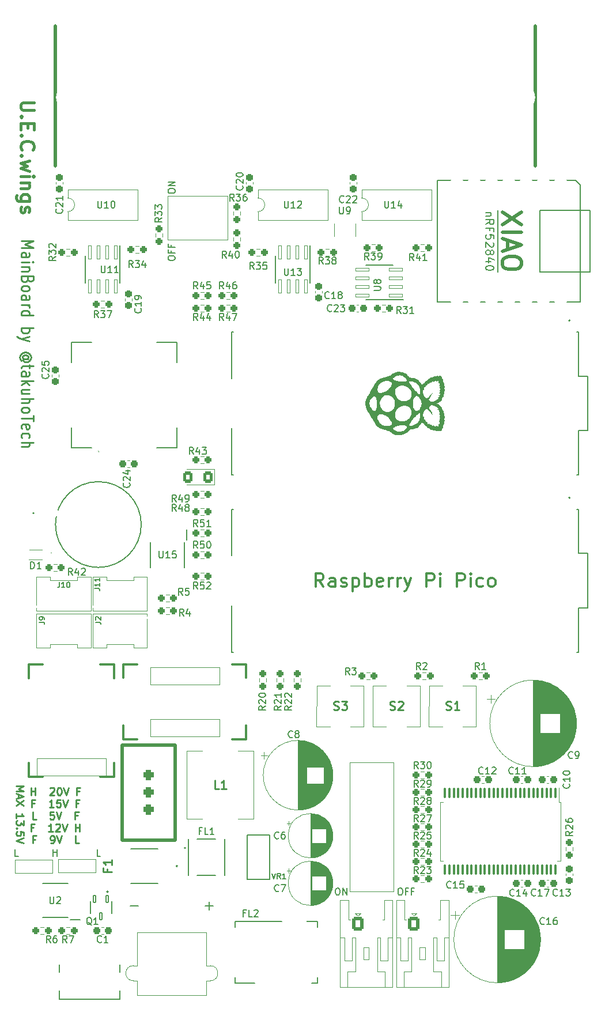
<source format=gto>
G04 #@! TF.GenerationSoftware,KiCad,Pcbnew,(6.0.9)*
G04 #@! TF.CreationDate,2022-12-24T14:41:02+09:00*
G04 #@! TF.ProjectId,MainBoard,4d61696e-426f-4617-9264-2e6b69636164,rev?*
G04 #@! TF.SameCoordinates,Original*
G04 #@! TF.FileFunction,Legend,Top*
G04 #@! TF.FilePolarity,Positive*
%FSLAX46Y46*%
G04 Gerber Fmt 4.6, Leading zero omitted, Abs format (unit mm)*
G04 Created by KiCad (PCBNEW (6.0.9)) date 2022-12-24 14:41:02*
%MOMM*%
%LPD*%
G01*
G04 APERTURE LIST*
G04 Aperture macros list*
%AMRoundRect*
0 Rectangle with rounded corners*
0 $1 Rounding radius*
0 $2 $3 $4 $5 $6 $7 $8 $9 X,Y pos of 4 corners*
0 Add a 4 corners polygon primitive as box body*
4,1,4,$2,$3,$4,$5,$6,$7,$8,$9,$2,$3,0*
0 Add four circle primitives for the rounded corners*
1,1,$1+$1,$2,$3*
1,1,$1+$1,$4,$5*
1,1,$1+$1,$6,$7*
1,1,$1+$1,$8,$9*
0 Add four rect primitives between the rounded corners*
20,1,$1+$1,$2,$3,$4,$5,0*
20,1,$1+$1,$4,$5,$6,$7,0*
20,1,$1+$1,$6,$7,$8,$9,0*
20,1,$1+$1,$8,$9,$2,$3,0*%
%AMFreePoly0*
4,1,17,1.875035,1.275035,1.875050,1.275000,1.875050,0.575000,1.875035,0.574965,1.875000,0.574950,0.575050,0.574950,0.575050,-0.425000,0.575035,-0.425035,0.575000,-0.425050,-0.425000,-0.425050,-0.425035,-0.425035,-0.425050,-0.425000,-0.425050,1.275000,-0.425035,1.275035,-0.425000,1.275050,1.875000,1.275050,1.875035,1.275035,1.875035,1.275035,$1*%
%AMFreePoly1*
4,1,17,0.425035,1.275035,0.425050,1.275000,0.425050,-0.425000,0.425035,-0.425035,0.425000,-0.425050,-0.575000,-0.425050,-0.575035,-0.425035,-0.575050,-0.425000,-0.575050,0.574950,-1.875000,0.574950,-1.875035,0.574965,-1.875050,0.575000,-1.875050,1.275000,-1.875035,1.275035,-1.875000,1.275050,0.425000,1.275050,0.425035,1.275035,0.425035,1.275035,$1*%
%AMFreePoly2*
4,1,17,0.425035,0.425035,0.425050,0.425000,0.425050,-1.275000,0.425035,-1.275035,0.425000,-1.275050,-1.875000,-1.275050,-1.875035,-1.275035,-1.875050,-1.275000,-1.875050,-0.575000,-1.875035,-0.574965,-1.875000,-0.574950,-0.575050,-0.574950,-0.575050,0.425000,-0.575035,0.425035,-0.575000,0.425050,0.425000,0.425050,0.425035,0.425035,0.425035,0.425035,$1*%
%AMFreePoly3*
4,1,17,0.575035,0.425035,0.575050,0.425000,0.575050,-0.574950,1.875000,-0.574950,1.875035,-0.574965,1.875050,-0.575000,1.875050,-1.275000,1.875035,-1.275035,1.875000,-1.275050,-0.425000,-1.275050,-0.425035,-1.275035,-0.425050,-1.275000,-0.425050,0.425000,-0.425035,0.425035,-0.425000,0.425050,0.575000,0.425050,0.575035,0.425035,0.575035,0.425035,$1*%
%AMFreePoly4*
4,1,6,1.000000,0.000000,0.500000,-0.750000,-0.500000,-0.750000,-0.500000,0.750000,0.500000,0.750000,1.000000,0.000000,1.000000,0.000000,$1*%
G04 Aperture macros list end*
%ADD10C,0.400000*%
%ADD11C,0.240000*%
%ADD12C,0.250000*%
%ADD13C,0.350000*%
%ADD14C,0.150000*%
%ADD15C,0.254000*%
%ADD16C,0.200000*%
%ADD17C,0.500000*%
%ADD18C,0.120000*%
%ADD19C,0.203200*%
%ADD20C,0.100000*%
%ADD21C,0.127000*%
%ADD22C,0.300000*%
%ADD23C,0.010000*%
%ADD24C,0.800000*%
%ADD25C,6.400000*%
%ADD26RoundRect,0.237500X-0.250000X-0.237500X0.250000X-0.237500X0.250000X0.237500X-0.250000X0.237500X0*%
%ADD27RoundRect,0.237500X0.250000X0.237500X-0.250000X0.237500X-0.250000X-0.237500X0.250000X-0.237500X0*%
%ADD28R,1.100000X1.500000*%
%ADD29RoundRect,0.237500X0.237500X-0.250000X0.237500X0.250000X-0.237500X0.250000X-0.237500X-0.250000X0*%
%ADD30RoundRect,0.237500X-0.237500X0.250000X-0.237500X-0.250000X0.237500X-0.250000X0.237500X0.250000X0*%
%ADD31R,2.000000X2.000000*%
%ADD32C,2.000000*%
%ADD33R,1.600000X2.400000*%
%ADD34O,1.600000X2.400000*%
%ADD35R,2.400000X2.400000*%
%ADD36C,2.400000*%
%ADD37C,1.400000*%
%ADD38R,3.500000X3.500000*%
%ADD39C,3.500000*%
%ADD40R,2.235200X1.219200*%
%ADD41R,2.200000X3.600000*%
%ADD42RoundRect,0.237500X-0.237500X0.300000X-0.237500X-0.300000X0.237500X-0.300000X0.237500X0.300000X0*%
%ADD43RoundRect,0.237500X0.300000X0.237500X-0.300000X0.237500X-0.300000X-0.237500X0.300000X-0.237500X0*%
%ADD44R,4.500000X2.600000*%
%ADD45O,1.998980X2.748280*%
%ADD46RoundRect,0.237500X0.237500X-0.300000X0.237500X0.300000X-0.237500X0.300000X-0.237500X-0.300000X0*%
%ADD47R,0.700000X1.150000*%
%ADD48R,0.800000X1.150000*%
%ADD49R,0.900000X1.150000*%
%ADD50O,1.000000X2.000000*%
%ADD51RoundRect,0.381000X0.381000X-0.381000X0.381000X0.381000X-0.381000X0.381000X-0.381000X-0.381000X0*%
%ADD52C,1.100000*%
%ADD53R,1.308000X1.308000*%
%ADD54C,1.308000*%
%ADD55FreePoly0,90.000000*%
%ADD56FreePoly1,90.000000*%
%ADD57FreePoly2,90.000000*%
%ADD58FreePoly3,90.000000*%
%ADD59RoundRect,0.100000X-0.100000X0.637500X-0.100000X-0.637500X0.100000X-0.637500X0.100000X0.637500X0*%
%ADD60R,8.800000X4.800000*%
%ADD61RoundRect,0.250001X0.462499X0.624999X-0.462499X0.624999X-0.462499X-0.624999X0.462499X-0.624999X0*%
%ADD62R,1.600000X1.600000*%
%ADD63C,1.600000*%
%ADD64C,1.500000*%
%ADD65RoundRect,0.041300X0.943700X0.253700X-0.943700X0.253700X-0.943700X-0.253700X0.943700X-0.253700X0*%
%ADD66R,2.000000X5.300000*%
%ADD67R,2.670000X2.500000*%
%ADD68R,2.895000X1.765000*%
%ADD69R,7.900000X1.765000*%
%ADD70R,1.500000X1.500000*%
%ADD71FreePoly4,180.000000*%
%ADD72FreePoly4,0.000000*%
%ADD73R,2.000000X1.100000*%
%ADD74R,0.800000X1.100000*%
%ADD75R,1.500000X1.100000*%
%ADD76C,3.380000*%
%ADD77C,1.509000*%
%ADD78O,2.800000X2.000000*%
%ADD79RoundRect,0.250000X-0.600000X-0.725000X0.600000X-0.725000X0.600000X0.725000X-0.600000X0.725000X0*%
%ADD80O,1.700000X1.950000*%
%ADD81R,1.475000X0.450000*%
%ADD82RoundRect,0.237500X-0.300000X-0.237500X0.300000X-0.237500X0.300000X0.237500X-0.300000X0.237500X0*%
%ADD83R,1.500000X1.800000*%
%ADD84R,1.800000X1.500000*%
%ADD85RoundRect,0.041300X-0.253700X0.943700X-0.253700X-0.943700X0.253700X-0.943700X0.253700X0.943700X0*%
%ADD86R,7.000000X0.950000*%
%ADD87R,2.350000X0.950000*%
%ADD88R,0.558800X1.422400*%
%ADD89RoundRect,0.088500X-0.206500X0.516500X-0.206500X-0.516500X0.206500X-0.516500X0.206500X0.516500X0*%
%ADD90R,0.450000X1.475000*%
G04 APERTURE END LIST*
D10*
X63579238Y-40212380D02*
X61960190Y-40212380D01*
X61769714Y-40307619D01*
X61674476Y-40402857D01*
X61579238Y-40593333D01*
X61579238Y-40974285D01*
X61674476Y-41164761D01*
X61769714Y-41260000D01*
X61960190Y-41355238D01*
X63579238Y-41355238D01*
X61769714Y-42307619D02*
X61674476Y-42402857D01*
X61579238Y-42307619D01*
X61674476Y-42212380D01*
X61769714Y-42307619D01*
X61579238Y-42307619D01*
X62626857Y-43260000D02*
X62626857Y-43926666D01*
X61579238Y-44212380D02*
X61579238Y-43260000D01*
X63579238Y-43260000D01*
X63579238Y-44212380D01*
X61769714Y-45069523D02*
X61674476Y-45164761D01*
X61579238Y-45069523D01*
X61674476Y-44974285D01*
X61769714Y-45069523D01*
X61579238Y-45069523D01*
X61769714Y-47164761D02*
X61674476Y-47069523D01*
X61579238Y-46783809D01*
X61579238Y-46593333D01*
X61674476Y-46307619D01*
X61864952Y-46117142D01*
X62055428Y-46021904D01*
X62436380Y-45926666D01*
X62722095Y-45926666D01*
X63103047Y-46021904D01*
X63293523Y-46117142D01*
X63484000Y-46307619D01*
X63579238Y-46593333D01*
X63579238Y-46783809D01*
X63484000Y-47069523D01*
X63388761Y-47164761D01*
X61769714Y-48021904D02*
X61674476Y-48117142D01*
X61579238Y-48021904D01*
X61674476Y-47926666D01*
X61769714Y-48021904D01*
X61579238Y-48021904D01*
X62912571Y-48783809D02*
X61579238Y-49164761D01*
X62531619Y-49545714D01*
X61579238Y-49926666D01*
X62912571Y-50307619D01*
X61579238Y-51069523D02*
X62912571Y-51069523D01*
X63579238Y-51069523D02*
X63484000Y-50974285D01*
X63388761Y-51069523D01*
X63484000Y-51164761D01*
X63579238Y-51069523D01*
X63388761Y-51069523D01*
X62912571Y-52021904D02*
X61579238Y-52021904D01*
X62722095Y-52021904D02*
X62817333Y-52117142D01*
X62912571Y-52307619D01*
X62912571Y-52593333D01*
X62817333Y-52783809D01*
X62626857Y-52879047D01*
X61579238Y-52879047D01*
X62912571Y-54688571D02*
X61293523Y-54688571D01*
X61103047Y-54593333D01*
X61007809Y-54498095D01*
X60912571Y-54307619D01*
X60912571Y-54021904D01*
X61007809Y-53831428D01*
X61674476Y-54688571D02*
X61579238Y-54498095D01*
X61579238Y-54117142D01*
X61674476Y-53926666D01*
X61769714Y-53831428D01*
X61960190Y-53736190D01*
X62531619Y-53736190D01*
X62722095Y-53831428D01*
X62817333Y-53926666D01*
X62912571Y-54117142D01*
X62912571Y-54498095D01*
X62817333Y-54688571D01*
X61674476Y-55545714D02*
X61579238Y-55736190D01*
X61579238Y-56117142D01*
X61674476Y-56307619D01*
X61864952Y-56402857D01*
X61960190Y-56402857D01*
X62150666Y-56307619D01*
X62245904Y-56117142D01*
X62245904Y-55831428D01*
X62341142Y-55640952D01*
X62531619Y-55545714D01*
X62626857Y-55545714D01*
X62817333Y-55640952D01*
X62912571Y-55831428D01*
X62912571Y-56117142D01*
X62817333Y-56307619D01*
D11*
X61669714Y-60584857D02*
X63469714Y-60584857D01*
X62184000Y-61084857D01*
X63469714Y-61584857D01*
X61669714Y-61584857D01*
X61669714Y-62942000D02*
X62612571Y-62942000D01*
X62784000Y-62870571D01*
X62869714Y-62727714D01*
X62869714Y-62442000D01*
X62784000Y-62299142D01*
X61755428Y-62942000D02*
X61669714Y-62799142D01*
X61669714Y-62442000D01*
X61755428Y-62299142D01*
X61926857Y-62227714D01*
X62098285Y-62227714D01*
X62269714Y-62299142D01*
X62355428Y-62442000D01*
X62355428Y-62799142D01*
X62441142Y-62942000D01*
X61669714Y-63656285D02*
X62869714Y-63656285D01*
X63469714Y-63656285D02*
X63384000Y-63584857D01*
X63298285Y-63656285D01*
X63384000Y-63727714D01*
X63469714Y-63656285D01*
X63298285Y-63656285D01*
X62869714Y-64370571D02*
X61669714Y-64370571D01*
X62698285Y-64370571D02*
X62784000Y-64442000D01*
X62869714Y-64584857D01*
X62869714Y-64799142D01*
X62784000Y-64942000D01*
X62612571Y-65013428D01*
X61669714Y-65013428D01*
X62612571Y-66227714D02*
X62526857Y-66442000D01*
X62441142Y-66513428D01*
X62269714Y-66584857D01*
X62012571Y-66584857D01*
X61841142Y-66513428D01*
X61755428Y-66442000D01*
X61669714Y-66299142D01*
X61669714Y-65727714D01*
X63469714Y-65727714D01*
X63469714Y-66227714D01*
X63384000Y-66370571D01*
X63298285Y-66442000D01*
X63126857Y-66513428D01*
X62955428Y-66513428D01*
X62784000Y-66442000D01*
X62698285Y-66370571D01*
X62612571Y-66227714D01*
X62612571Y-65727714D01*
X61669714Y-67442000D02*
X61755428Y-67299142D01*
X61841142Y-67227714D01*
X62012571Y-67156285D01*
X62526857Y-67156285D01*
X62698285Y-67227714D01*
X62784000Y-67299142D01*
X62869714Y-67442000D01*
X62869714Y-67656285D01*
X62784000Y-67799142D01*
X62698285Y-67870571D01*
X62526857Y-67942000D01*
X62012571Y-67942000D01*
X61841142Y-67870571D01*
X61755428Y-67799142D01*
X61669714Y-67656285D01*
X61669714Y-67442000D01*
X61669714Y-69227714D02*
X62612571Y-69227714D01*
X62784000Y-69156285D01*
X62869714Y-69013428D01*
X62869714Y-68727714D01*
X62784000Y-68584857D01*
X61755428Y-69227714D02*
X61669714Y-69084857D01*
X61669714Y-68727714D01*
X61755428Y-68584857D01*
X61926857Y-68513428D01*
X62098285Y-68513428D01*
X62269714Y-68584857D01*
X62355428Y-68727714D01*
X62355428Y-69084857D01*
X62441142Y-69227714D01*
X61669714Y-69942000D02*
X62869714Y-69942000D01*
X62526857Y-69942000D02*
X62698285Y-70013428D01*
X62784000Y-70084857D01*
X62869714Y-70227714D01*
X62869714Y-70370571D01*
X61669714Y-71513428D02*
X63469714Y-71513428D01*
X61755428Y-71513428D02*
X61669714Y-71370571D01*
X61669714Y-71084857D01*
X61755428Y-70942000D01*
X61841142Y-70870571D01*
X62012571Y-70799142D01*
X62526857Y-70799142D01*
X62698285Y-70870571D01*
X62784000Y-70942000D01*
X62869714Y-71084857D01*
X62869714Y-71370571D01*
X62784000Y-71513428D01*
X61669714Y-73370571D02*
X63469714Y-73370571D01*
X62784000Y-73370571D02*
X62869714Y-73513428D01*
X62869714Y-73799142D01*
X62784000Y-73942000D01*
X62698285Y-74013428D01*
X62526857Y-74084857D01*
X62012571Y-74084857D01*
X61841142Y-74013428D01*
X61755428Y-73942000D01*
X61669714Y-73799142D01*
X61669714Y-73513428D01*
X61755428Y-73370571D01*
X62869714Y-74584857D02*
X61669714Y-74941999D01*
X62869714Y-75299142D02*
X61669714Y-74941999D01*
X61241142Y-74799142D01*
X61155428Y-74727714D01*
X61069714Y-74584857D01*
X62526857Y-77942000D02*
X62612571Y-77870571D01*
X62698285Y-77727714D01*
X62698285Y-77584857D01*
X62612571Y-77442000D01*
X62526857Y-77370571D01*
X62355428Y-77299142D01*
X62184000Y-77299142D01*
X62012571Y-77370571D01*
X61926857Y-77442000D01*
X61841142Y-77584857D01*
X61841142Y-77727714D01*
X61926857Y-77870571D01*
X62012571Y-77942000D01*
X62698285Y-77942000D02*
X62012571Y-77942000D01*
X61926857Y-78013428D01*
X61926857Y-78084857D01*
X62012571Y-78227714D01*
X62184000Y-78299142D01*
X62612571Y-78299142D01*
X62869714Y-78156285D01*
X63041142Y-77942000D01*
X63126857Y-77656285D01*
X63041142Y-77370571D01*
X62869714Y-77156285D01*
X62612571Y-77013428D01*
X62269714Y-76942000D01*
X61926857Y-77013428D01*
X61669714Y-77156285D01*
X61498285Y-77370571D01*
X61412571Y-77656285D01*
X61498285Y-77942000D01*
X61669714Y-78156285D01*
X62869714Y-78727714D02*
X62869714Y-79299142D01*
X63469714Y-78942000D02*
X61926857Y-78942000D01*
X61755428Y-79013428D01*
X61669714Y-79156285D01*
X61669714Y-79299142D01*
X61669714Y-80442000D02*
X62612571Y-80442000D01*
X62784000Y-80370571D01*
X62869714Y-80227714D01*
X62869714Y-79942000D01*
X62784000Y-79799142D01*
X61755428Y-80442000D02*
X61669714Y-80299142D01*
X61669714Y-79942000D01*
X61755428Y-79799142D01*
X61926857Y-79727714D01*
X62098285Y-79727714D01*
X62269714Y-79799142D01*
X62355428Y-79942000D01*
X62355428Y-80299142D01*
X62441142Y-80442000D01*
X61669714Y-81156285D02*
X63469714Y-81156285D01*
X62355428Y-81299142D02*
X61669714Y-81727714D01*
X62869714Y-81727714D02*
X62184000Y-81156285D01*
X62869714Y-83013428D02*
X61669714Y-83013428D01*
X62869714Y-82370571D02*
X61926857Y-82370571D01*
X61755428Y-82442000D01*
X61669714Y-82584857D01*
X61669714Y-82799142D01*
X61755428Y-82942000D01*
X61841142Y-83013428D01*
X61669714Y-83727714D02*
X63469714Y-83727714D01*
X61669714Y-84370571D02*
X62612571Y-84370571D01*
X62784000Y-84299142D01*
X62869714Y-84156285D01*
X62869714Y-83942000D01*
X62784000Y-83799142D01*
X62698285Y-83727714D01*
X61669714Y-85299142D02*
X61755428Y-85156285D01*
X61841142Y-85084857D01*
X62012571Y-85013428D01*
X62526857Y-85013428D01*
X62698285Y-85084857D01*
X62784000Y-85156285D01*
X62869714Y-85299142D01*
X62869714Y-85513428D01*
X62784000Y-85656285D01*
X62698285Y-85727714D01*
X62526857Y-85799142D01*
X62012571Y-85799142D01*
X61841142Y-85727714D01*
X61755428Y-85656285D01*
X61669714Y-85513428D01*
X61669714Y-85299142D01*
X63469714Y-86227714D02*
X63469714Y-87084857D01*
X61669714Y-86656285D02*
X63469714Y-86656285D01*
X61755428Y-88156285D02*
X61669714Y-88013428D01*
X61669714Y-87727714D01*
X61755428Y-87584857D01*
X61926857Y-87513428D01*
X62612571Y-87513428D01*
X62784000Y-87584857D01*
X62869714Y-87727714D01*
X62869714Y-88013428D01*
X62784000Y-88156285D01*
X62612571Y-88227714D01*
X62441142Y-88227714D01*
X62269714Y-87513428D01*
X61755428Y-89513428D02*
X61669714Y-89370571D01*
X61669714Y-89084857D01*
X61755428Y-88942000D01*
X61841142Y-88870571D01*
X62012571Y-88799142D01*
X62526857Y-88799142D01*
X62698285Y-88870571D01*
X62784000Y-88942000D01*
X62869714Y-89084857D01*
X62869714Y-89370571D01*
X62784000Y-89513428D01*
X61669714Y-90156285D02*
X63469714Y-90156285D01*
X61669714Y-90799142D02*
X62612571Y-90799142D01*
X62784000Y-90727714D01*
X62869714Y-90584857D01*
X62869714Y-90370571D01*
X62784000Y-90227714D01*
X62698285Y-90156285D01*
D12*
X60970380Y-140694285D02*
X62070380Y-140694285D01*
X61284666Y-141060952D01*
X62070380Y-141427619D01*
X60970380Y-141427619D01*
X61284666Y-141899047D02*
X61284666Y-142422857D01*
X60970380Y-141794285D02*
X62070380Y-142160952D01*
X60970380Y-142527619D01*
X62070380Y-142789523D02*
X60970380Y-143522857D01*
X62070380Y-143522857D02*
X60970380Y-142789523D01*
X60970380Y-145356190D02*
X60970380Y-144727619D01*
X60970380Y-145041904D02*
X62070380Y-145041904D01*
X61913238Y-144937142D01*
X61808476Y-144832380D01*
X61756095Y-144727619D01*
X62070380Y-145722857D02*
X62070380Y-146403809D01*
X61651333Y-146037142D01*
X61651333Y-146194285D01*
X61598952Y-146299047D01*
X61546571Y-146351428D01*
X61441809Y-146403809D01*
X61179904Y-146403809D01*
X61075142Y-146351428D01*
X61022761Y-146299047D01*
X60970380Y-146194285D01*
X60970380Y-145880000D01*
X61022761Y-145775238D01*
X61075142Y-145722857D01*
X61075142Y-146875238D02*
X61022761Y-146927619D01*
X60970380Y-146875238D01*
X61022761Y-146822857D01*
X61075142Y-146875238D01*
X60970380Y-146875238D01*
X62070380Y-147922857D02*
X62070380Y-147399047D01*
X61546571Y-147346666D01*
X61598952Y-147399047D01*
X61651333Y-147503809D01*
X61651333Y-147765714D01*
X61598952Y-147870476D01*
X61546571Y-147922857D01*
X61441809Y-147975238D01*
X61179904Y-147975238D01*
X61075142Y-147922857D01*
X61022761Y-147870476D01*
X60970380Y-147765714D01*
X60970380Y-147503809D01*
X61022761Y-147399047D01*
X61075142Y-147346666D01*
X62070380Y-148289523D02*
X60970380Y-148656190D01*
X62070380Y-149022857D01*
D13*
X106110000Y-111394761D02*
X105443333Y-110442380D01*
X104967142Y-111394761D02*
X104967142Y-109394761D01*
X105729047Y-109394761D01*
X105919523Y-109490000D01*
X106014761Y-109585238D01*
X106110000Y-109775714D01*
X106110000Y-110061428D01*
X106014761Y-110251904D01*
X105919523Y-110347142D01*
X105729047Y-110442380D01*
X104967142Y-110442380D01*
X107824285Y-111394761D02*
X107824285Y-110347142D01*
X107729047Y-110156666D01*
X107538571Y-110061428D01*
X107157619Y-110061428D01*
X106967142Y-110156666D01*
X107824285Y-111299523D02*
X107633809Y-111394761D01*
X107157619Y-111394761D01*
X106967142Y-111299523D01*
X106871904Y-111109047D01*
X106871904Y-110918571D01*
X106967142Y-110728095D01*
X107157619Y-110632857D01*
X107633809Y-110632857D01*
X107824285Y-110537619D01*
X108681428Y-111299523D02*
X108871904Y-111394761D01*
X109252857Y-111394761D01*
X109443333Y-111299523D01*
X109538571Y-111109047D01*
X109538571Y-111013809D01*
X109443333Y-110823333D01*
X109252857Y-110728095D01*
X108967142Y-110728095D01*
X108776666Y-110632857D01*
X108681428Y-110442380D01*
X108681428Y-110347142D01*
X108776666Y-110156666D01*
X108967142Y-110061428D01*
X109252857Y-110061428D01*
X109443333Y-110156666D01*
X110395714Y-110061428D02*
X110395714Y-112061428D01*
X110395714Y-110156666D02*
X110586190Y-110061428D01*
X110967142Y-110061428D01*
X111157619Y-110156666D01*
X111252857Y-110251904D01*
X111348095Y-110442380D01*
X111348095Y-111013809D01*
X111252857Y-111204285D01*
X111157619Y-111299523D01*
X110967142Y-111394761D01*
X110586190Y-111394761D01*
X110395714Y-111299523D01*
X112205238Y-111394761D02*
X112205238Y-109394761D01*
X112205238Y-110156666D02*
X112395714Y-110061428D01*
X112776666Y-110061428D01*
X112967142Y-110156666D01*
X113062380Y-110251904D01*
X113157619Y-110442380D01*
X113157619Y-111013809D01*
X113062380Y-111204285D01*
X112967142Y-111299523D01*
X112776666Y-111394761D01*
X112395714Y-111394761D01*
X112205238Y-111299523D01*
X114776666Y-111299523D02*
X114586190Y-111394761D01*
X114205238Y-111394761D01*
X114014761Y-111299523D01*
X113919523Y-111109047D01*
X113919523Y-110347142D01*
X114014761Y-110156666D01*
X114205238Y-110061428D01*
X114586190Y-110061428D01*
X114776666Y-110156666D01*
X114871904Y-110347142D01*
X114871904Y-110537619D01*
X113919523Y-110728095D01*
X115729047Y-111394761D02*
X115729047Y-110061428D01*
X115729047Y-110442380D02*
X115824285Y-110251904D01*
X115919523Y-110156666D01*
X116110000Y-110061428D01*
X116300476Y-110061428D01*
X116967142Y-111394761D02*
X116967142Y-110061428D01*
X116967142Y-110442380D02*
X117062380Y-110251904D01*
X117157619Y-110156666D01*
X117348095Y-110061428D01*
X117538571Y-110061428D01*
X118014761Y-110061428D02*
X118490952Y-111394761D01*
X118967142Y-110061428D02*
X118490952Y-111394761D01*
X118300476Y-111870952D01*
X118205238Y-111966190D01*
X118014761Y-112061428D01*
X121252857Y-111394761D02*
X121252857Y-109394761D01*
X122014761Y-109394761D01*
X122205238Y-109490000D01*
X122300476Y-109585238D01*
X122395714Y-109775714D01*
X122395714Y-110061428D01*
X122300476Y-110251904D01*
X122205238Y-110347142D01*
X122014761Y-110442380D01*
X121252857Y-110442380D01*
X123252857Y-111394761D02*
X123252857Y-110061428D01*
X123252857Y-109394761D02*
X123157619Y-109490000D01*
X123252857Y-109585238D01*
X123348095Y-109490000D01*
X123252857Y-109394761D01*
X123252857Y-109585238D01*
X125729047Y-111394761D02*
X125729047Y-109394761D01*
X126490952Y-109394761D01*
X126681428Y-109490000D01*
X126776666Y-109585238D01*
X126871904Y-109775714D01*
X126871904Y-110061428D01*
X126776666Y-110251904D01*
X126681428Y-110347142D01*
X126490952Y-110442380D01*
X125729047Y-110442380D01*
X127729047Y-111394761D02*
X127729047Y-110061428D01*
X127729047Y-109394761D02*
X127633809Y-109490000D01*
X127729047Y-109585238D01*
X127824285Y-109490000D01*
X127729047Y-109394761D01*
X127729047Y-109585238D01*
X129538571Y-111299523D02*
X129348095Y-111394761D01*
X128967142Y-111394761D01*
X128776666Y-111299523D01*
X128681428Y-111204285D01*
X128586190Y-111013809D01*
X128586190Y-110442380D01*
X128681428Y-110251904D01*
X128776666Y-110156666D01*
X128967142Y-110061428D01*
X129348095Y-110061428D01*
X129538571Y-110156666D01*
X130681428Y-111394761D02*
X130490952Y-111299523D01*
X130395714Y-111204285D01*
X130300476Y-111013809D01*
X130300476Y-110442380D01*
X130395714Y-110251904D01*
X130490952Y-110156666D01*
X130681428Y-110061428D01*
X130967142Y-110061428D01*
X131157619Y-110156666D01*
X131252857Y-110251904D01*
X131348095Y-110442380D01*
X131348095Y-111013809D01*
X131252857Y-111204285D01*
X131157619Y-111299523D01*
X130967142Y-111394761D01*
X130681428Y-111394761D01*
D12*
X63151142Y-141989619D02*
X63151142Y-140889619D01*
X63151142Y-141413428D02*
X63779714Y-141413428D01*
X63779714Y-141989619D02*
X63779714Y-140889619D01*
X65927333Y-140994380D02*
X65979714Y-140942000D01*
X66084476Y-140889619D01*
X66346380Y-140889619D01*
X66451142Y-140942000D01*
X66503523Y-140994380D01*
X66555904Y-141099142D01*
X66555904Y-141203904D01*
X66503523Y-141361047D01*
X65874952Y-141989619D01*
X66555904Y-141989619D01*
X67236857Y-140889619D02*
X67341619Y-140889619D01*
X67446380Y-140942000D01*
X67498761Y-140994380D01*
X67551142Y-141099142D01*
X67603523Y-141308666D01*
X67603523Y-141570571D01*
X67551142Y-141780095D01*
X67498761Y-141884857D01*
X67446380Y-141937238D01*
X67341619Y-141989619D01*
X67236857Y-141989619D01*
X67132095Y-141937238D01*
X67079714Y-141884857D01*
X67027333Y-141780095D01*
X66974952Y-141570571D01*
X66974952Y-141308666D01*
X67027333Y-141099142D01*
X67079714Y-140994380D01*
X67132095Y-140942000D01*
X67236857Y-140889619D01*
X67917809Y-140889619D02*
X68284476Y-141989619D01*
X68651142Y-140889619D01*
X70222571Y-141413428D02*
X69855904Y-141413428D01*
X69855904Y-141989619D02*
X69855904Y-140889619D01*
X70379714Y-140889619D01*
X63622571Y-143184428D02*
X63255904Y-143184428D01*
X63255904Y-143760619D02*
X63255904Y-142660619D01*
X63779714Y-142660619D01*
X66451142Y-143760619D02*
X65822571Y-143760619D01*
X66136857Y-143760619D02*
X66136857Y-142660619D01*
X66032095Y-142817761D01*
X65927333Y-142922523D01*
X65822571Y-142974904D01*
X67446380Y-142660619D02*
X66922571Y-142660619D01*
X66870190Y-143184428D01*
X66922571Y-143132047D01*
X67027333Y-143079666D01*
X67289238Y-143079666D01*
X67394000Y-143132047D01*
X67446380Y-143184428D01*
X67498761Y-143289190D01*
X67498761Y-143551095D01*
X67446380Y-143655857D01*
X67394000Y-143708238D01*
X67289238Y-143760619D01*
X67027333Y-143760619D01*
X66922571Y-143708238D01*
X66870190Y-143655857D01*
X67813047Y-142660619D02*
X68179714Y-143760619D01*
X68546380Y-142660619D01*
X70117809Y-143184428D02*
X69751142Y-143184428D01*
X69751142Y-143760619D02*
X69751142Y-142660619D01*
X70274952Y-142660619D01*
X63910666Y-145531619D02*
X63386857Y-145531619D01*
X63386857Y-144431619D01*
X66477333Y-144431619D02*
X65953523Y-144431619D01*
X65901142Y-144955428D01*
X65953523Y-144903047D01*
X66058285Y-144850666D01*
X66320190Y-144850666D01*
X66424952Y-144903047D01*
X66477333Y-144955428D01*
X66529714Y-145060190D01*
X66529714Y-145322095D01*
X66477333Y-145426857D01*
X66424952Y-145479238D01*
X66320190Y-145531619D01*
X66058285Y-145531619D01*
X65953523Y-145479238D01*
X65901142Y-145426857D01*
X66844000Y-144431619D02*
X67210666Y-145531619D01*
X67577333Y-144431619D01*
X69986857Y-144955428D02*
X69620190Y-144955428D01*
X69620190Y-145531619D02*
X69620190Y-144431619D01*
X70144000Y-144431619D01*
X63517809Y-146726428D02*
X63151142Y-146726428D01*
X63151142Y-147302619D02*
X63151142Y-146202619D01*
X63674952Y-146202619D01*
X66346380Y-147302619D02*
X65717809Y-147302619D01*
X66032095Y-147302619D02*
X66032095Y-146202619D01*
X65927333Y-146359761D01*
X65822571Y-146464523D01*
X65717809Y-146516904D01*
X66765428Y-146307380D02*
X66817809Y-146255000D01*
X66922571Y-146202619D01*
X67184476Y-146202619D01*
X67289238Y-146255000D01*
X67341619Y-146307380D01*
X67394000Y-146412142D01*
X67394000Y-146516904D01*
X67341619Y-146674047D01*
X66713047Y-147302619D01*
X67394000Y-147302619D01*
X67708285Y-146202619D02*
X68074952Y-147302619D01*
X68441619Y-146202619D01*
X69646380Y-147302619D02*
X69646380Y-146202619D01*
X69646380Y-146726428D02*
X70274952Y-146726428D01*
X70274952Y-147302619D02*
X70274952Y-146202619D01*
X63753523Y-148497428D02*
X63386857Y-148497428D01*
X63386857Y-149073619D02*
X63386857Y-147973619D01*
X63910666Y-147973619D01*
X66058285Y-149073619D02*
X66267809Y-149073619D01*
X66372571Y-149021238D01*
X66424952Y-148968857D01*
X66529714Y-148811714D01*
X66582095Y-148602190D01*
X66582095Y-148183142D01*
X66529714Y-148078380D01*
X66477333Y-148026000D01*
X66372571Y-147973619D01*
X66163047Y-147973619D01*
X66058285Y-148026000D01*
X66005904Y-148078380D01*
X65953523Y-148183142D01*
X65953523Y-148445047D01*
X66005904Y-148549809D01*
X66058285Y-148602190D01*
X66163047Y-148654571D01*
X66372571Y-148654571D01*
X66477333Y-148602190D01*
X66529714Y-148549809D01*
X66582095Y-148445047D01*
X66896380Y-147973619D02*
X67263047Y-149073619D01*
X67629714Y-147973619D01*
X70196380Y-149073619D02*
X69672571Y-149073619D01*
X69672571Y-147973619D01*
D14*
X87622142Y-105702380D02*
X87288809Y-105226190D01*
X87050714Y-105702380D02*
X87050714Y-104702380D01*
X87431666Y-104702380D01*
X87526904Y-104750000D01*
X87574523Y-104797619D01*
X87622142Y-104892857D01*
X87622142Y-105035714D01*
X87574523Y-105130952D01*
X87526904Y-105178571D01*
X87431666Y-105226190D01*
X87050714Y-105226190D01*
X88526904Y-104702380D02*
X88050714Y-104702380D01*
X88003095Y-105178571D01*
X88050714Y-105130952D01*
X88145952Y-105083333D01*
X88384047Y-105083333D01*
X88479285Y-105130952D01*
X88526904Y-105178571D01*
X88574523Y-105273809D01*
X88574523Y-105511904D01*
X88526904Y-105607142D01*
X88479285Y-105654761D01*
X88384047Y-105702380D01*
X88145952Y-105702380D01*
X88050714Y-105654761D01*
X88003095Y-105607142D01*
X89193571Y-104702380D02*
X89288809Y-104702380D01*
X89384047Y-104750000D01*
X89431666Y-104797619D01*
X89479285Y-104892857D01*
X89526904Y-105083333D01*
X89526904Y-105321428D01*
X89479285Y-105511904D01*
X89431666Y-105607142D01*
X89384047Y-105654761D01*
X89288809Y-105702380D01*
X89193571Y-105702380D01*
X89098333Y-105654761D01*
X89050714Y-105607142D01*
X89003095Y-105511904D01*
X88955476Y-105321428D01*
X88955476Y-105083333D01*
X89003095Y-104892857D01*
X89050714Y-104797619D01*
X89098333Y-104750000D01*
X89193571Y-104702380D01*
X109942333Y-124277380D02*
X109609000Y-123801190D01*
X109370904Y-124277380D02*
X109370904Y-123277380D01*
X109751857Y-123277380D01*
X109847095Y-123325000D01*
X109894714Y-123372619D01*
X109942333Y-123467857D01*
X109942333Y-123610714D01*
X109894714Y-123705952D01*
X109847095Y-123753571D01*
X109751857Y-123801190D01*
X109370904Y-123801190D01*
X110275666Y-123277380D02*
X110894714Y-123277380D01*
X110561380Y-123658333D01*
X110704238Y-123658333D01*
X110799476Y-123705952D01*
X110847095Y-123753571D01*
X110894714Y-123848809D01*
X110894714Y-124086904D01*
X110847095Y-124182142D01*
X110799476Y-124229761D01*
X110704238Y-124277380D01*
X110418523Y-124277380D01*
X110323285Y-124229761D01*
X110275666Y-124182142D01*
X83272380Y-63182380D02*
X83272380Y-62991904D01*
X83320000Y-62896666D01*
X83415238Y-62801428D01*
X83605714Y-62753809D01*
X83939047Y-62753809D01*
X84129523Y-62801428D01*
X84224761Y-62896666D01*
X84272380Y-62991904D01*
X84272380Y-63182380D01*
X84224761Y-63277619D01*
X84129523Y-63372857D01*
X83939047Y-63420476D01*
X83605714Y-63420476D01*
X83415238Y-63372857D01*
X83320000Y-63277619D01*
X83272380Y-63182380D01*
X83748571Y-61991904D02*
X83748571Y-62325238D01*
X84272380Y-62325238D02*
X83272380Y-62325238D01*
X83272380Y-61849047D01*
X83748571Y-61134761D02*
X83748571Y-61468095D01*
X84272380Y-61468095D02*
X83272380Y-61468095D01*
X83272380Y-60991904D01*
X83272380Y-53324047D02*
X83272380Y-53133571D01*
X83320000Y-53038333D01*
X83415238Y-52943095D01*
X83605714Y-52895476D01*
X83939047Y-52895476D01*
X84129523Y-52943095D01*
X84224761Y-53038333D01*
X84272380Y-53133571D01*
X84272380Y-53324047D01*
X84224761Y-53419285D01*
X84129523Y-53514523D01*
X83939047Y-53562142D01*
X83605714Y-53562142D01*
X83415238Y-53514523D01*
X83320000Y-53419285D01*
X83272380Y-53324047D01*
X84272380Y-52466904D02*
X83272380Y-52466904D01*
X84272380Y-51895476D01*
X83272380Y-51895476D01*
X91813142Y-63063380D02*
X91479809Y-62587190D01*
X91241714Y-63063380D02*
X91241714Y-62063380D01*
X91622666Y-62063380D01*
X91717904Y-62111000D01*
X91765523Y-62158619D01*
X91813142Y-62253857D01*
X91813142Y-62396714D01*
X91765523Y-62491952D01*
X91717904Y-62539571D01*
X91622666Y-62587190D01*
X91241714Y-62587190D01*
X92670285Y-62396714D02*
X92670285Y-63063380D01*
X92432190Y-62015761D02*
X92194095Y-62730047D01*
X92813142Y-62730047D01*
X93384571Y-62063380D02*
X93479809Y-62063380D01*
X93575047Y-62111000D01*
X93622666Y-62158619D01*
X93670285Y-62253857D01*
X93717904Y-62444333D01*
X93717904Y-62682428D01*
X93670285Y-62872904D01*
X93622666Y-62968142D01*
X93575047Y-63015761D01*
X93479809Y-63063380D01*
X93384571Y-63063380D01*
X93289333Y-63015761D01*
X93241714Y-62968142D01*
X93194095Y-62872904D01*
X93146476Y-62682428D01*
X93146476Y-62444333D01*
X93194095Y-62253857D01*
X93241714Y-62158619D01*
X93289333Y-62111000D01*
X93384571Y-62063380D01*
X82367380Y-57157857D02*
X81891190Y-57491190D01*
X82367380Y-57729285D02*
X81367380Y-57729285D01*
X81367380Y-57348333D01*
X81415000Y-57253095D01*
X81462619Y-57205476D01*
X81557857Y-57157857D01*
X81700714Y-57157857D01*
X81795952Y-57205476D01*
X81843571Y-57253095D01*
X81891190Y-57348333D01*
X81891190Y-57729285D01*
X81367380Y-56824523D02*
X81367380Y-56205476D01*
X81748333Y-56538809D01*
X81748333Y-56395952D01*
X81795952Y-56300714D01*
X81843571Y-56253095D01*
X81938809Y-56205476D01*
X82176904Y-56205476D01*
X82272142Y-56253095D01*
X82319761Y-56300714D01*
X82367380Y-56395952D01*
X82367380Y-56681666D01*
X82319761Y-56776904D01*
X82272142Y-56824523D01*
X81367380Y-55872142D02*
X81367380Y-55253095D01*
X81748333Y-55586428D01*
X81748333Y-55443571D01*
X81795952Y-55348333D01*
X81843571Y-55300714D01*
X81938809Y-55253095D01*
X82176904Y-55253095D01*
X82272142Y-55300714D01*
X82319761Y-55348333D01*
X82367380Y-55443571D01*
X82367380Y-55729285D01*
X82319761Y-55824523D01*
X82272142Y-55872142D01*
X101560333Y-133453142D02*
X101512714Y-133500761D01*
X101369857Y-133548380D01*
X101274619Y-133548380D01*
X101131761Y-133500761D01*
X101036523Y-133405523D01*
X100988904Y-133310285D01*
X100941285Y-133119809D01*
X100941285Y-132976952D01*
X100988904Y-132786476D01*
X101036523Y-132691238D01*
X101131761Y-132596000D01*
X101274619Y-132548380D01*
X101369857Y-132548380D01*
X101512714Y-132596000D01*
X101560333Y-132643619D01*
X102131761Y-132976952D02*
X102036523Y-132929333D01*
X101988904Y-132881714D01*
X101941285Y-132786476D01*
X101941285Y-132738857D01*
X101988904Y-132643619D01*
X102036523Y-132596000D01*
X102131761Y-132548380D01*
X102322238Y-132548380D01*
X102417476Y-132596000D01*
X102465095Y-132643619D01*
X102512714Y-132738857D01*
X102512714Y-132786476D01*
X102465095Y-132881714D01*
X102417476Y-132929333D01*
X102322238Y-132976952D01*
X102131761Y-132976952D01*
X102036523Y-133024571D01*
X101988904Y-133072190D01*
X101941285Y-133167428D01*
X101941285Y-133357904D01*
X101988904Y-133453142D01*
X102036523Y-133500761D01*
X102131761Y-133548380D01*
X102322238Y-133548380D01*
X102417476Y-133500761D01*
X102465095Y-133453142D01*
X102512714Y-133357904D01*
X102512714Y-133167428D01*
X102465095Y-133072190D01*
X102417476Y-133024571D01*
X102322238Y-132976952D01*
X115093904Y-54697380D02*
X115093904Y-55506904D01*
X115141523Y-55602142D01*
X115189142Y-55649761D01*
X115284380Y-55697380D01*
X115474857Y-55697380D01*
X115570095Y-55649761D01*
X115617714Y-55602142D01*
X115665333Y-55506904D01*
X115665333Y-54697380D01*
X116665333Y-55697380D02*
X116093904Y-55697380D01*
X116379619Y-55697380D02*
X116379619Y-54697380D01*
X116284380Y-54840238D01*
X116189142Y-54935476D01*
X116093904Y-54983095D01*
X117522476Y-55030714D02*
X117522476Y-55697380D01*
X117284380Y-54649761D02*
X117046285Y-55364047D01*
X117665333Y-55364047D01*
X68413333Y-163647380D02*
X68080000Y-163171190D01*
X67841904Y-163647380D02*
X67841904Y-162647380D01*
X68222857Y-162647380D01*
X68318095Y-162695000D01*
X68365714Y-162742619D01*
X68413333Y-162837857D01*
X68413333Y-162980714D01*
X68365714Y-163075952D01*
X68318095Y-163123571D01*
X68222857Y-163171190D01*
X67841904Y-163171190D01*
X68746666Y-162647380D02*
X69413333Y-162647380D01*
X68984761Y-163647380D01*
X142708333Y-136501142D02*
X142660714Y-136548761D01*
X142517857Y-136596380D01*
X142422619Y-136596380D01*
X142279761Y-136548761D01*
X142184523Y-136453523D01*
X142136904Y-136358285D01*
X142089285Y-136167809D01*
X142089285Y-136024952D01*
X142136904Y-135834476D01*
X142184523Y-135739238D01*
X142279761Y-135644000D01*
X142422619Y-135596380D01*
X142517857Y-135596380D01*
X142660714Y-135644000D01*
X142708333Y-135691619D01*
X143184523Y-136596380D02*
X143375000Y-136596380D01*
X143470238Y-136548761D01*
X143517857Y-136501142D01*
X143613095Y-136358285D01*
X143660714Y-136167809D01*
X143660714Y-135786857D01*
X143613095Y-135691619D01*
X143565476Y-135644000D01*
X143470238Y-135596380D01*
X143279761Y-135596380D01*
X143184523Y-135644000D01*
X143136904Y-135691619D01*
X143089285Y-135786857D01*
X143089285Y-136024952D01*
X143136904Y-136120190D01*
X143184523Y-136167809D01*
X143279761Y-136215428D01*
X143470238Y-136215428D01*
X143565476Y-136167809D01*
X143613095Y-136120190D01*
X143660714Y-136024952D01*
X77748571Y-158262142D02*
X78891428Y-158262142D01*
X88748571Y-158262142D02*
X89891428Y-158262142D01*
X89320000Y-158833571D02*
X89320000Y-157690714D01*
X112768142Y-63317380D02*
X112434809Y-62841190D01*
X112196714Y-63317380D02*
X112196714Y-62317380D01*
X112577666Y-62317380D01*
X112672904Y-62365000D01*
X112720523Y-62412619D01*
X112768142Y-62507857D01*
X112768142Y-62650714D01*
X112720523Y-62745952D01*
X112672904Y-62793571D01*
X112577666Y-62841190D01*
X112196714Y-62841190D01*
X113101476Y-62317380D02*
X113720523Y-62317380D01*
X113387190Y-62698333D01*
X113530047Y-62698333D01*
X113625285Y-62745952D01*
X113672904Y-62793571D01*
X113720523Y-62888809D01*
X113720523Y-63126904D01*
X113672904Y-63222142D01*
X113625285Y-63269761D01*
X113530047Y-63317380D01*
X113244333Y-63317380D01*
X113149095Y-63269761D01*
X113101476Y-63222142D01*
X114196714Y-63317380D02*
X114387190Y-63317380D01*
X114482428Y-63269761D01*
X114530047Y-63222142D01*
X114625285Y-63079285D01*
X114672904Y-62888809D01*
X114672904Y-62507857D01*
X114625285Y-62412619D01*
X114577666Y-62365000D01*
X114482428Y-62317380D01*
X114291952Y-62317380D01*
X114196714Y-62365000D01*
X114149095Y-62412619D01*
X114101476Y-62507857D01*
X114101476Y-62745952D01*
X114149095Y-62841190D01*
X114196714Y-62888809D01*
X114291952Y-62936428D01*
X114482428Y-62936428D01*
X114577666Y-62888809D01*
X114625285Y-62841190D01*
X114672904Y-62745952D01*
X98520380Y-153485904D02*
X98787047Y-154285904D01*
X99053714Y-153485904D01*
X99777523Y-154285904D02*
X99510857Y-153904952D01*
X99320380Y-154285904D02*
X99320380Y-153485904D01*
X99625142Y-153485904D01*
X99701333Y-153524000D01*
X99739428Y-153562095D01*
X99777523Y-153638285D01*
X99777523Y-153752571D01*
X99739428Y-153828761D01*
X99701333Y-153866857D01*
X99625142Y-153904952D01*
X99320380Y-153904952D01*
X100539428Y-154285904D02*
X100082285Y-154285904D01*
X100310857Y-154285904D02*
X100310857Y-153485904D01*
X100234666Y-153600190D01*
X100158476Y-153676380D01*
X100082285Y-153714476D01*
X106926142Y-68937142D02*
X106878523Y-68984761D01*
X106735666Y-69032380D01*
X106640428Y-69032380D01*
X106497571Y-68984761D01*
X106402333Y-68889523D01*
X106354714Y-68794285D01*
X106307095Y-68603809D01*
X106307095Y-68460952D01*
X106354714Y-68270476D01*
X106402333Y-68175238D01*
X106497571Y-68080000D01*
X106640428Y-68032380D01*
X106735666Y-68032380D01*
X106878523Y-68080000D01*
X106926142Y-68127619D01*
X107878523Y-69032380D02*
X107307095Y-69032380D01*
X107592809Y-69032380D02*
X107592809Y-68032380D01*
X107497571Y-68175238D01*
X107402333Y-68270476D01*
X107307095Y-68318095D01*
X108449952Y-68460952D02*
X108354714Y-68413333D01*
X108307095Y-68365714D01*
X108259476Y-68270476D01*
X108259476Y-68222857D01*
X108307095Y-68127619D01*
X108354714Y-68080000D01*
X108449952Y-68032380D01*
X108640428Y-68032380D01*
X108735666Y-68080000D01*
X108783285Y-68127619D01*
X108830904Y-68222857D01*
X108830904Y-68270476D01*
X108783285Y-68365714D01*
X108735666Y-68413333D01*
X108640428Y-68460952D01*
X108449952Y-68460952D01*
X108354714Y-68508571D01*
X108307095Y-68556190D01*
X108259476Y-68651428D01*
X108259476Y-68841904D01*
X108307095Y-68937142D01*
X108354714Y-68984761D01*
X108449952Y-69032380D01*
X108640428Y-69032380D01*
X108735666Y-68984761D01*
X108783285Y-68937142D01*
X108830904Y-68841904D01*
X108830904Y-68651428D01*
X108783285Y-68556190D01*
X108735666Y-68508571D01*
X108640428Y-68460952D01*
X87622142Y-72207380D02*
X87288809Y-71731190D01*
X87050714Y-72207380D02*
X87050714Y-71207380D01*
X87431666Y-71207380D01*
X87526904Y-71255000D01*
X87574523Y-71302619D01*
X87622142Y-71397857D01*
X87622142Y-71540714D01*
X87574523Y-71635952D01*
X87526904Y-71683571D01*
X87431666Y-71731190D01*
X87050714Y-71731190D01*
X88479285Y-71540714D02*
X88479285Y-72207380D01*
X88241190Y-71159761D02*
X88003095Y-71874047D01*
X88622142Y-71874047D01*
X89431666Y-71540714D02*
X89431666Y-72207380D01*
X89193571Y-71159761D02*
X88955476Y-71874047D01*
X89574523Y-71874047D01*
X124833142Y-155551142D02*
X124785523Y-155598761D01*
X124642666Y-155646380D01*
X124547428Y-155646380D01*
X124404571Y-155598761D01*
X124309333Y-155503523D01*
X124261714Y-155408285D01*
X124214095Y-155217809D01*
X124214095Y-155074952D01*
X124261714Y-154884476D01*
X124309333Y-154789238D01*
X124404571Y-154694000D01*
X124547428Y-154646380D01*
X124642666Y-154646380D01*
X124785523Y-154694000D01*
X124833142Y-154741619D01*
X125785523Y-155646380D02*
X125214095Y-155646380D01*
X125499809Y-155646380D02*
X125499809Y-154646380D01*
X125404571Y-154789238D01*
X125309333Y-154884476D01*
X125214095Y-154932095D01*
X126690285Y-154646380D02*
X126214095Y-154646380D01*
X126166476Y-155122571D01*
X126214095Y-155074952D01*
X126309333Y-155027333D01*
X126547428Y-155027333D01*
X126642666Y-155074952D01*
X126690285Y-155122571D01*
X126737904Y-155217809D01*
X126737904Y-155455904D01*
X126690285Y-155551142D01*
X126642666Y-155598761D01*
X126547428Y-155646380D01*
X126309333Y-155646380D01*
X126214095Y-155598761D01*
X126166476Y-155551142D01*
D15*
X90720333Y-141036523D02*
X90115571Y-141036523D01*
X90115571Y-139766523D01*
X91808904Y-141036523D02*
X91083190Y-141036523D01*
X91446047Y-141036523D02*
X91446047Y-139766523D01*
X91325095Y-139947952D01*
X91204142Y-140068904D01*
X91083190Y-140129380D01*
D14*
X100361904Y-54712380D02*
X100361904Y-55521904D01*
X100409523Y-55617142D01*
X100457142Y-55664761D01*
X100552380Y-55712380D01*
X100742857Y-55712380D01*
X100838095Y-55664761D01*
X100885714Y-55617142D01*
X100933333Y-55521904D01*
X100933333Y-54712380D01*
X101933333Y-55712380D02*
X101361904Y-55712380D01*
X101647619Y-55712380D02*
X101647619Y-54712380D01*
X101552380Y-54855238D01*
X101457142Y-54950476D01*
X101361904Y-54998095D01*
X102314285Y-54807619D02*
X102361904Y-54760000D01*
X102457142Y-54712380D01*
X102695238Y-54712380D01*
X102790476Y-54760000D01*
X102838095Y-54807619D01*
X102885714Y-54902857D01*
X102885714Y-54998095D01*
X102838095Y-55140952D01*
X102266666Y-55712380D01*
X102885714Y-55712380D01*
D16*
X130743832Y-56372018D02*
X129943832Y-56372018D01*
X130629547Y-56372018D02*
X130686690Y-56429161D01*
X130743832Y-56543447D01*
X130743832Y-56714875D01*
X130686690Y-56829161D01*
X130572404Y-56886304D01*
X129943832Y-56886304D01*
X129943832Y-58143447D02*
X130515261Y-57743447D01*
X129943832Y-57457732D02*
X131143832Y-57457732D01*
X131143832Y-57914875D01*
X131086690Y-58029161D01*
X131029547Y-58086304D01*
X130915261Y-58143447D01*
X130743832Y-58143447D01*
X130629547Y-58086304D01*
X130572404Y-58029161D01*
X130515261Y-57914875D01*
X130515261Y-57457732D01*
X130572404Y-59057732D02*
X130572404Y-58657732D01*
X129943832Y-58657732D02*
X131143832Y-58657732D01*
X131143832Y-59229161D01*
X131143832Y-60257732D02*
X131143832Y-59686304D01*
X130572404Y-59629161D01*
X130629547Y-59686304D01*
X130686690Y-59800590D01*
X130686690Y-60086304D01*
X130629547Y-60200590D01*
X130572404Y-60257732D01*
X130458118Y-60314875D01*
X130172404Y-60314875D01*
X130058118Y-60257732D01*
X130000975Y-60200590D01*
X129943832Y-60086304D01*
X129943832Y-59800590D01*
X130000975Y-59686304D01*
X130058118Y-59629161D01*
X131029547Y-60772018D02*
X131086690Y-60829161D01*
X131143832Y-60943447D01*
X131143832Y-61229161D01*
X131086690Y-61343447D01*
X131029547Y-61400590D01*
X130915261Y-61457732D01*
X130800975Y-61457732D01*
X130629547Y-61400590D01*
X129943832Y-60714875D01*
X129943832Y-61457732D01*
X130629547Y-62143447D02*
X130686690Y-62029161D01*
X130743832Y-61972018D01*
X130858118Y-61914875D01*
X130915261Y-61914875D01*
X131029547Y-61972018D01*
X131086690Y-62029161D01*
X131143832Y-62143447D01*
X131143832Y-62372018D01*
X131086690Y-62486304D01*
X131029547Y-62543447D01*
X130915261Y-62600590D01*
X130858118Y-62600590D01*
X130743832Y-62543447D01*
X130686690Y-62486304D01*
X130629547Y-62372018D01*
X130629547Y-62143447D01*
X130572404Y-62029161D01*
X130515261Y-61972018D01*
X130400975Y-61914875D01*
X130172404Y-61914875D01*
X130058118Y-61972018D01*
X130000975Y-62029161D01*
X129943832Y-62143447D01*
X129943832Y-62372018D01*
X130000975Y-62486304D01*
X130058118Y-62543447D01*
X130172404Y-62600590D01*
X130400975Y-62600590D01*
X130515261Y-62543447D01*
X130572404Y-62486304D01*
X130629547Y-62372018D01*
X130743832Y-63629161D02*
X129943832Y-63629161D01*
X131200975Y-63343447D02*
X130343832Y-63057732D01*
X130343832Y-63800590D01*
X131143832Y-64486304D02*
X131143832Y-64600590D01*
X131086690Y-64714875D01*
X131029547Y-64772018D01*
X130915261Y-64829161D01*
X130686690Y-64886304D01*
X130400975Y-64886304D01*
X130172404Y-64829161D01*
X130058118Y-64772018D01*
X130000975Y-64714875D01*
X129943832Y-64600590D01*
X129943832Y-64486304D01*
X130000975Y-64372018D01*
X130058118Y-64314875D01*
X130172404Y-64257732D01*
X130400975Y-64200590D01*
X130686690Y-64200590D01*
X130915261Y-64257732D01*
X131029547Y-64314875D01*
X131086690Y-64372018D01*
X131143832Y-64486304D01*
D17*
X135195023Y-56333923D02*
X132395023Y-58200590D01*
X135195023Y-58200590D02*
X132395023Y-56333923D01*
X132395023Y-59267256D02*
X135195023Y-59267256D01*
X133195023Y-60467256D02*
X133195023Y-61800590D01*
X132395023Y-60200590D02*
X135195023Y-61133923D01*
X132395023Y-62067256D01*
X135195023Y-63533923D02*
X135195023Y-64067256D01*
X135061690Y-64333923D01*
X134795023Y-64600590D01*
X134261690Y-64733923D01*
X133328356Y-64733923D01*
X132795023Y-64600590D01*
X132528356Y-64333923D01*
X132395023Y-64067256D01*
X132395023Y-63533923D01*
X132528356Y-63267256D01*
X132795023Y-63000590D01*
X133328356Y-62867256D01*
X134261690Y-62867256D01*
X134795023Y-63000590D01*
X135061690Y-63267256D01*
X135195023Y-63533923D01*
D14*
X119372142Y-63444380D02*
X119038809Y-62968190D01*
X118800714Y-63444380D02*
X118800714Y-62444380D01*
X119181666Y-62444380D01*
X119276904Y-62492000D01*
X119324523Y-62539619D01*
X119372142Y-62634857D01*
X119372142Y-62777714D01*
X119324523Y-62872952D01*
X119276904Y-62920571D01*
X119181666Y-62968190D01*
X118800714Y-62968190D01*
X120229285Y-62777714D02*
X120229285Y-63444380D01*
X119991190Y-62396761D02*
X119753095Y-63111047D01*
X120372142Y-63111047D01*
X121276904Y-63444380D02*
X120705476Y-63444380D01*
X120991190Y-63444380D02*
X120991190Y-62444380D01*
X120895952Y-62587238D01*
X120800714Y-62682476D01*
X120705476Y-62730095D01*
X120007142Y-143327380D02*
X119673809Y-142851190D01*
X119435714Y-143327380D02*
X119435714Y-142327380D01*
X119816666Y-142327380D01*
X119911904Y-142375000D01*
X119959523Y-142422619D01*
X120007142Y-142517857D01*
X120007142Y-142660714D01*
X119959523Y-142755952D01*
X119911904Y-142803571D01*
X119816666Y-142851190D01*
X119435714Y-142851190D01*
X120388095Y-142422619D02*
X120435714Y-142375000D01*
X120530952Y-142327380D01*
X120769047Y-142327380D01*
X120864285Y-142375000D01*
X120911904Y-142422619D01*
X120959523Y-142517857D01*
X120959523Y-142613095D01*
X120911904Y-142755952D01*
X120340476Y-143327380D01*
X120959523Y-143327380D01*
X121530952Y-142755952D02*
X121435714Y-142708333D01*
X121388095Y-142660714D01*
X121340476Y-142565476D01*
X121340476Y-142517857D01*
X121388095Y-142422619D01*
X121435714Y-142375000D01*
X121530952Y-142327380D01*
X121721428Y-142327380D01*
X121816666Y-142375000D01*
X121864285Y-142422619D01*
X121911904Y-142517857D01*
X121911904Y-142565476D01*
X121864285Y-142660714D01*
X121816666Y-142708333D01*
X121721428Y-142755952D01*
X121530952Y-142755952D01*
X121435714Y-142803571D01*
X121388095Y-142851190D01*
X121340476Y-142946428D01*
X121340476Y-143136904D01*
X121388095Y-143232142D01*
X121435714Y-143279761D01*
X121530952Y-143327380D01*
X121721428Y-143327380D01*
X121816666Y-143279761D01*
X121864285Y-143232142D01*
X121911904Y-143136904D01*
X121911904Y-142946428D01*
X121864285Y-142851190D01*
X121816666Y-142803571D01*
X121721428Y-142755952D01*
X69207142Y-109672380D02*
X68873809Y-109196190D01*
X68635714Y-109672380D02*
X68635714Y-108672380D01*
X69016666Y-108672380D01*
X69111904Y-108720000D01*
X69159523Y-108767619D01*
X69207142Y-108862857D01*
X69207142Y-109005714D01*
X69159523Y-109100952D01*
X69111904Y-109148571D01*
X69016666Y-109196190D01*
X68635714Y-109196190D01*
X70064285Y-109005714D02*
X70064285Y-109672380D01*
X69826190Y-108624761D02*
X69588095Y-109339047D01*
X70207142Y-109339047D01*
X70540476Y-108767619D02*
X70588095Y-108720000D01*
X70683333Y-108672380D01*
X70921428Y-108672380D01*
X71016666Y-108720000D01*
X71064285Y-108767619D01*
X71111904Y-108862857D01*
X71111904Y-108958095D01*
X71064285Y-109100952D01*
X70492857Y-109672380D01*
X71111904Y-109672380D01*
X99893380Y-128912857D02*
X99417190Y-129246190D01*
X99893380Y-129484285D02*
X98893380Y-129484285D01*
X98893380Y-129103333D01*
X98941000Y-129008095D01*
X98988619Y-128960476D01*
X99083857Y-128912857D01*
X99226714Y-128912857D01*
X99321952Y-128960476D01*
X99369571Y-129008095D01*
X99417190Y-129103333D01*
X99417190Y-129484285D01*
X98988619Y-128531904D02*
X98941000Y-128484285D01*
X98893380Y-128389047D01*
X98893380Y-128150952D01*
X98941000Y-128055714D01*
X98988619Y-128008095D01*
X99083857Y-127960476D01*
X99179095Y-127960476D01*
X99321952Y-128008095D01*
X99893380Y-128579523D01*
X99893380Y-127960476D01*
X99893380Y-127008095D02*
X99893380Y-127579523D01*
X99893380Y-127293809D02*
X98893380Y-127293809D01*
X99036238Y-127389047D01*
X99131476Y-127484285D01*
X99179095Y-127579523D01*
X91432142Y-67602380D02*
X91098809Y-67126190D01*
X90860714Y-67602380D02*
X90860714Y-66602380D01*
X91241666Y-66602380D01*
X91336904Y-66650000D01*
X91384523Y-66697619D01*
X91432142Y-66792857D01*
X91432142Y-66935714D01*
X91384523Y-67030952D01*
X91336904Y-67078571D01*
X91241666Y-67126190D01*
X90860714Y-67126190D01*
X92289285Y-66935714D02*
X92289285Y-67602380D01*
X92051190Y-66554761D02*
X91813095Y-67269047D01*
X92432142Y-67269047D01*
X93241666Y-66602380D02*
X93051190Y-66602380D01*
X92955952Y-66650000D01*
X92908333Y-66697619D01*
X92813095Y-66840476D01*
X92765476Y-67030952D01*
X92765476Y-67411904D01*
X92813095Y-67507142D01*
X92860714Y-67554761D01*
X92955952Y-67602380D01*
X93146428Y-67602380D01*
X93241666Y-67554761D01*
X93289285Y-67507142D01*
X93336904Y-67411904D01*
X93336904Y-67173809D01*
X93289285Y-67078571D01*
X93241666Y-67030952D01*
X93146428Y-66983333D01*
X92955952Y-66983333D01*
X92860714Y-67030952D01*
X92813095Y-67078571D01*
X92765476Y-67173809D01*
X79257142Y-70492857D02*
X79304761Y-70540476D01*
X79352380Y-70683333D01*
X79352380Y-70778571D01*
X79304761Y-70921428D01*
X79209523Y-71016666D01*
X79114285Y-71064285D01*
X78923809Y-71111904D01*
X78780952Y-71111904D01*
X78590476Y-71064285D01*
X78495238Y-71016666D01*
X78400000Y-70921428D01*
X78352380Y-70778571D01*
X78352380Y-70683333D01*
X78400000Y-70540476D01*
X78447619Y-70492857D01*
X79352380Y-69540476D02*
X79352380Y-70111904D01*
X79352380Y-69826190D02*
X78352380Y-69826190D01*
X78495238Y-69921428D01*
X78590476Y-70016666D01*
X78638095Y-70111904D01*
X79352380Y-69064285D02*
X79352380Y-68873809D01*
X79304761Y-68778571D01*
X79257142Y-68730952D01*
X79114285Y-68635714D01*
X78923809Y-68588095D01*
X78542857Y-68588095D01*
X78447619Y-68635714D01*
X78400000Y-68683333D01*
X78352380Y-68778571D01*
X78352380Y-68969047D01*
X78400000Y-69064285D01*
X78447619Y-69111904D01*
X78542857Y-69159523D01*
X78780952Y-69159523D01*
X78876190Y-69111904D01*
X78923809Y-69064285D01*
X78971428Y-68969047D01*
X78971428Y-68778571D01*
X78923809Y-68683333D01*
X78876190Y-68635714D01*
X78780952Y-68588095D01*
D15*
X124127380Y-129419047D02*
X124308809Y-129479523D01*
X124611190Y-129479523D01*
X124732142Y-129419047D01*
X124792619Y-129358571D01*
X124853095Y-129237619D01*
X124853095Y-129116666D01*
X124792619Y-128995714D01*
X124732142Y-128935238D01*
X124611190Y-128874761D01*
X124369285Y-128814285D01*
X124248333Y-128753809D01*
X124187857Y-128693333D01*
X124127380Y-128572380D01*
X124127380Y-128451428D01*
X124187857Y-128330476D01*
X124248333Y-128270000D01*
X124369285Y-128209523D01*
X124671666Y-128209523D01*
X124853095Y-128270000D01*
X126062619Y-129479523D02*
X125336904Y-129479523D01*
X125699761Y-129479523D02*
X125699761Y-128209523D01*
X125578809Y-128390952D01*
X125457857Y-128511904D01*
X125336904Y-128572380D01*
D14*
X86987142Y-91892380D02*
X86653809Y-91416190D01*
X86415714Y-91892380D02*
X86415714Y-90892380D01*
X86796666Y-90892380D01*
X86891904Y-90940000D01*
X86939523Y-90987619D01*
X86987142Y-91082857D01*
X86987142Y-91225714D01*
X86939523Y-91320952D01*
X86891904Y-91368571D01*
X86796666Y-91416190D01*
X86415714Y-91416190D01*
X87844285Y-91225714D02*
X87844285Y-91892380D01*
X87606190Y-90844761D02*
X87368095Y-91559047D01*
X87987142Y-91559047D01*
X88272857Y-90892380D02*
X88891904Y-90892380D01*
X88558571Y-91273333D01*
X88701428Y-91273333D01*
X88796666Y-91320952D01*
X88844285Y-91368571D01*
X88891904Y-91463809D01*
X88891904Y-91701904D01*
X88844285Y-91797142D01*
X88796666Y-91844761D01*
X88701428Y-91892380D01*
X88415714Y-91892380D01*
X88320476Y-91844761D01*
X88272857Y-91797142D01*
X84447142Y-98877380D02*
X84113809Y-98401190D01*
X83875714Y-98877380D02*
X83875714Y-97877380D01*
X84256666Y-97877380D01*
X84351904Y-97925000D01*
X84399523Y-97972619D01*
X84447142Y-98067857D01*
X84447142Y-98210714D01*
X84399523Y-98305952D01*
X84351904Y-98353571D01*
X84256666Y-98401190D01*
X83875714Y-98401190D01*
X85304285Y-98210714D02*
X85304285Y-98877380D01*
X85066190Y-97829761D02*
X84828095Y-98544047D01*
X85447142Y-98544047D01*
X85875714Y-98877380D02*
X86066190Y-98877380D01*
X86161428Y-98829761D01*
X86209047Y-98782142D01*
X86304285Y-98639285D01*
X86351904Y-98448809D01*
X86351904Y-98067857D01*
X86304285Y-97972619D01*
X86256666Y-97925000D01*
X86161428Y-97877380D01*
X85970952Y-97877380D01*
X85875714Y-97925000D01*
X85828095Y-97972619D01*
X85780476Y-98067857D01*
X85780476Y-98305952D01*
X85828095Y-98401190D01*
X85875714Y-98448809D01*
X85970952Y-98496428D01*
X86161428Y-98496428D01*
X86256666Y-98448809D01*
X86304285Y-98401190D01*
X86351904Y-98305952D01*
X137279142Y-156694142D02*
X137231523Y-156741761D01*
X137088666Y-156789380D01*
X136993428Y-156789380D01*
X136850571Y-156741761D01*
X136755333Y-156646523D01*
X136707714Y-156551285D01*
X136660095Y-156360809D01*
X136660095Y-156217952D01*
X136707714Y-156027476D01*
X136755333Y-155932238D01*
X136850571Y-155837000D01*
X136993428Y-155789380D01*
X137088666Y-155789380D01*
X137231523Y-155837000D01*
X137279142Y-155884619D01*
X138231523Y-156789380D02*
X137660095Y-156789380D01*
X137945809Y-156789380D02*
X137945809Y-155789380D01*
X137850571Y-155932238D01*
X137755333Y-156027476D01*
X137660095Y-156075095D01*
X138564857Y-155789380D02*
X139231523Y-155789380D01*
X138802952Y-156789380D01*
X134104142Y-156727142D02*
X134056523Y-156774761D01*
X133913666Y-156822380D01*
X133818428Y-156822380D01*
X133675571Y-156774761D01*
X133580333Y-156679523D01*
X133532714Y-156584285D01*
X133485095Y-156393809D01*
X133485095Y-156250952D01*
X133532714Y-156060476D01*
X133580333Y-155965238D01*
X133675571Y-155870000D01*
X133818428Y-155822380D01*
X133913666Y-155822380D01*
X134056523Y-155870000D01*
X134104142Y-155917619D01*
X135056523Y-156822380D02*
X134485095Y-156822380D01*
X134770809Y-156822380D02*
X134770809Y-155822380D01*
X134675571Y-155965238D01*
X134580333Y-156060476D01*
X134485095Y-156108095D01*
X135913666Y-156155714D02*
X135913666Y-156822380D01*
X135675571Y-155774761D02*
X135437476Y-156489047D01*
X136056523Y-156489047D01*
X109085142Y-54840142D02*
X109037523Y-54887761D01*
X108894666Y-54935380D01*
X108799428Y-54935380D01*
X108656571Y-54887761D01*
X108561333Y-54792523D01*
X108513714Y-54697285D01*
X108466095Y-54506809D01*
X108466095Y-54363952D01*
X108513714Y-54173476D01*
X108561333Y-54078238D01*
X108656571Y-53983000D01*
X108799428Y-53935380D01*
X108894666Y-53935380D01*
X109037523Y-53983000D01*
X109085142Y-54030619D01*
X109466095Y-54030619D02*
X109513714Y-53983000D01*
X109608952Y-53935380D01*
X109847047Y-53935380D01*
X109942285Y-53983000D01*
X109989904Y-54030619D01*
X110037523Y-54125857D01*
X110037523Y-54221095D01*
X109989904Y-54363952D01*
X109418476Y-54935380D01*
X110037523Y-54935380D01*
X110418476Y-54030619D02*
X110466095Y-53983000D01*
X110561333Y-53935380D01*
X110799428Y-53935380D01*
X110894666Y-53983000D01*
X110942285Y-54030619D01*
X110989904Y-54125857D01*
X110989904Y-54221095D01*
X110942285Y-54363952D01*
X110370857Y-54935380D01*
X110989904Y-54935380D01*
X117467142Y-71191380D02*
X117133809Y-70715190D01*
X116895714Y-71191380D02*
X116895714Y-70191380D01*
X117276666Y-70191380D01*
X117371904Y-70239000D01*
X117419523Y-70286619D01*
X117467142Y-70381857D01*
X117467142Y-70524714D01*
X117419523Y-70619952D01*
X117371904Y-70667571D01*
X117276666Y-70715190D01*
X116895714Y-70715190D01*
X117800476Y-70191380D02*
X118419523Y-70191380D01*
X118086190Y-70572333D01*
X118229047Y-70572333D01*
X118324285Y-70619952D01*
X118371904Y-70667571D01*
X118419523Y-70762809D01*
X118419523Y-71000904D01*
X118371904Y-71096142D01*
X118324285Y-71143761D01*
X118229047Y-71191380D01*
X117943333Y-71191380D01*
X117848095Y-71143761D01*
X117800476Y-71096142D01*
X119371904Y-71191380D02*
X118800476Y-71191380D01*
X119086190Y-71191380D02*
X119086190Y-70191380D01*
X118990952Y-70334238D01*
X118895714Y-70429476D01*
X118800476Y-70477095D01*
X66746380Y-62872857D02*
X66270190Y-63206190D01*
X66746380Y-63444285D02*
X65746380Y-63444285D01*
X65746380Y-63063333D01*
X65794000Y-62968095D01*
X65841619Y-62920476D01*
X65936857Y-62872857D01*
X66079714Y-62872857D01*
X66174952Y-62920476D01*
X66222571Y-62968095D01*
X66270190Y-63063333D01*
X66270190Y-63444285D01*
X65746380Y-62539523D02*
X65746380Y-61920476D01*
X66127333Y-62253809D01*
X66127333Y-62110952D01*
X66174952Y-62015714D01*
X66222571Y-61968095D01*
X66317809Y-61920476D01*
X66555904Y-61920476D01*
X66651142Y-61968095D01*
X66698761Y-62015714D01*
X66746380Y-62110952D01*
X66746380Y-62396666D01*
X66698761Y-62491904D01*
X66651142Y-62539523D01*
X65841619Y-61539523D02*
X65794000Y-61491904D01*
X65746380Y-61396666D01*
X65746380Y-61158571D01*
X65794000Y-61063333D01*
X65841619Y-61015714D01*
X65936857Y-60968095D01*
X66032095Y-60968095D01*
X66174952Y-61015714D01*
X66746380Y-61587142D01*
X66746380Y-60968095D01*
X106037142Y-63952380D02*
X105703809Y-63476190D01*
X105465714Y-63952380D02*
X105465714Y-62952380D01*
X105846666Y-62952380D01*
X105941904Y-63000000D01*
X105989523Y-63047619D01*
X106037142Y-63142857D01*
X106037142Y-63285714D01*
X105989523Y-63380952D01*
X105941904Y-63428571D01*
X105846666Y-63476190D01*
X105465714Y-63476190D01*
X106370476Y-62952380D02*
X106989523Y-62952380D01*
X106656190Y-63333333D01*
X106799047Y-63333333D01*
X106894285Y-63380952D01*
X106941904Y-63428571D01*
X106989523Y-63523809D01*
X106989523Y-63761904D01*
X106941904Y-63857142D01*
X106894285Y-63904761D01*
X106799047Y-63952380D01*
X106513333Y-63952380D01*
X106418095Y-63904761D01*
X106370476Y-63857142D01*
X107560952Y-63380952D02*
X107465714Y-63333333D01*
X107418095Y-63285714D01*
X107370476Y-63190476D01*
X107370476Y-63142857D01*
X107418095Y-63047619D01*
X107465714Y-63000000D01*
X107560952Y-62952380D01*
X107751428Y-62952380D01*
X107846666Y-63000000D01*
X107894285Y-63047619D01*
X107941904Y-63142857D01*
X107941904Y-63190476D01*
X107894285Y-63285714D01*
X107846666Y-63333333D01*
X107751428Y-63380952D01*
X107560952Y-63380952D01*
X107465714Y-63428571D01*
X107418095Y-63476190D01*
X107370476Y-63571428D01*
X107370476Y-63761904D01*
X107418095Y-63857142D01*
X107465714Y-63904761D01*
X107560952Y-63952380D01*
X107751428Y-63952380D01*
X107846666Y-63904761D01*
X107894285Y-63857142D01*
X107941904Y-63761904D01*
X107941904Y-63571428D01*
X107894285Y-63476190D01*
X107846666Y-63428571D01*
X107751428Y-63380952D01*
X128992333Y-123515380D02*
X128659000Y-123039190D01*
X128420904Y-123515380D02*
X128420904Y-122515380D01*
X128801857Y-122515380D01*
X128897095Y-122563000D01*
X128944714Y-122610619D01*
X128992333Y-122705857D01*
X128992333Y-122848714D01*
X128944714Y-122943952D01*
X128897095Y-122991571D01*
X128801857Y-123039190D01*
X128420904Y-123039190D01*
X129944714Y-123515380D02*
X129373285Y-123515380D01*
X129659000Y-123515380D02*
X129659000Y-122515380D01*
X129563761Y-122658238D01*
X129468523Y-122753476D01*
X129373285Y-122801095D01*
X64338803Y-116590467D02*
X64901233Y-116590467D01*
X65013719Y-116627962D01*
X65088710Y-116702953D01*
X65126205Y-116815439D01*
X65126205Y-116890430D01*
X65126205Y-116178018D02*
X65126205Y-116028037D01*
X65088710Y-115953046D01*
X65051215Y-115915551D01*
X64938729Y-115840560D01*
X64788747Y-115803065D01*
X64488785Y-115803065D01*
X64413794Y-115840560D01*
X64376299Y-115878056D01*
X64338803Y-115953046D01*
X64338803Y-116103028D01*
X64376299Y-116178018D01*
X64413794Y-116215514D01*
X64488785Y-116253009D01*
X64676261Y-116253009D01*
X64751252Y-116215514D01*
X64788747Y-116178018D01*
X64826243Y-116103028D01*
X64826243Y-115953046D01*
X64788747Y-115878056D01*
X64751252Y-115840560D01*
X64676261Y-115803065D01*
X87622142Y-111704380D02*
X87288809Y-111228190D01*
X87050714Y-111704380D02*
X87050714Y-110704380D01*
X87431666Y-110704380D01*
X87526904Y-110752000D01*
X87574523Y-110799619D01*
X87622142Y-110894857D01*
X87622142Y-111037714D01*
X87574523Y-111132952D01*
X87526904Y-111180571D01*
X87431666Y-111228190D01*
X87050714Y-111228190D01*
X88526904Y-110704380D02*
X88050714Y-110704380D01*
X88003095Y-111180571D01*
X88050714Y-111132952D01*
X88145952Y-111085333D01*
X88384047Y-111085333D01*
X88479285Y-111132952D01*
X88526904Y-111180571D01*
X88574523Y-111275809D01*
X88574523Y-111513904D01*
X88526904Y-111609142D01*
X88479285Y-111656761D01*
X88384047Y-111704380D01*
X88145952Y-111704380D01*
X88050714Y-111656761D01*
X88003095Y-111609142D01*
X88955476Y-110799619D02*
X89003095Y-110752000D01*
X89098333Y-110704380D01*
X89336428Y-110704380D01*
X89431666Y-110752000D01*
X89479285Y-110799619D01*
X89526904Y-110894857D01*
X89526904Y-110990095D01*
X89479285Y-111132952D01*
X88907857Y-111704380D01*
X89526904Y-111704380D01*
X94177142Y-52458857D02*
X94224761Y-52506476D01*
X94272380Y-52649333D01*
X94272380Y-52744571D01*
X94224761Y-52887428D01*
X94129523Y-52982666D01*
X94034285Y-53030285D01*
X93843809Y-53077904D01*
X93700952Y-53077904D01*
X93510476Y-53030285D01*
X93415238Y-52982666D01*
X93320000Y-52887428D01*
X93272380Y-52744571D01*
X93272380Y-52649333D01*
X93320000Y-52506476D01*
X93367619Y-52458857D01*
X93367619Y-52077904D02*
X93320000Y-52030285D01*
X93272380Y-51935047D01*
X93272380Y-51696952D01*
X93320000Y-51601714D01*
X93367619Y-51554095D01*
X93462857Y-51506476D01*
X93558095Y-51506476D01*
X93700952Y-51554095D01*
X94272380Y-52125523D01*
X94272380Y-51506476D01*
X93272380Y-50887428D02*
X93272380Y-50792190D01*
X93320000Y-50696952D01*
X93367619Y-50649333D01*
X93462857Y-50601714D01*
X93653333Y-50554095D01*
X93891428Y-50554095D01*
X94081904Y-50601714D01*
X94177142Y-50649333D01*
X94224761Y-50696952D01*
X94272380Y-50792190D01*
X94272380Y-50887428D01*
X94224761Y-50982666D01*
X94177142Y-51030285D01*
X94081904Y-51077904D01*
X93891428Y-51125523D01*
X93653333Y-51125523D01*
X93462857Y-51077904D01*
X93367619Y-51030285D01*
X93320000Y-50982666D01*
X93272380Y-50887428D01*
X88161904Y-147248571D02*
X87828571Y-147248571D01*
X87828571Y-147772380D02*
X87828571Y-146772380D01*
X88304761Y-146772380D01*
X89161904Y-147772380D02*
X88685714Y-147772380D01*
X88685714Y-146772380D01*
X90019047Y-147772380D02*
X89447619Y-147772380D01*
X89733333Y-147772380D02*
X89733333Y-146772380D01*
X89638095Y-146915238D01*
X89542857Y-147010476D01*
X89447619Y-147058095D01*
X142692380Y-147327857D02*
X142216190Y-147661190D01*
X142692380Y-147899285D02*
X141692380Y-147899285D01*
X141692380Y-147518333D01*
X141740000Y-147423095D01*
X141787619Y-147375476D01*
X141882857Y-147327857D01*
X142025714Y-147327857D01*
X142120952Y-147375476D01*
X142168571Y-147423095D01*
X142216190Y-147518333D01*
X142216190Y-147899285D01*
X141787619Y-146946904D02*
X141740000Y-146899285D01*
X141692380Y-146804047D01*
X141692380Y-146565952D01*
X141740000Y-146470714D01*
X141787619Y-146423095D01*
X141882857Y-146375476D01*
X141978095Y-146375476D01*
X142120952Y-146423095D01*
X142692380Y-146994523D01*
X142692380Y-146375476D01*
X141692380Y-145518333D02*
X141692380Y-145708809D01*
X141740000Y-145804047D01*
X141787619Y-145851666D01*
X141930476Y-145946904D01*
X142120952Y-145994523D01*
X142501904Y-145994523D01*
X142597142Y-145946904D01*
X142644761Y-145899285D01*
X142692380Y-145804047D01*
X142692380Y-145613571D01*
X142644761Y-145518333D01*
X142597142Y-145470714D01*
X142501904Y-145423095D01*
X142263809Y-145423095D01*
X142168571Y-145470714D01*
X142120952Y-145518333D01*
X142073333Y-145613571D01*
X142073333Y-145804047D01*
X142120952Y-145899285D01*
X142168571Y-145946904D01*
X142263809Y-145994523D01*
X95877142Y-64714380D02*
X95543809Y-64238190D01*
X95305714Y-64714380D02*
X95305714Y-63714380D01*
X95686666Y-63714380D01*
X95781904Y-63762000D01*
X95829523Y-63809619D01*
X95877142Y-63904857D01*
X95877142Y-64047714D01*
X95829523Y-64142952D01*
X95781904Y-64190571D01*
X95686666Y-64238190D01*
X95305714Y-64238190D01*
X96210476Y-63714380D02*
X96829523Y-63714380D01*
X96496190Y-64095333D01*
X96639047Y-64095333D01*
X96734285Y-64142952D01*
X96781904Y-64190571D01*
X96829523Y-64285809D01*
X96829523Y-64523904D01*
X96781904Y-64619142D01*
X96734285Y-64666761D01*
X96639047Y-64714380D01*
X96353333Y-64714380D01*
X96258095Y-64666761D01*
X96210476Y-64619142D01*
X97734285Y-63714380D02*
X97258095Y-63714380D01*
X97210476Y-64190571D01*
X97258095Y-64142952D01*
X97353333Y-64095333D01*
X97591428Y-64095333D01*
X97686666Y-64142952D01*
X97734285Y-64190571D01*
X97781904Y-64285809D01*
X97781904Y-64523904D01*
X97734285Y-64619142D01*
X97686666Y-64666761D01*
X97591428Y-64714380D01*
X97353333Y-64714380D01*
X97258095Y-64666761D01*
X97210476Y-64619142D01*
X129532142Y-138787142D02*
X129484523Y-138834761D01*
X129341666Y-138882380D01*
X129246428Y-138882380D01*
X129103571Y-138834761D01*
X129008333Y-138739523D01*
X128960714Y-138644285D01*
X128913095Y-138453809D01*
X128913095Y-138310952D01*
X128960714Y-138120476D01*
X129008333Y-138025238D01*
X129103571Y-137930000D01*
X129246428Y-137882380D01*
X129341666Y-137882380D01*
X129484523Y-137930000D01*
X129532142Y-137977619D01*
X130484523Y-138882380D02*
X129913095Y-138882380D01*
X130198809Y-138882380D02*
X130198809Y-137882380D01*
X130103571Y-138025238D01*
X130008333Y-138120476D01*
X129913095Y-138168095D01*
X130865476Y-137977619D02*
X130913095Y-137930000D01*
X131008333Y-137882380D01*
X131246428Y-137882380D01*
X131341666Y-137930000D01*
X131389285Y-137977619D01*
X131436904Y-138072857D01*
X131436904Y-138168095D01*
X131389285Y-138310952D01*
X130817857Y-138882380D01*
X131436904Y-138882380D01*
X87622142Y-102527380D02*
X87288809Y-102051190D01*
X87050714Y-102527380D02*
X87050714Y-101527380D01*
X87431666Y-101527380D01*
X87526904Y-101575000D01*
X87574523Y-101622619D01*
X87622142Y-101717857D01*
X87622142Y-101860714D01*
X87574523Y-101955952D01*
X87526904Y-102003571D01*
X87431666Y-102051190D01*
X87050714Y-102051190D01*
X88526904Y-101527380D02*
X88050714Y-101527380D01*
X88003095Y-102003571D01*
X88050714Y-101955952D01*
X88145952Y-101908333D01*
X88384047Y-101908333D01*
X88479285Y-101955952D01*
X88526904Y-102003571D01*
X88574523Y-102098809D01*
X88574523Y-102336904D01*
X88526904Y-102432142D01*
X88479285Y-102479761D01*
X88384047Y-102527380D01*
X88145952Y-102527380D01*
X88050714Y-102479761D01*
X88003095Y-102432142D01*
X89526904Y-102527380D02*
X88955476Y-102527380D01*
X89241190Y-102527380D02*
X89241190Y-101527380D01*
X89145952Y-101670238D01*
X89050714Y-101765476D01*
X88955476Y-101813095D01*
D15*
X115872380Y-129419047D02*
X116053809Y-129479523D01*
X116356190Y-129479523D01*
X116477142Y-129419047D01*
X116537619Y-129358571D01*
X116598095Y-129237619D01*
X116598095Y-129116666D01*
X116537619Y-128995714D01*
X116477142Y-128935238D01*
X116356190Y-128874761D01*
X116114285Y-128814285D01*
X115993333Y-128753809D01*
X115932857Y-128693333D01*
X115872380Y-128572380D01*
X115872380Y-128451428D01*
X115932857Y-128330476D01*
X115993333Y-128270000D01*
X116114285Y-128209523D01*
X116416666Y-128209523D01*
X116598095Y-128270000D01*
X117081904Y-128330476D02*
X117142380Y-128270000D01*
X117263333Y-128209523D01*
X117565714Y-128209523D01*
X117686666Y-128270000D01*
X117747142Y-128330476D01*
X117807619Y-128451428D01*
X117807619Y-128572380D01*
X117747142Y-128753809D01*
X117021428Y-129479523D01*
X117807619Y-129479523D01*
D14*
X138549142Y-160885142D02*
X138501523Y-160932761D01*
X138358666Y-160980380D01*
X138263428Y-160980380D01*
X138120571Y-160932761D01*
X138025333Y-160837523D01*
X137977714Y-160742285D01*
X137930095Y-160551809D01*
X137930095Y-160408952D01*
X137977714Y-160218476D01*
X138025333Y-160123238D01*
X138120571Y-160028000D01*
X138263428Y-159980380D01*
X138358666Y-159980380D01*
X138501523Y-160028000D01*
X138549142Y-160075619D01*
X139501523Y-160980380D02*
X138930095Y-160980380D01*
X139215809Y-160980380D02*
X139215809Y-159980380D01*
X139120571Y-160123238D01*
X139025333Y-160218476D01*
X138930095Y-160266095D01*
X140358666Y-159980380D02*
X140168190Y-159980380D01*
X140072952Y-160028000D01*
X140025333Y-160075619D01*
X139930095Y-160218476D01*
X139882476Y-160408952D01*
X139882476Y-160789904D01*
X139930095Y-160885142D01*
X139977714Y-160932761D01*
X140072952Y-160980380D01*
X140263428Y-160980380D01*
X140358666Y-160932761D01*
X140406285Y-160885142D01*
X140453904Y-160789904D01*
X140453904Y-160551809D01*
X140406285Y-160456571D01*
X140358666Y-160408952D01*
X140263428Y-160361333D01*
X140072952Y-160361333D01*
X139977714Y-160408952D01*
X139930095Y-160456571D01*
X139882476Y-160551809D01*
X142216142Y-140342857D02*
X142263761Y-140390476D01*
X142311380Y-140533333D01*
X142311380Y-140628571D01*
X142263761Y-140771428D01*
X142168523Y-140866666D01*
X142073285Y-140914285D01*
X141882809Y-140961904D01*
X141739952Y-140961904D01*
X141549476Y-140914285D01*
X141454238Y-140866666D01*
X141359000Y-140771428D01*
X141311380Y-140628571D01*
X141311380Y-140533333D01*
X141359000Y-140390476D01*
X141406619Y-140342857D01*
X142311380Y-139390476D02*
X142311380Y-139961904D01*
X142311380Y-139676190D02*
X141311380Y-139676190D01*
X141454238Y-139771428D01*
X141549476Y-139866666D01*
X141597095Y-139961904D01*
X141311380Y-138771428D02*
X141311380Y-138676190D01*
X141359000Y-138580952D01*
X141406619Y-138533333D01*
X141501857Y-138485714D01*
X141692333Y-138438095D01*
X141930428Y-138438095D01*
X142120904Y-138485714D01*
X142216142Y-138533333D01*
X142263761Y-138580952D01*
X142311380Y-138676190D01*
X142311380Y-138771428D01*
X142263761Y-138866666D01*
X142216142Y-138914285D01*
X142120904Y-138961904D01*
X141930428Y-139009523D01*
X141692333Y-139009523D01*
X141501857Y-138961904D01*
X141406619Y-138914285D01*
X141359000Y-138866666D01*
X141311380Y-138771428D01*
D15*
X107617380Y-129419047D02*
X107798809Y-129479523D01*
X108101190Y-129479523D01*
X108222142Y-129419047D01*
X108282619Y-129358571D01*
X108343095Y-129237619D01*
X108343095Y-129116666D01*
X108282619Y-128995714D01*
X108222142Y-128935238D01*
X108101190Y-128874761D01*
X107859285Y-128814285D01*
X107738333Y-128753809D01*
X107677857Y-128693333D01*
X107617380Y-128572380D01*
X107617380Y-128451428D01*
X107677857Y-128330476D01*
X107738333Y-128270000D01*
X107859285Y-128209523D01*
X108161666Y-128209523D01*
X108343095Y-128270000D01*
X108766428Y-128209523D02*
X109552619Y-128209523D01*
X109129285Y-128693333D01*
X109310714Y-128693333D01*
X109431666Y-128753809D01*
X109492142Y-128814285D01*
X109552619Y-128935238D01*
X109552619Y-129237619D01*
X109492142Y-129358571D01*
X109431666Y-129419047D01*
X109310714Y-129479523D01*
X108947857Y-129479523D01*
X108826904Y-129419047D01*
X108766428Y-129358571D01*
D14*
X87622142Y-67602380D02*
X87288809Y-67126190D01*
X87050714Y-67602380D02*
X87050714Y-66602380D01*
X87431666Y-66602380D01*
X87526904Y-66650000D01*
X87574523Y-66697619D01*
X87622142Y-66792857D01*
X87622142Y-66935714D01*
X87574523Y-67030952D01*
X87526904Y-67078571D01*
X87431666Y-67126190D01*
X87050714Y-67126190D01*
X88479285Y-66935714D02*
X88479285Y-67602380D01*
X88241190Y-66554761D02*
X88003095Y-67269047D01*
X88622142Y-67269047D01*
X89479285Y-66602380D02*
X89003095Y-66602380D01*
X88955476Y-67078571D01*
X89003095Y-67030952D01*
X89098333Y-66983333D01*
X89336428Y-66983333D01*
X89431666Y-67030952D01*
X89479285Y-67078571D01*
X89526904Y-67173809D01*
X89526904Y-67411904D01*
X89479285Y-67507142D01*
X89431666Y-67554761D01*
X89336428Y-67602380D01*
X89098333Y-67602380D01*
X89003095Y-67554761D01*
X88955476Y-67507142D01*
X72929904Y-54712380D02*
X72929904Y-55521904D01*
X72977523Y-55617142D01*
X73025142Y-55664761D01*
X73120380Y-55712380D01*
X73310857Y-55712380D01*
X73406095Y-55664761D01*
X73453714Y-55617142D01*
X73501333Y-55521904D01*
X73501333Y-54712380D01*
X74501333Y-55712380D02*
X73929904Y-55712380D01*
X74215619Y-55712380D02*
X74215619Y-54712380D01*
X74120380Y-54855238D01*
X74025142Y-54950476D01*
X73929904Y-54998095D01*
X75120380Y-54712380D02*
X75215619Y-54712380D01*
X75310857Y-54760000D01*
X75358476Y-54807619D01*
X75406095Y-54902857D01*
X75453714Y-55093333D01*
X75453714Y-55331428D01*
X75406095Y-55521904D01*
X75358476Y-55617142D01*
X75310857Y-55664761D01*
X75215619Y-55712380D01*
X75120380Y-55712380D01*
X75025142Y-55664761D01*
X74977523Y-55617142D01*
X74929904Y-55521904D01*
X74882285Y-55331428D01*
X74882285Y-55093333D01*
X74929904Y-54902857D01*
X74977523Y-54807619D01*
X75025142Y-54760000D01*
X75120380Y-54712380D01*
X65635142Y-80144857D02*
X65682761Y-80192476D01*
X65730380Y-80335333D01*
X65730380Y-80430571D01*
X65682761Y-80573428D01*
X65587523Y-80668666D01*
X65492285Y-80716285D01*
X65301809Y-80763904D01*
X65158952Y-80763904D01*
X64968476Y-80716285D01*
X64873238Y-80668666D01*
X64778000Y-80573428D01*
X64730380Y-80430571D01*
X64730380Y-80335333D01*
X64778000Y-80192476D01*
X64825619Y-80144857D01*
X64825619Y-79763904D02*
X64778000Y-79716285D01*
X64730380Y-79621047D01*
X64730380Y-79382952D01*
X64778000Y-79287714D01*
X64825619Y-79240095D01*
X64920857Y-79192476D01*
X65016095Y-79192476D01*
X65158952Y-79240095D01*
X65730380Y-79811523D01*
X65730380Y-79192476D01*
X64730380Y-78287714D02*
X64730380Y-78763904D01*
X65206571Y-78811523D01*
X65158952Y-78763904D01*
X65111333Y-78668666D01*
X65111333Y-78430571D01*
X65158952Y-78335333D01*
X65206571Y-78287714D01*
X65301809Y-78240095D01*
X65539904Y-78240095D01*
X65635142Y-78287714D01*
X65682761Y-78335333D01*
X65730380Y-78430571D01*
X65730380Y-78668666D01*
X65682761Y-78763904D01*
X65635142Y-78811523D01*
X140454142Y-156694142D02*
X140406523Y-156741761D01*
X140263666Y-156789380D01*
X140168428Y-156789380D01*
X140025571Y-156741761D01*
X139930333Y-156646523D01*
X139882714Y-156551285D01*
X139835095Y-156360809D01*
X139835095Y-156217952D01*
X139882714Y-156027476D01*
X139930333Y-155932238D01*
X140025571Y-155837000D01*
X140168428Y-155789380D01*
X140263666Y-155789380D01*
X140406523Y-155837000D01*
X140454142Y-155884619D01*
X141406523Y-156789380D02*
X140835095Y-156789380D01*
X141120809Y-156789380D02*
X141120809Y-155789380D01*
X141025571Y-155932238D01*
X140930333Y-156027476D01*
X140835095Y-156075095D01*
X141739857Y-155789380D02*
X142358904Y-155789380D01*
X142025571Y-156170333D01*
X142168428Y-156170333D01*
X142263666Y-156217952D01*
X142311285Y-156265571D01*
X142358904Y-156360809D01*
X142358904Y-156598904D01*
X142311285Y-156694142D01*
X142263666Y-156741761D01*
X142168428Y-156789380D01*
X141882714Y-156789380D01*
X141787476Y-156741761D01*
X141739857Y-156694142D01*
X120007142Y-138087380D02*
X119673809Y-137611190D01*
X119435714Y-138087380D02*
X119435714Y-137087380D01*
X119816666Y-137087380D01*
X119911904Y-137135000D01*
X119959523Y-137182619D01*
X120007142Y-137277857D01*
X120007142Y-137420714D01*
X119959523Y-137515952D01*
X119911904Y-137563571D01*
X119816666Y-137611190D01*
X119435714Y-137611190D01*
X120340476Y-137087380D02*
X120959523Y-137087380D01*
X120626190Y-137468333D01*
X120769047Y-137468333D01*
X120864285Y-137515952D01*
X120911904Y-137563571D01*
X120959523Y-137658809D01*
X120959523Y-137896904D01*
X120911904Y-137992142D01*
X120864285Y-138039761D01*
X120769047Y-138087380D01*
X120483333Y-138087380D01*
X120388095Y-138039761D01*
X120340476Y-137992142D01*
X121578571Y-137087380D02*
X121673809Y-137087380D01*
X121769047Y-137135000D01*
X121816666Y-137182619D01*
X121864285Y-137277857D01*
X121911904Y-137468333D01*
X121911904Y-137706428D01*
X121864285Y-137896904D01*
X121816666Y-137992142D01*
X121769047Y-138039761D01*
X121673809Y-138087380D01*
X121578571Y-138087380D01*
X121483333Y-138039761D01*
X121435714Y-137992142D01*
X121388095Y-137896904D01*
X121340476Y-137706428D01*
X121340476Y-137468333D01*
X121388095Y-137277857D01*
X121435714Y-137182619D01*
X121483333Y-137135000D01*
X121578571Y-137087380D01*
X67307579Y-110693803D02*
X67307579Y-111256233D01*
X67270084Y-111368719D01*
X67195093Y-111443710D01*
X67082607Y-111481205D01*
X67007616Y-111481205D01*
X68094981Y-111481205D02*
X67645037Y-111481205D01*
X67870009Y-111481205D02*
X67870009Y-110693803D01*
X67795018Y-110806289D01*
X67720028Y-110881280D01*
X67645037Y-110918775D01*
X68582420Y-110693803D02*
X68657411Y-110693803D01*
X68732402Y-110731299D01*
X68769897Y-110768794D01*
X68807392Y-110843785D01*
X68844888Y-110993766D01*
X68844888Y-111181243D01*
X68807392Y-111331224D01*
X68769897Y-111406215D01*
X68732402Y-111443710D01*
X68657411Y-111481205D01*
X68582420Y-111481205D01*
X68507430Y-111443710D01*
X68469934Y-111406215D01*
X68432439Y-111331224D01*
X68394944Y-111181243D01*
X68394944Y-110993766D01*
X68432439Y-110843785D01*
X68469934Y-110768794D01*
X68507430Y-110731299D01*
X68582420Y-110693803D01*
X99528333Y-156059142D02*
X99480714Y-156106761D01*
X99337857Y-156154380D01*
X99242619Y-156154380D01*
X99099761Y-156106761D01*
X99004523Y-156011523D01*
X98956904Y-155916285D01*
X98909285Y-155725809D01*
X98909285Y-155582952D01*
X98956904Y-155392476D01*
X99004523Y-155297238D01*
X99099761Y-155202000D01*
X99242619Y-155154380D01*
X99337857Y-155154380D01*
X99480714Y-155202000D01*
X99528333Y-155249619D01*
X99861666Y-155154380D02*
X100528333Y-155154380D01*
X100099761Y-156154380D01*
X84447142Y-100274380D02*
X84113809Y-99798190D01*
X83875714Y-100274380D02*
X83875714Y-99274380D01*
X84256666Y-99274380D01*
X84351904Y-99322000D01*
X84399523Y-99369619D01*
X84447142Y-99464857D01*
X84447142Y-99607714D01*
X84399523Y-99702952D01*
X84351904Y-99750571D01*
X84256666Y-99798190D01*
X83875714Y-99798190D01*
X85304285Y-99607714D02*
X85304285Y-100274380D01*
X85066190Y-99226761D02*
X84828095Y-99941047D01*
X85447142Y-99941047D01*
X85970952Y-99702952D02*
X85875714Y-99655333D01*
X85828095Y-99607714D01*
X85780476Y-99512476D01*
X85780476Y-99464857D01*
X85828095Y-99369619D01*
X85875714Y-99322000D01*
X85970952Y-99274380D01*
X86161428Y-99274380D01*
X86256666Y-99322000D01*
X86304285Y-99369619D01*
X86351904Y-99464857D01*
X86351904Y-99512476D01*
X86304285Y-99607714D01*
X86256666Y-99655333D01*
X86161428Y-99702952D01*
X85970952Y-99702952D01*
X85875714Y-99750571D01*
X85828095Y-99798190D01*
X85780476Y-99893428D01*
X85780476Y-100083904D01*
X85828095Y-100179142D01*
X85875714Y-100226761D01*
X85970952Y-100274380D01*
X86161428Y-100274380D01*
X86256666Y-100226761D01*
X86304285Y-100179142D01*
X86351904Y-100083904D01*
X86351904Y-99893428D01*
X86304285Y-99798190D01*
X86256666Y-99750571D01*
X86161428Y-99702952D01*
X78097142Y-64460380D02*
X77763809Y-63984190D01*
X77525714Y-64460380D02*
X77525714Y-63460380D01*
X77906666Y-63460380D01*
X78001904Y-63508000D01*
X78049523Y-63555619D01*
X78097142Y-63650857D01*
X78097142Y-63793714D01*
X78049523Y-63888952D01*
X78001904Y-63936571D01*
X77906666Y-63984190D01*
X77525714Y-63984190D01*
X78430476Y-63460380D02*
X79049523Y-63460380D01*
X78716190Y-63841333D01*
X78859047Y-63841333D01*
X78954285Y-63888952D01*
X79001904Y-63936571D01*
X79049523Y-64031809D01*
X79049523Y-64269904D01*
X79001904Y-64365142D01*
X78954285Y-64412761D01*
X78859047Y-64460380D01*
X78573333Y-64460380D01*
X78478095Y-64412761D01*
X78430476Y-64365142D01*
X79906666Y-63793714D02*
X79906666Y-64460380D01*
X79668571Y-63412761D02*
X79430476Y-64127047D01*
X80049523Y-64127047D01*
X113498380Y-67817904D02*
X114307904Y-67817904D01*
X114403142Y-67770285D01*
X114450761Y-67722666D01*
X114498380Y-67627428D01*
X114498380Y-67436952D01*
X114450761Y-67341714D01*
X114403142Y-67294095D01*
X114307904Y-67246476D01*
X113498380Y-67246476D01*
X113926952Y-66627428D02*
X113879333Y-66722666D01*
X113831714Y-66770285D01*
X113736476Y-66817904D01*
X113688857Y-66817904D01*
X113593619Y-66770285D01*
X113546000Y-66722666D01*
X113498380Y-66627428D01*
X113498380Y-66436952D01*
X113546000Y-66341714D01*
X113593619Y-66294095D01*
X113688857Y-66246476D01*
X113736476Y-66246476D01*
X113831714Y-66294095D01*
X113879333Y-66341714D01*
X113926952Y-66436952D01*
X113926952Y-66627428D01*
X113974571Y-66722666D01*
X114022190Y-66770285D01*
X114117428Y-66817904D01*
X114307904Y-66817904D01*
X114403142Y-66770285D01*
X114450761Y-66722666D01*
X114498380Y-66627428D01*
X114498380Y-66436952D01*
X114450761Y-66341714D01*
X114403142Y-66294095D01*
X114307904Y-66246476D01*
X114117428Y-66246476D01*
X114022190Y-66294095D01*
X113974571Y-66341714D01*
X113926952Y-66436952D01*
X92956142Y-54681380D02*
X92622809Y-54205190D01*
X92384714Y-54681380D02*
X92384714Y-53681380D01*
X92765666Y-53681380D01*
X92860904Y-53729000D01*
X92908523Y-53776619D01*
X92956142Y-53871857D01*
X92956142Y-54014714D01*
X92908523Y-54109952D01*
X92860904Y-54157571D01*
X92765666Y-54205190D01*
X92384714Y-54205190D01*
X93289476Y-53681380D02*
X93908523Y-53681380D01*
X93575190Y-54062333D01*
X93718047Y-54062333D01*
X93813285Y-54109952D01*
X93860904Y-54157571D01*
X93908523Y-54252809D01*
X93908523Y-54490904D01*
X93860904Y-54586142D01*
X93813285Y-54633761D01*
X93718047Y-54681380D01*
X93432333Y-54681380D01*
X93337095Y-54633761D01*
X93289476Y-54586142D01*
X94765666Y-53681380D02*
X94575190Y-53681380D01*
X94479952Y-53729000D01*
X94432333Y-53776619D01*
X94337095Y-53919476D01*
X94289476Y-54109952D01*
X94289476Y-54490904D01*
X94337095Y-54586142D01*
X94384714Y-54633761D01*
X94479952Y-54681380D01*
X94670428Y-54681380D01*
X94765666Y-54633761D01*
X94813285Y-54586142D01*
X94860904Y-54490904D01*
X94860904Y-54252809D01*
X94813285Y-54157571D01*
X94765666Y-54109952D01*
X94670428Y-54062333D01*
X94479952Y-54062333D01*
X94384714Y-54109952D01*
X94337095Y-54157571D01*
X94289476Y-54252809D01*
X120007142Y-145867380D02*
X119673809Y-145391190D01*
X119435714Y-145867380D02*
X119435714Y-144867380D01*
X119816666Y-144867380D01*
X119911904Y-144915000D01*
X119959523Y-144962619D01*
X120007142Y-145057857D01*
X120007142Y-145200714D01*
X119959523Y-145295952D01*
X119911904Y-145343571D01*
X119816666Y-145391190D01*
X119435714Y-145391190D01*
X120388095Y-144962619D02*
X120435714Y-144915000D01*
X120530952Y-144867380D01*
X120769047Y-144867380D01*
X120864285Y-144915000D01*
X120911904Y-144962619D01*
X120959523Y-145057857D01*
X120959523Y-145153095D01*
X120911904Y-145295952D01*
X120340476Y-145867380D01*
X120959523Y-145867380D01*
X121292857Y-144867380D02*
X121959523Y-144867380D01*
X121530952Y-145867380D01*
D15*
X74331285Y-152823333D02*
X74331285Y-153246666D01*
X74996523Y-153246666D02*
X73726523Y-153246666D01*
X73726523Y-152641904D01*
X74996523Y-151492857D02*
X74996523Y-152218571D01*
X74996523Y-151855714D02*
X73726523Y-151855714D01*
X73907952Y-151976666D01*
X74028904Y-152097619D01*
X74089380Y-152218571D01*
D14*
X94637149Y-159313401D02*
X94303023Y-159313401D01*
X94303023Y-159838456D02*
X94303023Y-158836078D01*
X94780346Y-158836078D01*
X95639527Y-159838456D02*
X95162204Y-159838456D01*
X95162204Y-158836078D01*
X95925921Y-158931543D02*
X95973653Y-158883811D01*
X96069118Y-158836078D01*
X96307779Y-158836078D01*
X96403244Y-158883811D01*
X96450976Y-158931543D01*
X96498708Y-159027007D01*
X96498708Y-159122472D01*
X96450976Y-159265669D01*
X95878189Y-159838456D01*
X96498708Y-159838456D01*
X66000333Y-163647380D02*
X65667000Y-163171190D01*
X65428904Y-163647380D02*
X65428904Y-162647380D01*
X65809857Y-162647380D01*
X65905095Y-162695000D01*
X65952714Y-162742619D01*
X66000333Y-162837857D01*
X66000333Y-162980714D01*
X65952714Y-163075952D01*
X65905095Y-163123571D01*
X65809857Y-163171190D01*
X65428904Y-163171190D01*
X66857476Y-162647380D02*
X66667000Y-162647380D01*
X66571761Y-162695000D01*
X66524142Y-162742619D01*
X66428904Y-162885476D01*
X66381285Y-163075952D01*
X66381285Y-163456904D01*
X66428904Y-163552142D01*
X66476523Y-163599761D01*
X66571761Y-163647380D01*
X66762238Y-163647380D01*
X66857476Y-163599761D01*
X66905095Y-163552142D01*
X66952714Y-163456904D01*
X66952714Y-163218809D01*
X66905095Y-163123571D01*
X66857476Y-163075952D01*
X66762238Y-163028333D01*
X66571761Y-163028333D01*
X66476523Y-163075952D01*
X66428904Y-163123571D01*
X66381285Y-163218809D01*
X67667142Y-55887857D02*
X67714761Y-55935476D01*
X67762380Y-56078333D01*
X67762380Y-56173571D01*
X67714761Y-56316428D01*
X67619523Y-56411666D01*
X67524285Y-56459285D01*
X67333809Y-56506904D01*
X67190952Y-56506904D01*
X67000476Y-56459285D01*
X66905238Y-56411666D01*
X66810000Y-56316428D01*
X66762380Y-56173571D01*
X66762380Y-56078333D01*
X66810000Y-55935476D01*
X66857619Y-55887857D01*
X66857619Y-55506904D02*
X66810000Y-55459285D01*
X66762380Y-55364047D01*
X66762380Y-55125952D01*
X66810000Y-55030714D01*
X66857619Y-54983095D01*
X66952857Y-54935476D01*
X67048095Y-54935476D01*
X67190952Y-54983095D01*
X67762380Y-55554523D01*
X67762380Y-54935476D01*
X67762380Y-53983095D02*
X67762380Y-54554523D01*
X67762380Y-54268809D02*
X66762380Y-54268809D01*
X66905238Y-54364047D01*
X67000476Y-54459285D01*
X67048095Y-54554523D01*
X91432142Y-72207380D02*
X91098809Y-71731190D01*
X90860714Y-72207380D02*
X90860714Y-71207380D01*
X91241666Y-71207380D01*
X91336904Y-71255000D01*
X91384523Y-71302619D01*
X91432142Y-71397857D01*
X91432142Y-71540714D01*
X91384523Y-71635952D01*
X91336904Y-71683571D01*
X91241666Y-71731190D01*
X90860714Y-71731190D01*
X92289285Y-71540714D02*
X92289285Y-72207380D01*
X92051190Y-71159761D02*
X91813095Y-71874047D01*
X92432142Y-71874047D01*
X92717857Y-71207380D02*
X93384523Y-71207380D01*
X92955952Y-72207380D01*
X61269523Y-150947380D02*
X60793333Y-150947380D01*
X60793333Y-149947380D01*
X72593803Y-116590467D02*
X73156233Y-116590467D01*
X73268719Y-116627962D01*
X73343710Y-116702953D01*
X73381205Y-116815439D01*
X73381205Y-116890430D01*
X72668794Y-116253009D02*
X72631299Y-116215514D01*
X72593803Y-116140523D01*
X72593803Y-115953046D01*
X72631299Y-115878056D01*
X72668794Y-115840560D01*
X72743785Y-115803065D01*
X72818775Y-115803065D01*
X72931261Y-115840560D01*
X73381205Y-116290504D01*
X73381205Y-115803065D01*
X63081904Y-108717380D02*
X63081904Y-107717380D01*
X63320000Y-107717380D01*
X63462857Y-107765000D01*
X63558095Y-107860238D01*
X63605714Y-107955476D01*
X63653333Y-108145952D01*
X63653333Y-108288809D01*
X63605714Y-108479285D01*
X63558095Y-108574523D01*
X63462857Y-108669761D01*
X63320000Y-108717380D01*
X63081904Y-108717380D01*
X64605714Y-108717380D02*
X64034285Y-108717380D01*
X64320000Y-108717380D02*
X64320000Y-107717380D01*
X64224761Y-107860238D01*
X64129523Y-107955476D01*
X64034285Y-108003095D01*
X72466803Y-111635420D02*
X73029233Y-111635420D01*
X73141719Y-111672916D01*
X73216710Y-111747906D01*
X73254205Y-111860392D01*
X73254205Y-111935383D01*
X73254205Y-110848018D02*
X73254205Y-111297962D01*
X73254205Y-111072990D02*
X72466803Y-111072990D01*
X72579289Y-111147981D01*
X72654280Y-111222972D01*
X72691775Y-111297962D01*
X73254205Y-110098112D02*
X73254205Y-110548056D01*
X73254205Y-110323084D02*
X72466803Y-110323084D01*
X72579289Y-110398074D01*
X72654280Y-110473065D01*
X72691775Y-110548056D01*
X120007142Y-150947380D02*
X119673809Y-150471190D01*
X119435714Y-150947380D02*
X119435714Y-149947380D01*
X119816666Y-149947380D01*
X119911904Y-149995000D01*
X119959523Y-150042619D01*
X120007142Y-150137857D01*
X120007142Y-150280714D01*
X119959523Y-150375952D01*
X119911904Y-150423571D01*
X119816666Y-150471190D01*
X119435714Y-150471190D01*
X120388095Y-150042619D02*
X120435714Y-149995000D01*
X120530952Y-149947380D01*
X120769047Y-149947380D01*
X120864285Y-149995000D01*
X120911904Y-150042619D01*
X120959523Y-150137857D01*
X120959523Y-150233095D01*
X120911904Y-150375952D01*
X120340476Y-150947380D01*
X120959523Y-150947380D01*
X121816666Y-150280714D02*
X121816666Y-150947380D01*
X121578571Y-149899761D02*
X121340476Y-150614047D01*
X121959523Y-150614047D01*
X117284619Y-155662380D02*
X117475095Y-155662380D01*
X117570333Y-155710000D01*
X117665571Y-155805238D01*
X117713190Y-155995714D01*
X117713190Y-156329047D01*
X117665571Y-156519523D01*
X117570333Y-156614761D01*
X117475095Y-156662380D01*
X117284619Y-156662380D01*
X117189380Y-156614761D01*
X117094142Y-156519523D01*
X117046523Y-156329047D01*
X117046523Y-155995714D01*
X117094142Y-155805238D01*
X117189380Y-155710000D01*
X117284619Y-155662380D01*
X118475095Y-156138571D02*
X118141761Y-156138571D01*
X118141761Y-156662380D02*
X118141761Y-155662380D01*
X118617952Y-155662380D01*
X119332238Y-156138571D02*
X118998904Y-156138571D01*
X118998904Y-156662380D02*
X118998904Y-155662380D01*
X119475095Y-155662380D01*
X108092952Y-155662380D02*
X108283428Y-155662380D01*
X108378666Y-155710000D01*
X108473904Y-155805238D01*
X108521523Y-155995714D01*
X108521523Y-156329047D01*
X108473904Y-156519523D01*
X108378666Y-156614761D01*
X108283428Y-156662380D01*
X108092952Y-156662380D01*
X107997714Y-156614761D01*
X107902476Y-156519523D01*
X107854857Y-156329047D01*
X107854857Y-155995714D01*
X107902476Y-155805238D01*
X107997714Y-155710000D01*
X108092952Y-155662380D01*
X108950095Y-156662380D02*
X108950095Y-155662380D01*
X109521523Y-156662380D01*
X109521523Y-155662380D01*
X120007142Y-140787380D02*
X119673809Y-140311190D01*
X119435714Y-140787380D02*
X119435714Y-139787380D01*
X119816666Y-139787380D01*
X119911904Y-139835000D01*
X119959523Y-139882619D01*
X120007142Y-139977857D01*
X120007142Y-140120714D01*
X119959523Y-140215952D01*
X119911904Y-140263571D01*
X119816666Y-140311190D01*
X119435714Y-140311190D01*
X120388095Y-139882619D02*
X120435714Y-139835000D01*
X120530952Y-139787380D01*
X120769047Y-139787380D01*
X120864285Y-139835000D01*
X120911904Y-139882619D01*
X120959523Y-139977857D01*
X120959523Y-140073095D01*
X120911904Y-140215952D01*
X120340476Y-140787380D01*
X120959523Y-140787380D01*
X121435714Y-140787380D02*
X121626190Y-140787380D01*
X121721428Y-140739761D01*
X121769047Y-140692142D01*
X121864285Y-140549285D01*
X121911904Y-140358809D01*
X121911904Y-139977857D01*
X121864285Y-139882619D01*
X121816666Y-139835000D01*
X121721428Y-139787380D01*
X121530952Y-139787380D01*
X121435714Y-139835000D01*
X121388095Y-139882619D01*
X121340476Y-139977857D01*
X121340476Y-140215952D01*
X121388095Y-140311190D01*
X121435714Y-140358809D01*
X121530952Y-140406428D01*
X121721428Y-140406428D01*
X121816666Y-140358809D01*
X121864285Y-140311190D01*
X121911904Y-140215952D01*
X65913095Y-156932380D02*
X65913095Y-157741904D01*
X65960714Y-157837142D01*
X66008333Y-157884761D01*
X66103571Y-157932380D01*
X66294047Y-157932380D01*
X66389285Y-157884761D01*
X66436904Y-157837142D01*
X66484523Y-157741904D01*
X66484523Y-156932380D01*
X66913095Y-157027619D02*
X66960714Y-156980000D01*
X67055952Y-156932380D01*
X67294047Y-156932380D01*
X67389285Y-156980000D01*
X67436904Y-157027619D01*
X67484523Y-157122857D01*
X67484523Y-157218095D01*
X67436904Y-157360952D01*
X66865476Y-157932380D01*
X67484523Y-157932380D01*
X120356333Y-123515380D02*
X120023000Y-123039190D01*
X119784904Y-123515380D02*
X119784904Y-122515380D01*
X120165857Y-122515380D01*
X120261095Y-122563000D01*
X120308714Y-122610619D01*
X120356333Y-122705857D01*
X120356333Y-122848714D01*
X120308714Y-122943952D01*
X120261095Y-122991571D01*
X120165857Y-123039190D01*
X119784904Y-123039190D01*
X120737285Y-122610619D02*
X120784904Y-122563000D01*
X120880142Y-122515380D01*
X121118238Y-122515380D01*
X121213476Y-122563000D01*
X121261095Y-122610619D01*
X121308714Y-122705857D01*
X121308714Y-122801095D01*
X121261095Y-122943952D01*
X120689666Y-123515380D01*
X121308714Y-123515380D01*
X77573142Y-96146857D02*
X77620761Y-96194476D01*
X77668380Y-96337333D01*
X77668380Y-96432571D01*
X77620761Y-96575428D01*
X77525523Y-96670666D01*
X77430285Y-96718285D01*
X77239809Y-96765904D01*
X77096952Y-96765904D01*
X76906476Y-96718285D01*
X76811238Y-96670666D01*
X76716000Y-96575428D01*
X76668380Y-96432571D01*
X76668380Y-96337333D01*
X76716000Y-96194476D01*
X76763619Y-96146857D01*
X76763619Y-95765904D02*
X76716000Y-95718285D01*
X76668380Y-95623047D01*
X76668380Y-95384952D01*
X76716000Y-95289714D01*
X76763619Y-95242095D01*
X76858857Y-95194476D01*
X76954095Y-95194476D01*
X77096952Y-95242095D01*
X77668380Y-95813523D01*
X77668380Y-95194476D01*
X77001714Y-94337333D02*
X77668380Y-94337333D01*
X76620761Y-94575428D02*
X77335047Y-94813523D01*
X77335047Y-94194476D01*
X107307142Y-70842142D02*
X107259523Y-70889761D01*
X107116666Y-70937380D01*
X107021428Y-70937380D01*
X106878571Y-70889761D01*
X106783333Y-70794523D01*
X106735714Y-70699285D01*
X106688095Y-70508809D01*
X106688095Y-70365952D01*
X106735714Y-70175476D01*
X106783333Y-70080238D01*
X106878571Y-69985000D01*
X107021428Y-69937380D01*
X107116666Y-69937380D01*
X107259523Y-69985000D01*
X107307142Y-70032619D01*
X107688095Y-70032619D02*
X107735714Y-69985000D01*
X107830952Y-69937380D01*
X108069047Y-69937380D01*
X108164285Y-69985000D01*
X108211904Y-70032619D01*
X108259523Y-70127857D01*
X108259523Y-70223095D01*
X108211904Y-70365952D01*
X107640476Y-70937380D01*
X108259523Y-70937380D01*
X108592857Y-69937380D02*
X109211904Y-69937380D01*
X108878571Y-70318333D01*
X109021428Y-70318333D01*
X109116666Y-70365952D01*
X109164285Y-70413571D01*
X109211904Y-70508809D01*
X109211904Y-70746904D01*
X109164285Y-70842142D01*
X109116666Y-70889761D01*
X109021428Y-70937380D01*
X108735714Y-70937380D01*
X108640476Y-70889761D01*
X108592857Y-70842142D01*
X99528333Y-148312142D02*
X99480714Y-148359761D01*
X99337857Y-148407380D01*
X99242619Y-148407380D01*
X99099761Y-148359761D01*
X99004523Y-148264523D01*
X98956904Y-148169285D01*
X98909285Y-147978809D01*
X98909285Y-147835952D01*
X98956904Y-147645476D01*
X99004523Y-147550238D01*
X99099761Y-147455000D01*
X99242619Y-147407380D01*
X99337857Y-147407380D01*
X99480714Y-147455000D01*
X99528333Y-147502619D01*
X100385476Y-147407380D02*
X100195000Y-147407380D01*
X100099761Y-147455000D01*
X100052142Y-147502619D01*
X99956904Y-147645476D01*
X99909285Y-147835952D01*
X99909285Y-148216904D01*
X99956904Y-148312142D01*
X100004523Y-148359761D01*
X100099761Y-148407380D01*
X100290238Y-148407380D01*
X100385476Y-148359761D01*
X100433095Y-148312142D01*
X100480714Y-148216904D01*
X100480714Y-147978809D01*
X100433095Y-147883571D01*
X100385476Y-147835952D01*
X100290238Y-147788333D01*
X100099761Y-147788333D01*
X100004523Y-147835952D01*
X99956904Y-147883571D01*
X99909285Y-147978809D01*
X66389285Y-150947380D02*
X66389285Y-149947380D01*
X66389285Y-150423571D02*
X66960714Y-150423571D01*
X66960714Y-150947380D02*
X66960714Y-149947380D01*
X73334523Y-150947380D02*
X72858333Y-150947380D01*
X72858333Y-149947380D01*
X73493333Y-163552142D02*
X73445714Y-163599761D01*
X73302857Y-163647380D01*
X73207619Y-163647380D01*
X73064761Y-163599761D01*
X72969523Y-163504523D01*
X72921904Y-163409285D01*
X72874285Y-163218809D01*
X72874285Y-163075952D01*
X72921904Y-162885476D01*
X72969523Y-162790238D01*
X73064761Y-162695000D01*
X73207619Y-162647380D01*
X73302857Y-162647380D01*
X73445714Y-162695000D01*
X73493333Y-162742619D01*
X74445714Y-163647380D02*
X73874285Y-163647380D01*
X74160000Y-163647380D02*
X74160000Y-162647380D01*
X74064761Y-162790238D01*
X73969523Y-162885476D01*
X73874285Y-162933095D01*
X73017142Y-71826380D02*
X72683809Y-71350190D01*
X72445714Y-71826380D02*
X72445714Y-70826380D01*
X72826666Y-70826380D01*
X72921904Y-70874000D01*
X72969523Y-70921619D01*
X73017142Y-71016857D01*
X73017142Y-71159714D01*
X72969523Y-71254952D01*
X72921904Y-71302571D01*
X72826666Y-71350190D01*
X72445714Y-71350190D01*
X73350476Y-70826380D02*
X73969523Y-70826380D01*
X73636190Y-71207333D01*
X73779047Y-71207333D01*
X73874285Y-71254952D01*
X73921904Y-71302571D01*
X73969523Y-71397809D01*
X73969523Y-71635904D01*
X73921904Y-71731142D01*
X73874285Y-71778761D01*
X73779047Y-71826380D01*
X73493333Y-71826380D01*
X73398095Y-71778761D01*
X73350476Y-71731142D01*
X74302857Y-70826380D02*
X74969523Y-70826380D01*
X74540952Y-71826380D01*
X97607380Y-128912857D02*
X97131190Y-129246190D01*
X97607380Y-129484285D02*
X96607380Y-129484285D01*
X96607380Y-129103333D01*
X96655000Y-129008095D01*
X96702619Y-128960476D01*
X96797857Y-128912857D01*
X96940714Y-128912857D01*
X97035952Y-128960476D01*
X97083571Y-129008095D01*
X97131190Y-129103333D01*
X97131190Y-129484285D01*
X96702619Y-128531904D02*
X96655000Y-128484285D01*
X96607380Y-128389047D01*
X96607380Y-128150952D01*
X96655000Y-128055714D01*
X96702619Y-128008095D01*
X96797857Y-127960476D01*
X96893095Y-127960476D01*
X97035952Y-128008095D01*
X97607380Y-128579523D01*
X97607380Y-127960476D01*
X96607380Y-127341428D02*
X96607380Y-127246190D01*
X96655000Y-127150952D01*
X96702619Y-127103333D01*
X96797857Y-127055714D01*
X96988333Y-127008095D01*
X97226428Y-127008095D01*
X97416904Y-127055714D01*
X97512142Y-127103333D01*
X97559761Y-127150952D01*
X97607380Y-127246190D01*
X97607380Y-127341428D01*
X97559761Y-127436666D01*
X97512142Y-127484285D01*
X97416904Y-127531904D01*
X97226428Y-127579523D01*
X96988333Y-127579523D01*
X96797857Y-127531904D01*
X96702619Y-127484285D01*
X96655000Y-127436666D01*
X96607380Y-127341428D01*
X120007142Y-148407380D02*
X119673809Y-147931190D01*
X119435714Y-148407380D02*
X119435714Y-147407380D01*
X119816666Y-147407380D01*
X119911904Y-147455000D01*
X119959523Y-147502619D01*
X120007142Y-147597857D01*
X120007142Y-147740714D01*
X119959523Y-147835952D01*
X119911904Y-147883571D01*
X119816666Y-147931190D01*
X119435714Y-147931190D01*
X120388095Y-147502619D02*
X120435714Y-147455000D01*
X120530952Y-147407380D01*
X120769047Y-147407380D01*
X120864285Y-147455000D01*
X120911904Y-147502619D01*
X120959523Y-147597857D01*
X120959523Y-147693095D01*
X120911904Y-147835952D01*
X120340476Y-148407380D01*
X120959523Y-148407380D01*
X121864285Y-147407380D02*
X121388095Y-147407380D01*
X121340476Y-147883571D01*
X121388095Y-147835952D01*
X121483333Y-147788333D01*
X121721428Y-147788333D01*
X121816666Y-147835952D01*
X121864285Y-147883571D01*
X121911904Y-147978809D01*
X121911904Y-148216904D01*
X121864285Y-148312142D01*
X121816666Y-148359761D01*
X121721428Y-148407380D01*
X121483333Y-148407380D01*
X121388095Y-148359761D01*
X121340476Y-148312142D01*
X101417380Y-128912857D02*
X100941190Y-129246190D01*
X101417380Y-129484285D02*
X100417380Y-129484285D01*
X100417380Y-129103333D01*
X100465000Y-129008095D01*
X100512619Y-128960476D01*
X100607857Y-128912857D01*
X100750714Y-128912857D01*
X100845952Y-128960476D01*
X100893571Y-129008095D01*
X100941190Y-129103333D01*
X100941190Y-129484285D01*
X100512619Y-128531904D02*
X100465000Y-128484285D01*
X100417380Y-128389047D01*
X100417380Y-128150952D01*
X100465000Y-128055714D01*
X100512619Y-128008095D01*
X100607857Y-127960476D01*
X100703095Y-127960476D01*
X100845952Y-128008095D01*
X101417380Y-128579523D01*
X101417380Y-127960476D01*
X100512619Y-127579523D02*
X100465000Y-127531904D01*
X100417380Y-127436666D01*
X100417380Y-127198571D01*
X100465000Y-127103333D01*
X100512619Y-127055714D01*
X100607857Y-127008095D01*
X100703095Y-127008095D01*
X100845952Y-127055714D01*
X101417380Y-127627142D01*
X101417380Y-127008095D01*
X100361904Y-64603380D02*
X100361904Y-65412904D01*
X100409523Y-65508142D01*
X100457142Y-65555761D01*
X100552380Y-65603380D01*
X100742857Y-65603380D01*
X100838095Y-65555761D01*
X100885714Y-65508142D01*
X100933333Y-65412904D01*
X100933333Y-64603380D01*
X101933333Y-65603380D02*
X101361904Y-65603380D01*
X101647619Y-65603380D02*
X101647619Y-64603380D01*
X101552380Y-64746238D01*
X101457142Y-64841476D01*
X101361904Y-64889095D01*
X102266666Y-64603380D02*
X102885714Y-64603380D01*
X102552380Y-64984333D01*
X102695238Y-64984333D01*
X102790476Y-65031952D01*
X102838095Y-65079571D01*
X102885714Y-65174809D01*
X102885714Y-65412904D01*
X102838095Y-65508142D01*
X102790476Y-65555761D01*
X102695238Y-65603380D01*
X102409523Y-65603380D01*
X102314285Y-65555761D01*
X102266666Y-65508142D01*
X85431333Y-112593380D02*
X85098000Y-112117190D01*
X84859904Y-112593380D02*
X84859904Y-111593380D01*
X85240857Y-111593380D01*
X85336095Y-111641000D01*
X85383714Y-111688619D01*
X85431333Y-111783857D01*
X85431333Y-111926714D01*
X85383714Y-112021952D01*
X85336095Y-112069571D01*
X85240857Y-112117190D01*
X84859904Y-112117190D01*
X86336095Y-111593380D02*
X85859904Y-111593380D01*
X85812285Y-112069571D01*
X85859904Y-112021952D01*
X85955142Y-111974333D01*
X86193238Y-111974333D01*
X86288476Y-112021952D01*
X86336095Y-112069571D01*
X86383714Y-112164809D01*
X86383714Y-112402904D01*
X86336095Y-112498142D01*
X86288476Y-112545761D01*
X86193238Y-112593380D01*
X85955142Y-112593380D01*
X85859904Y-112545761D01*
X85812285Y-112498142D01*
X85558333Y-115641380D02*
X85225000Y-115165190D01*
X84986904Y-115641380D02*
X84986904Y-114641380D01*
X85367857Y-114641380D01*
X85463095Y-114689000D01*
X85510714Y-114736619D01*
X85558333Y-114831857D01*
X85558333Y-114974714D01*
X85510714Y-115069952D01*
X85463095Y-115117571D01*
X85367857Y-115165190D01*
X84986904Y-115165190D01*
X86415476Y-114974714D02*
X86415476Y-115641380D01*
X86177380Y-114593761D02*
X85939285Y-115308047D01*
X86558333Y-115308047D01*
X120007142Y-153487380D02*
X119673809Y-153011190D01*
X119435714Y-153487380D02*
X119435714Y-152487380D01*
X119816666Y-152487380D01*
X119911904Y-152535000D01*
X119959523Y-152582619D01*
X120007142Y-152677857D01*
X120007142Y-152820714D01*
X119959523Y-152915952D01*
X119911904Y-152963571D01*
X119816666Y-153011190D01*
X119435714Y-153011190D01*
X120388095Y-152582619D02*
X120435714Y-152535000D01*
X120530952Y-152487380D01*
X120769047Y-152487380D01*
X120864285Y-152535000D01*
X120911904Y-152582619D01*
X120959523Y-152677857D01*
X120959523Y-152773095D01*
X120911904Y-152915952D01*
X120340476Y-153487380D01*
X120959523Y-153487380D01*
X121292857Y-152487380D02*
X121911904Y-152487380D01*
X121578571Y-152868333D01*
X121721428Y-152868333D01*
X121816666Y-152915952D01*
X121864285Y-152963571D01*
X121911904Y-153058809D01*
X121911904Y-153296904D01*
X121864285Y-153392142D01*
X121816666Y-153439761D01*
X121721428Y-153487380D01*
X121435714Y-153487380D01*
X121340476Y-153439761D01*
X121292857Y-153392142D01*
X108458095Y-55586380D02*
X108458095Y-56395904D01*
X108505714Y-56491142D01*
X108553333Y-56538761D01*
X108648571Y-56586380D01*
X108839047Y-56586380D01*
X108934285Y-56538761D01*
X108981904Y-56491142D01*
X109029523Y-56395904D01*
X109029523Y-55586380D01*
X109553333Y-56586380D02*
X109743809Y-56586380D01*
X109839047Y-56538761D01*
X109886666Y-56491142D01*
X109981904Y-56348285D01*
X110029523Y-56157809D01*
X110029523Y-55776857D01*
X109981904Y-55681619D01*
X109934285Y-55634000D01*
X109839047Y-55586380D01*
X109648571Y-55586380D01*
X109553333Y-55634000D01*
X109505714Y-55681619D01*
X109458095Y-55776857D01*
X109458095Y-56014952D01*
X109505714Y-56110190D01*
X109553333Y-56157809D01*
X109648571Y-56205428D01*
X109839047Y-56205428D01*
X109934285Y-56157809D01*
X109981904Y-56110190D01*
X110029523Y-56014952D01*
X72040761Y-161075619D02*
X71945523Y-161028000D01*
X71850285Y-160932761D01*
X71707428Y-160789904D01*
X71612190Y-160742285D01*
X71516952Y-160742285D01*
X71564571Y-160980380D02*
X71469333Y-160932761D01*
X71374095Y-160837523D01*
X71326476Y-160647047D01*
X71326476Y-160313714D01*
X71374095Y-160123238D01*
X71469333Y-160028000D01*
X71564571Y-159980380D01*
X71755047Y-159980380D01*
X71850285Y-160028000D01*
X71945523Y-160123238D01*
X71993142Y-160313714D01*
X71993142Y-160647047D01*
X71945523Y-160837523D01*
X71850285Y-160932761D01*
X71755047Y-160980380D01*
X71564571Y-160980380D01*
X72945523Y-160980380D02*
X72374095Y-160980380D01*
X72659809Y-160980380D02*
X72659809Y-159980380D01*
X72564571Y-160123238D01*
X72469333Y-160218476D01*
X72374095Y-160266095D01*
X73437904Y-64222380D02*
X73437904Y-65031904D01*
X73485523Y-65127142D01*
X73533142Y-65174761D01*
X73628380Y-65222380D01*
X73818857Y-65222380D01*
X73914095Y-65174761D01*
X73961714Y-65127142D01*
X74009333Y-65031904D01*
X74009333Y-64222380D01*
X75009333Y-65222380D02*
X74437904Y-65222380D01*
X74723619Y-65222380D02*
X74723619Y-64222380D01*
X74628380Y-64365238D01*
X74533142Y-64460476D01*
X74437904Y-64508095D01*
X75961714Y-65222380D02*
X75390285Y-65222380D01*
X75676000Y-65222380D02*
X75676000Y-64222380D01*
X75580761Y-64365238D01*
X75485523Y-64460476D01*
X75390285Y-64508095D01*
X133977142Y-138787142D02*
X133929523Y-138834761D01*
X133786666Y-138882380D01*
X133691428Y-138882380D01*
X133548571Y-138834761D01*
X133453333Y-138739523D01*
X133405714Y-138644285D01*
X133358095Y-138453809D01*
X133358095Y-138310952D01*
X133405714Y-138120476D01*
X133453333Y-138025238D01*
X133548571Y-137930000D01*
X133691428Y-137882380D01*
X133786666Y-137882380D01*
X133929523Y-137930000D01*
X133977142Y-137977619D01*
X134929523Y-138882380D02*
X134358095Y-138882380D01*
X134643809Y-138882380D02*
X134643809Y-137882380D01*
X134548571Y-138025238D01*
X134453333Y-138120476D01*
X134358095Y-138168095D01*
X135881904Y-138882380D02*
X135310476Y-138882380D01*
X135596190Y-138882380D02*
X135596190Y-137882380D01*
X135500952Y-138025238D01*
X135405714Y-138120476D01*
X135310476Y-138168095D01*
X81946904Y-106132380D02*
X81946904Y-106941904D01*
X81994523Y-107037142D01*
X82042142Y-107084761D01*
X82137380Y-107132380D01*
X82327857Y-107132380D01*
X82423095Y-107084761D01*
X82470714Y-107037142D01*
X82518333Y-106941904D01*
X82518333Y-106132380D01*
X83518333Y-107132380D02*
X82946904Y-107132380D01*
X83232619Y-107132380D02*
X83232619Y-106132380D01*
X83137380Y-106275238D01*
X83042142Y-106370476D01*
X82946904Y-106418095D01*
X84423095Y-106132380D02*
X83946904Y-106132380D01*
X83899285Y-106608571D01*
X83946904Y-106560952D01*
X84042142Y-106513333D01*
X84280238Y-106513333D01*
X84375476Y-106560952D01*
X84423095Y-106608571D01*
X84470714Y-106703809D01*
X84470714Y-106941904D01*
X84423095Y-107037142D01*
X84375476Y-107084761D01*
X84280238Y-107132380D01*
X84042142Y-107132380D01*
X83946904Y-107084761D01*
X83899285Y-107037142D01*
D18*
X88010276Y-107202500D02*
X88519724Y-107202500D01*
X88010276Y-106157500D02*
X88519724Y-106157500D01*
X112903724Y-124982500D02*
X112394276Y-124982500D01*
X112903724Y-123937500D02*
X112394276Y-123937500D01*
X83222998Y-53923001D02*
X83222998Y-60376999D01*
X83222998Y-60376999D02*
X92037002Y-60376999D01*
X92037002Y-53923001D02*
X83222998Y-53923001D01*
X92037002Y-60376999D02*
X92037002Y-53923001D01*
X93867500Y-60579724D02*
X93867500Y-60070276D01*
X92822500Y-60579724D02*
X92822500Y-60070276D01*
X82437500Y-59435276D02*
X82437500Y-59944724D01*
X81392500Y-59435276D02*
X81392500Y-59944724D01*
X106848323Y-136626000D02*
X106848323Y-141504000D01*
X105048323Y-134742000D02*
X105048323Y-137824000D01*
X104008323Y-134254000D02*
X104008323Y-137824000D01*
X103448323Y-134100000D02*
X103448323Y-144030000D01*
X104888323Y-134648000D02*
X104888323Y-137824000D01*
X107008323Y-136940000D02*
X107008323Y-141190000D01*
X103728323Y-134168000D02*
X103728323Y-137824000D01*
X103528323Y-134118000D02*
X103528323Y-144012000D01*
X104368323Y-134391000D02*
X104368323Y-137824000D01*
X106528323Y-136120000D02*
X106528323Y-142010000D01*
X105888323Y-135386000D02*
X105888323Y-137824000D01*
X105408323Y-134985000D02*
X105408323Y-137824000D01*
X103047323Y-134030000D02*
X103047323Y-144100000D01*
X104728323Y-134561000D02*
X104728323Y-137824000D01*
X107448323Y-138466000D02*
X107448323Y-139664000D01*
X106048323Y-135545000D02*
X106048323Y-137824000D01*
X105728323Y-140306000D02*
X105728323Y-142889000D01*
X104848323Y-134625000D02*
X104848323Y-137824000D01*
X105208323Y-134844000D02*
X105208323Y-137824000D01*
X105688323Y-140306000D02*
X105688323Y-142923000D01*
X106088323Y-140306000D02*
X106088323Y-142543000D01*
X104608323Y-134501000D02*
X104608323Y-137824000D01*
X103688323Y-140306000D02*
X103688323Y-143972000D01*
X104328323Y-140306000D02*
X104328323Y-143755000D01*
X102767323Y-134000000D02*
X102767323Y-144130000D01*
X105568323Y-135108000D02*
X105568323Y-137824000D01*
X103328323Y-134075000D02*
X103328323Y-144055000D01*
X106448323Y-136011000D02*
X106448323Y-142119000D01*
X105088323Y-134767000D02*
X105088323Y-137824000D01*
X105248323Y-134871000D02*
X105248323Y-137824000D01*
X103608323Y-134137000D02*
X103608323Y-143993000D01*
X105648323Y-140306000D02*
X105648323Y-142957000D01*
X103928323Y-140306000D02*
X103928323Y-143902000D01*
X105008323Y-134718000D02*
X105008323Y-137824000D01*
X104408323Y-134408000D02*
X104408323Y-137824000D01*
X104288323Y-140306000D02*
X104288323Y-143772000D01*
X106768323Y-136486000D02*
X106768323Y-141644000D01*
X106208323Y-135718000D02*
X106208323Y-142412000D01*
X103768323Y-134180000D02*
X103768323Y-137824000D01*
X105248323Y-140306000D02*
X105248323Y-143259000D01*
X106728323Y-136420000D02*
X106728323Y-141710000D01*
X102807323Y-134003000D02*
X102807323Y-144127000D01*
X103768323Y-140306000D02*
X103768323Y-143950000D01*
X105448323Y-135015000D02*
X105448323Y-137824000D01*
X105048323Y-140306000D02*
X105048323Y-143388000D01*
X103888323Y-140306000D02*
X103888323Y-143915000D01*
X103368323Y-134083000D02*
X103368323Y-144047000D01*
X104568323Y-134481000D02*
X104568323Y-137824000D01*
X105488323Y-140306000D02*
X105488323Y-143085000D01*
X105768323Y-135276000D02*
X105768323Y-137824000D01*
X103288323Y-134068000D02*
X103288323Y-144062000D01*
X102887323Y-134011000D02*
X102887323Y-144119000D01*
X104608323Y-140306000D02*
X104608323Y-143629000D01*
X102687323Y-133995000D02*
X102687323Y-144135000D01*
X103488323Y-134109000D02*
X103488323Y-144021000D01*
X105968323Y-135464000D02*
X105968323Y-137824000D01*
X103888323Y-134215000D02*
X103888323Y-137824000D01*
X103728323Y-140306000D02*
X103728323Y-143962000D01*
X96887677Y-136190000D02*
X97887677Y-136190000D01*
X104568323Y-140306000D02*
X104568323Y-143649000D01*
X103808323Y-134191000D02*
X103808323Y-137824000D01*
X106608323Y-136235000D02*
X106608323Y-141895000D01*
X105608323Y-140306000D02*
X105608323Y-142990000D01*
X105528323Y-140306000D02*
X105528323Y-143054000D01*
X106968323Y-136856000D02*
X106968323Y-141274000D01*
X102567323Y-133988000D02*
X102567323Y-144142000D01*
X104048323Y-134268000D02*
X104048323Y-137824000D01*
X105768323Y-140306000D02*
X105768323Y-142854000D01*
X104848323Y-140306000D02*
X104848323Y-143505000D01*
X104768323Y-140306000D02*
X104768323Y-143548000D01*
X107288323Y-137687000D02*
X107288323Y-140443000D01*
X107088323Y-137121000D02*
X107088323Y-141009000D01*
X106008323Y-140306000D02*
X106008323Y-142626000D01*
X105728323Y-135241000D02*
X105728323Y-137824000D01*
X104528323Y-134462000D02*
X104528323Y-137824000D01*
X104328323Y-134375000D02*
X104328323Y-137824000D01*
X106488323Y-136065000D02*
X106488323Y-142065000D01*
X106808323Y-136555000D02*
X106808323Y-141575000D01*
X104648323Y-134520000D02*
X104648323Y-137824000D01*
X102927323Y-134015000D02*
X102927323Y-144115000D01*
X105008323Y-140306000D02*
X105008323Y-143412000D01*
X105528323Y-135076000D02*
X105528323Y-137824000D01*
X105968323Y-140306000D02*
X105968323Y-142666000D01*
X105848323Y-140306000D02*
X105848323Y-142781000D01*
X105688323Y-135207000D02*
X105688323Y-137824000D01*
X105208323Y-140306000D02*
X105208323Y-143286000D01*
X105168323Y-140306000D02*
X105168323Y-143312000D01*
X104128323Y-134297000D02*
X104128323Y-137824000D01*
X102367323Y-133985000D02*
X102367323Y-144145000D01*
X104008323Y-140306000D02*
X104008323Y-143876000D01*
X106088323Y-135587000D02*
X106088323Y-137824000D01*
X104248323Y-134342000D02*
X104248323Y-137824000D01*
X104728323Y-140306000D02*
X104728323Y-143569000D01*
X105888323Y-140306000D02*
X105888323Y-142744000D01*
X106928323Y-136776000D02*
X106928323Y-141354000D01*
X102447323Y-133985000D02*
X102447323Y-144145000D01*
X105928323Y-140306000D02*
X105928323Y-142705000D01*
X104088323Y-140306000D02*
X104088323Y-143848000D01*
X107208323Y-137435000D02*
X107208323Y-140695000D01*
X105408323Y-140306000D02*
X105408323Y-143145000D01*
X103968323Y-140306000D02*
X103968323Y-143889000D01*
X106688323Y-136356000D02*
X106688323Y-141774000D01*
X105168323Y-134818000D02*
X105168323Y-137824000D01*
X105808323Y-135312000D02*
X105808323Y-137824000D01*
X106288323Y-135811000D02*
X106288323Y-142319000D01*
X103208323Y-134054000D02*
X103208323Y-144076000D01*
X103848323Y-140306000D02*
X103848323Y-143927000D01*
X106248323Y-135764000D02*
X106248323Y-142366000D01*
X105928323Y-135425000D02*
X105928323Y-137824000D01*
X104968323Y-140306000D02*
X104968323Y-143436000D01*
X104688323Y-134540000D02*
X104688323Y-137824000D01*
X105128323Y-134792000D02*
X105128323Y-137824000D01*
X104488323Y-140306000D02*
X104488323Y-143686000D01*
X106648323Y-136295000D02*
X106648323Y-141835000D01*
X106408323Y-135959000D02*
X106408323Y-142171000D01*
X105448323Y-140306000D02*
X105448323Y-143115000D01*
X102527323Y-133987000D02*
X102527323Y-144143000D01*
X106328323Y-135859000D02*
X106328323Y-142271000D01*
X104128323Y-140306000D02*
X104128323Y-143833000D01*
X104088323Y-134282000D02*
X104088323Y-137824000D01*
X104048323Y-140306000D02*
X104048323Y-143862000D01*
X106008323Y-135504000D02*
X106008323Y-137824000D01*
X104968323Y-134694000D02*
X104968323Y-137824000D01*
X103928323Y-134228000D02*
X103928323Y-137824000D01*
X102607323Y-133990000D02*
X102607323Y-144140000D01*
X106128323Y-135629000D02*
X106128323Y-142501000D01*
X104808323Y-134603000D02*
X104808323Y-137824000D01*
X106048323Y-140306000D02*
X106048323Y-142585000D01*
X104288323Y-134358000D02*
X104288323Y-137824000D01*
X103648323Y-140306000D02*
X103648323Y-143983000D01*
X106568323Y-136176000D02*
X106568323Y-141954000D01*
X104808323Y-140306000D02*
X104808323Y-143527000D01*
X102727323Y-133997000D02*
X102727323Y-144133000D01*
X105288323Y-140306000D02*
X105288323Y-143231000D01*
X104488323Y-134444000D02*
X104488323Y-137824000D01*
X104208323Y-140306000D02*
X104208323Y-143803000D01*
X107128323Y-137219000D02*
X107128323Y-140911000D01*
X105488323Y-135045000D02*
X105488323Y-137824000D01*
X107368323Y-138003000D02*
X107368323Y-140127000D01*
X106368323Y-135909000D02*
X106368323Y-142221000D01*
X103007323Y-134025000D02*
X103007323Y-144105000D01*
X105328323Y-140306000D02*
X105328323Y-143203000D01*
X103568323Y-134127000D02*
X103568323Y-144003000D01*
X105288323Y-134899000D02*
X105288323Y-137824000D01*
X104208323Y-134327000D02*
X104208323Y-137824000D01*
X103968323Y-134241000D02*
X103968323Y-137824000D01*
X107168323Y-137323000D02*
X107168323Y-140807000D01*
X105088323Y-140306000D02*
X105088323Y-143363000D01*
X106888323Y-136700000D02*
X106888323Y-141430000D01*
X104648323Y-140306000D02*
X104648323Y-143610000D01*
X105608323Y-135140000D02*
X105608323Y-137824000D01*
X105368323Y-140306000D02*
X105368323Y-143175000D01*
X104528323Y-140306000D02*
X104528323Y-143668000D01*
X103088323Y-134035000D02*
X103088323Y-144095000D01*
X106168323Y-135673000D02*
X106168323Y-142457000D01*
X107408323Y-138203000D02*
X107408323Y-139927000D01*
X102847323Y-134007000D02*
X102847323Y-144123000D01*
X103808323Y-140306000D02*
X103808323Y-143939000D01*
X102407323Y-133985000D02*
X102407323Y-144145000D01*
X103688323Y-134158000D02*
X103688323Y-137824000D01*
X97387677Y-135690000D02*
X97387677Y-136690000D01*
X105368323Y-134955000D02*
X105368323Y-137824000D01*
X107048323Y-137028000D02*
X107048323Y-141102000D01*
X107328323Y-137835000D02*
X107328323Y-140295000D01*
X104928323Y-140306000D02*
X104928323Y-143460000D01*
X104248323Y-140306000D02*
X104248323Y-143788000D01*
X104408323Y-140306000D02*
X104408323Y-143722000D01*
X104168323Y-140306000D02*
X104168323Y-143819000D01*
X104768323Y-134582000D02*
X104768323Y-137824000D01*
X103128323Y-134041000D02*
X103128323Y-144089000D01*
X105848323Y-135349000D02*
X105848323Y-137824000D01*
X104368323Y-140306000D02*
X104368323Y-143739000D01*
X103408323Y-134091000D02*
X103408323Y-144039000D01*
X103648323Y-134147000D02*
X103648323Y-137824000D01*
X104448323Y-140306000D02*
X104448323Y-143704000D01*
X102967323Y-134020000D02*
X102967323Y-144110000D01*
X102487323Y-133986000D02*
X102487323Y-144144000D01*
X103168323Y-134047000D02*
X103168323Y-144083000D01*
X104688323Y-140306000D02*
X104688323Y-143590000D01*
X103848323Y-134203000D02*
X103848323Y-137824000D01*
X105568323Y-140306000D02*
X105568323Y-143022000D01*
X104168323Y-134311000D02*
X104168323Y-137824000D01*
X107248323Y-137555000D02*
X107248323Y-140575000D01*
X105128323Y-140306000D02*
X105128323Y-143338000D01*
X102647323Y-133992000D02*
X102647323Y-144138000D01*
X105648323Y-135173000D02*
X105648323Y-137824000D01*
X103248323Y-134061000D02*
X103248323Y-144069000D01*
X105328323Y-134927000D02*
X105328323Y-137824000D01*
X105808323Y-140306000D02*
X105808323Y-142818000D01*
X104928323Y-134670000D02*
X104928323Y-137824000D01*
X104888323Y-140306000D02*
X104888323Y-143482000D01*
X104448323Y-134426000D02*
X104448323Y-137824000D01*
X107487323Y-139065000D02*
G75*
G03*
X107487323Y-139065000I-5120000J0D01*
G01*
X111710000Y-57510000D02*
X121990000Y-57510000D01*
X111710000Y-56260000D02*
X111710000Y-57510000D01*
X121990000Y-57510000D02*
X121990000Y-53010000D01*
X111710000Y-53010000D02*
X111710000Y-54260000D01*
X121990000Y-53010000D02*
X111710000Y-53010000D01*
X111710000Y-56260000D02*
G75*
G03*
X111710000Y-54260000I0J1000000D01*
G01*
X68325276Y-162447500D02*
X68834724Y-162447500D01*
X68325276Y-161402500D02*
X68834724Y-161402500D01*
X142225241Y-127981000D02*
X142225241Y-134909000D01*
X142665241Y-128764000D02*
X142665241Y-134126000D01*
X140025241Y-125931000D02*
X140025241Y-130005000D01*
X138225241Y-132885000D02*
X138225241Y-137637000D01*
X138425241Y-125299000D02*
X138425241Y-130005000D01*
X140225241Y-132885000D02*
X140225241Y-136842000D01*
X140865241Y-126495000D02*
X140865241Y-136395000D01*
X141185241Y-126767000D02*
X141185241Y-136123000D01*
X138185241Y-125244000D02*
X138185241Y-130005000D01*
X140265241Y-126073000D02*
X140265241Y-130005000D01*
X140585241Y-132885000D02*
X140585241Y-136605000D01*
X138905241Y-132885000D02*
X138905241Y-137453000D01*
X142345241Y-128170000D02*
X142345241Y-134720000D01*
X140545241Y-126257000D02*
X140545241Y-130005000D01*
X139505241Y-132885000D02*
X139505241Y-137221000D01*
X142425241Y-128305000D02*
X142425241Y-134585000D01*
X139025241Y-132885000D02*
X139025241Y-137412000D01*
X142705241Y-128851000D02*
X142705241Y-134039000D01*
X136944241Y-125115000D02*
X136944241Y-137775000D01*
X139185241Y-132885000D02*
X139185241Y-137353000D01*
X143065241Y-129862000D02*
X143065241Y-133028000D01*
X139345241Y-132885000D02*
X139345241Y-137290000D01*
X140385241Y-132885000D02*
X140385241Y-136741000D01*
X139145241Y-125521000D02*
X139145241Y-130005000D01*
X142145241Y-127862000D02*
X142145241Y-135028000D01*
X142385241Y-128237000D02*
X142385241Y-134653000D01*
X142625241Y-128681000D02*
X142625241Y-134209000D01*
X142545241Y-128524000D02*
X142545241Y-134366000D01*
X142305241Y-128106000D02*
X142305241Y-134784000D01*
X140625241Y-132885000D02*
X140625241Y-136576000D01*
X138345241Y-132885000D02*
X138345241Y-137611000D01*
X139265241Y-125568000D02*
X139265241Y-130005000D01*
X140025241Y-132885000D02*
X140025241Y-136959000D01*
X140625241Y-126314000D02*
X140625241Y-130005000D01*
X138745241Y-125386000D02*
X138745241Y-130005000D01*
X139065241Y-132885000D02*
X139065241Y-137398000D01*
X138065241Y-125221000D02*
X138065241Y-130005000D01*
X142785241Y-129035000D02*
X142785241Y-133855000D01*
X138705241Y-125374000D02*
X138705241Y-130005000D01*
X138545241Y-125329000D02*
X138545241Y-130005000D01*
X139105241Y-125506000D02*
X139105241Y-130005000D01*
X143225241Y-130688000D02*
X143225241Y-132202000D01*
X140145241Y-126000000D02*
X140145241Y-130005000D01*
X138625241Y-132885000D02*
X138625241Y-137539000D01*
X137464241Y-125139000D02*
X137464241Y-137751000D01*
X141225241Y-126803000D02*
X141225241Y-136087000D01*
X140305241Y-126098000D02*
X140305241Y-130005000D01*
X138585241Y-125340000D02*
X138585241Y-130005000D01*
X141825241Y-127438000D02*
X141825241Y-135452000D01*
X138385241Y-132885000D02*
X138385241Y-137601000D01*
X139025241Y-125478000D02*
X139025241Y-130005000D01*
X139225241Y-125552000D02*
X139225241Y-130005000D01*
X139945241Y-132885000D02*
X139945241Y-137003000D01*
X140825241Y-132885000D02*
X140825241Y-136427000D01*
X138585241Y-132885000D02*
X138585241Y-137550000D01*
X137264241Y-125125000D02*
X137264241Y-137765000D01*
X142745241Y-128941000D02*
X142745241Y-133949000D01*
X140945241Y-126560000D02*
X140945241Y-136330000D01*
X140345241Y-132885000D02*
X140345241Y-136767000D01*
X137584241Y-125151000D02*
X137584241Y-137739000D01*
X138745241Y-132885000D02*
X138745241Y-137504000D01*
X143025241Y-129717000D02*
X143025241Y-133173000D01*
X136904241Y-125115000D02*
X136904241Y-137775000D01*
X140225241Y-126048000D02*
X140225241Y-130005000D01*
X137304241Y-125127000D02*
X137304241Y-137763000D01*
X139105241Y-132885000D02*
X139105241Y-137384000D01*
X136984241Y-125115000D02*
X136984241Y-137775000D01*
X138465241Y-125308000D02*
X138465241Y-130005000D01*
X139745241Y-132885000D02*
X139745241Y-137107000D01*
X137625241Y-125155000D02*
X137625241Y-137735000D01*
X142465241Y-128376000D02*
X142465241Y-134514000D01*
X139785241Y-125803000D02*
X139785241Y-130005000D01*
X141305241Y-126878000D02*
X141305241Y-136012000D01*
X140585241Y-126285000D02*
X140585241Y-130005000D01*
X140105241Y-125977000D02*
X140105241Y-130005000D01*
X140825241Y-126463000D02*
X140825241Y-130005000D01*
X141985241Y-127641000D02*
X141985241Y-135249000D01*
X142905241Y-129345000D02*
X142905241Y-133545000D01*
X142105241Y-127805000D02*
X142105241Y-135085000D01*
X137665241Y-125160000D02*
X137665241Y-137730000D01*
X138865241Y-132885000D02*
X138865241Y-137466000D01*
X138665241Y-125362000D02*
X138665241Y-130005000D01*
X141425241Y-126996000D02*
X141425241Y-135894000D01*
X141865241Y-127488000D02*
X141865241Y-135402000D01*
X140065241Y-132885000D02*
X140065241Y-136936000D01*
X137344241Y-125130000D02*
X137344241Y-137760000D01*
X140665241Y-132885000D02*
X140665241Y-136547000D01*
X142945241Y-129461000D02*
X142945241Y-133429000D01*
X138785241Y-132885000D02*
X138785241Y-137492000D01*
X141385241Y-126956000D02*
X141385241Y-135934000D01*
X139585241Y-125706000D02*
X139585241Y-130005000D01*
X141625241Y-127207000D02*
X141625241Y-135683000D01*
X140465241Y-132885000D02*
X140465241Y-136688000D01*
X137144241Y-125119000D02*
X137144241Y-137771000D01*
X142265241Y-128043000D02*
X142265241Y-134847000D01*
X138225241Y-125253000D02*
X138225241Y-130005000D01*
X137785241Y-125176000D02*
X137785241Y-137714000D01*
X138385241Y-125289000D02*
X138385241Y-130005000D01*
X141585241Y-127163000D02*
X141585241Y-135727000D01*
X139505241Y-125669000D02*
X139505241Y-130005000D01*
X139985241Y-132885000D02*
X139985241Y-136981000D01*
X138105241Y-125229000D02*
X138105241Y-130005000D01*
X141265241Y-126840000D02*
X141265241Y-136050000D01*
X137504241Y-125143000D02*
X137504241Y-137747000D01*
X139705241Y-125763000D02*
X139705241Y-130005000D01*
X140465241Y-126202000D02*
X140465241Y-130005000D01*
X138465241Y-132885000D02*
X138465241Y-137582000D01*
X137745241Y-125170000D02*
X137745241Y-137720000D01*
X137945241Y-125200000D02*
X137945241Y-137690000D01*
X139625241Y-132885000D02*
X139625241Y-137166000D01*
X143105241Y-130023000D02*
X143105241Y-132867000D01*
X138705241Y-132885000D02*
X138705241Y-137516000D01*
X141105241Y-126695000D02*
X141105241Y-136195000D01*
X142065241Y-127749000D02*
X142065241Y-135141000D01*
X140545241Y-132885000D02*
X140545241Y-136633000D01*
X140425241Y-126175000D02*
X140425241Y-130005000D01*
X142865241Y-129236000D02*
X142865241Y-133654000D01*
X139305241Y-125584000D02*
X139305241Y-130005000D01*
X140905241Y-126527000D02*
X140905241Y-136363000D01*
X138945241Y-125450000D02*
X138945241Y-130005000D01*
X138985241Y-125464000D02*
X138985241Y-130005000D01*
X141345241Y-126917000D02*
X141345241Y-135973000D01*
X138425241Y-132885000D02*
X138425241Y-137591000D01*
X138665241Y-132885000D02*
X138665241Y-137528000D01*
X139185241Y-125537000D02*
X139185241Y-130005000D01*
X138145241Y-125236000D02*
X138145241Y-130005000D01*
X142185241Y-127921000D02*
X142185241Y-134969000D01*
X140265241Y-132885000D02*
X140265241Y-136817000D01*
X138265241Y-125261000D02*
X138265241Y-130005000D01*
X140505241Y-132885000D02*
X140505241Y-136661000D01*
X139985241Y-125909000D02*
X139985241Y-130005000D01*
X138945241Y-132885000D02*
X138945241Y-137440000D01*
X139665241Y-132885000D02*
X139665241Y-137147000D01*
X138505241Y-132885000D02*
X138505241Y-137571000D01*
X140385241Y-126149000D02*
X140385241Y-130005000D01*
X141745241Y-127343000D02*
X141745241Y-135547000D01*
X140985241Y-126593000D02*
X140985241Y-136297000D01*
X138825241Y-132885000D02*
X138825241Y-137479000D01*
X139425241Y-125634000D02*
X139425241Y-130005000D01*
X141465241Y-127037000D02*
X141465241Y-135853000D01*
X138865241Y-125424000D02*
X138865241Y-130005000D01*
X139825241Y-125823000D02*
X139825241Y-130005000D01*
X138545241Y-132885000D02*
X138545241Y-137561000D01*
X141145241Y-126731000D02*
X141145241Y-136159000D01*
X139705241Y-132885000D02*
X139705241Y-137127000D01*
X137424241Y-125136000D02*
X137424241Y-137754000D01*
X130712159Y-127245000D02*
X130712159Y-128495000D01*
X139585241Y-132885000D02*
X139585241Y-137184000D01*
X141545241Y-127120000D02*
X141545241Y-135770000D01*
X140745241Y-126402000D02*
X140745241Y-130005000D01*
X138025241Y-125214000D02*
X138025241Y-130005000D01*
X138065241Y-132885000D02*
X138065241Y-137669000D01*
X139385241Y-132885000D02*
X139385241Y-137273000D01*
X138265241Y-132885000D02*
X138265241Y-137629000D01*
X140105241Y-132885000D02*
X140105241Y-136913000D01*
X140305241Y-132885000D02*
X140305241Y-136792000D01*
X139465241Y-132885000D02*
X139465241Y-137238000D01*
X140745241Y-132885000D02*
X140745241Y-136488000D01*
X137544241Y-125147000D02*
X137544241Y-137743000D01*
X141065241Y-126660000D02*
X141065241Y-136230000D01*
X142025241Y-127695000D02*
X142025241Y-135195000D01*
X140705241Y-126372000D02*
X140705241Y-130005000D01*
X142585241Y-128601000D02*
X142585241Y-134289000D01*
X143265241Y-131128000D02*
X143265241Y-131762000D01*
X139345241Y-125600000D02*
X139345241Y-130005000D01*
X141785241Y-127390000D02*
X141785241Y-135500000D01*
X137024241Y-125116000D02*
X137024241Y-137774000D01*
X137905241Y-125193000D02*
X137905241Y-137697000D01*
X139465241Y-125652000D02*
X139465241Y-130005000D01*
X138345241Y-125279000D02*
X138345241Y-130005000D01*
X138305241Y-132885000D02*
X138305241Y-137620000D01*
X139865241Y-125844000D02*
X139865241Y-130005000D01*
X140185241Y-126024000D02*
X140185241Y-130005000D01*
X138785241Y-125398000D02*
X138785241Y-130005000D01*
X137064241Y-125117000D02*
X137064241Y-137773000D01*
X141905241Y-127538000D02*
X141905241Y-135352000D01*
X139625241Y-125724000D02*
X139625241Y-130005000D01*
X140785241Y-126433000D02*
X140785241Y-130005000D01*
X137865241Y-125187000D02*
X137865241Y-137703000D01*
X139225241Y-132885000D02*
X139225241Y-137338000D01*
X137705241Y-125165000D02*
X137705241Y-137725000D01*
X140785241Y-132885000D02*
X140785241Y-136457000D01*
X137384241Y-125133000D02*
X137384241Y-137757000D01*
X140145241Y-132885000D02*
X140145241Y-136890000D01*
X141025241Y-126626000D02*
X141025241Y-136264000D01*
X142505241Y-128449000D02*
X142505241Y-134441000D01*
X143185241Y-130417000D02*
X143185241Y-132473000D01*
X138025241Y-132885000D02*
X138025241Y-137676000D01*
X140665241Y-126343000D02*
X140665241Y-130005000D01*
X140345241Y-126123000D02*
X140345241Y-130005000D01*
X140185241Y-132885000D02*
X140185241Y-136866000D01*
X139905241Y-132885000D02*
X139905241Y-137025000D01*
X139305241Y-132885000D02*
X139305241Y-137306000D01*
X139545241Y-132885000D02*
X139545241Y-137203000D01*
X139905241Y-125865000D02*
X139905241Y-130005000D01*
X139385241Y-125617000D02*
X139385241Y-130005000D01*
X138505241Y-125319000D02*
X138505241Y-130005000D01*
X138305241Y-125270000D02*
X138305241Y-130005000D01*
X130087159Y-127870000D02*
X131337159Y-127870000D01*
X137985241Y-125207000D02*
X137985241Y-130005000D01*
X139145241Y-132885000D02*
X139145241Y-137369000D01*
X141705241Y-127297000D02*
X141705241Y-135593000D01*
X140425241Y-132885000D02*
X140425241Y-136715000D01*
X138825241Y-125411000D02*
X138825241Y-130005000D01*
X137985241Y-132885000D02*
X137985241Y-137683000D01*
X140065241Y-125954000D02*
X140065241Y-130005000D01*
X140705241Y-132885000D02*
X140705241Y-136518000D01*
X141665241Y-127251000D02*
X141665241Y-135639000D01*
X142985241Y-129584000D02*
X142985241Y-133306000D01*
X139745241Y-125783000D02*
X139745241Y-130005000D01*
X137104241Y-125118000D02*
X137104241Y-137772000D01*
X141505241Y-127078000D02*
X141505241Y-135812000D01*
X139265241Y-132885000D02*
X139265241Y-137322000D01*
X139785241Y-132885000D02*
X139785241Y-137087000D01*
X138145241Y-132885000D02*
X138145241Y-137654000D01*
X137825241Y-125181000D02*
X137825241Y-137709000D01*
X138105241Y-132885000D02*
X138105241Y-137661000D01*
X138625241Y-125351000D02*
X138625241Y-130005000D01*
X139825241Y-132885000D02*
X139825241Y-137067000D01*
X143145241Y-130204000D02*
X143145241Y-132686000D01*
X137184241Y-125121000D02*
X137184241Y-137769000D01*
X142825241Y-129133000D02*
X142825241Y-133757000D01*
X139065241Y-125492000D02*
X139065241Y-130005000D01*
X139665241Y-125743000D02*
X139665241Y-130005000D01*
X139545241Y-125687000D02*
X139545241Y-130005000D01*
X140505241Y-126229000D02*
X140505241Y-130005000D01*
X138905241Y-125437000D02*
X138905241Y-130005000D01*
X139865241Y-132885000D02*
X139865241Y-137046000D01*
X137224241Y-125123000D02*
X137224241Y-137767000D01*
X138985241Y-132885000D02*
X138985241Y-137426000D01*
X138185241Y-132885000D02*
X138185241Y-137646000D01*
X141945241Y-127589000D02*
X141945241Y-135301000D01*
X139945241Y-125887000D02*
X139945241Y-130005000D01*
X139425241Y-132885000D02*
X139425241Y-137256000D01*
X143274241Y-131445000D02*
G75*
G03*
X143274241Y-131445000I-6370000J0D01*
G01*
X78760000Y-167045000D02*
X78760000Y-162145000D01*
X88880000Y-162145000D02*
X78760000Y-162145000D01*
X88880000Y-167045000D02*
X88880000Y-162145000D01*
X88880000Y-171365000D02*
X88880000Y-169265000D01*
X78760000Y-171365000D02*
X78760000Y-169265000D01*
X88880000Y-171365000D02*
X78760000Y-171365000D01*
X89470000Y-169265000D02*
X88880000Y-169265000D01*
X78760000Y-169265000D02*
X78170000Y-169265000D01*
X78760000Y-167045000D02*
X78170000Y-167045000D01*
X89470000Y-167045000D02*
X88880000Y-167045000D01*
X89470000Y-169265000D02*
G75*
G03*
X89470000Y-167045000I0J1110000D01*
G01*
X78170000Y-167045000D02*
G75*
G03*
X78170000Y-169265000I0J-1110000D01*
G01*
X113665724Y-61072500D02*
X113156276Y-61072500D01*
X113665724Y-62117500D02*
X113156276Y-62117500D01*
D19*
X98171000Y-154406600D02*
X94869000Y-154406600D01*
X94869000Y-154406600D02*
X94869000Y-147853400D01*
X94869000Y-147853400D02*
X98171000Y-147853400D01*
X98171000Y-147853400D02*
X98171000Y-154406600D01*
D18*
X104900000Y-67925733D02*
X104900000Y-68218267D01*
X105920000Y-67925733D02*
X105920000Y-68218267D01*
X88010276Y-71007500D02*
X88519724Y-71007500D01*
X88010276Y-69962500D02*
X88519724Y-69962500D01*
X128670267Y-156339000D02*
X128377733Y-156339000D01*
X128670267Y-155319000D02*
X128377733Y-155319000D01*
D20*
X95832000Y-135462000D02*
X93532000Y-135462000D01*
X95832000Y-145462000D02*
X95832000Y-135462000D01*
X93532000Y-145462000D02*
X95832000Y-145462000D01*
X86032000Y-145462000D02*
X86032000Y-135462000D01*
X88332000Y-145462000D02*
X86032000Y-145462000D01*
X86032000Y-135462000D02*
X88332000Y-135462000D01*
D18*
X96470000Y-56260000D02*
X96470000Y-57510000D01*
X106750000Y-53010000D02*
X96470000Y-53010000D01*
X106750000Y-57510000D02*
X106750000Y-53010000D01*
X96470000Y-57510000D02*
X106750000Y-57510000D01*
X96470000Y-53010000D02*
X96470000Y-54260000D01*
X96470000Y-56260000D02*
G75*
G03*
X96470000Y-54260000I0J1000000D01*
G01*
D21*
X137936510Y-56104790D02*
X145289810Y-56104790D01*
X137936510Y-65104010D02*
X137936510Y-56104790D01*
X143864870Y-52381150D02*
X143194310Y-51710590D01*
X122866690Y-69508370D02*
X143864870Y-69508370D01*
D16*
X131756690Y-65100200D02*
X131756690Y-56100980D01*
D21*
X143864870Y-69508370D02*
X143864870Y-52381150D01*
X145289810Y-65104010D02*
X137936510Y-65104010D01*
X122866690Y-51710590D02*
X122866690Y-69508370D01*
X143194310Y-51710590D02*
X122866690Y-51710590D01*
X145289810Y-56109870D02*
X145289810Y-65104010D01*
D18*
X120395276Y-61072500D02*
X120904724Y-61072500D01*
X120395276Y-62117500D02*
X120904724Y-62117500D01*
X120395276Y-143622500D02*
X120904724Y-143622500D01*
X120395276Y-144667500D02*
X120904724Y-144667500D01*
X66420276Y-108062500D02*
X66929724Y-108062500D01*
X66420276Y-109107500D02*
X66929724Y-109107500D01*
X99172500Y-124840276D02*
X99172500Y-125349724D01*
X100217500Y-124840276D02*
X100217500Y-125349724D01*
X91820276Y-68057500D02*
X92329724Y-68057500D01*
X91820276Y-69102500D02*
X92329724Y-69102500D01*
X76960000Y-69068733D02*
X76960000Y-69361267D01*
X77980000Y-69068733D02*
X77980000Y-69361267D01*
D20*
X128545000Y-125905000D02*
X126595000Y-125905000D01*
X123595000Y-131905000D02*
X121595000Y-131905000D01*
X121645000Y-125905000D02*
X123595000Y-125905000D01*
X126595000Y-131905000D02*
X128545000Y-131905000D01*
X121595000Y-131905000D02*
X121645000Y-125905000D01*
X128545000Y-131905000D02*
X128545000Y-125905000D01*
D18*
X88519724Y-92187500D02*
X88010276Y-92187500D01*
X88519724Y-93232500D02*
X88010276Y-93232500D01*
X88519724Y-97267500D02*
X88010276Y-97267500D01*
X88519724Y-98312500D02*
X88010276Y-98312500D01*
X139211267Y-154430000D02*
X138918733Y-154430000D01*
X139211267Y-155450000D02*
X138918733Y-155450000D01*
X135401267Y-155450000D02*
X135108733Y-155450000D01*
X135401267Y-154430000D02*
X135108733Y-154430000D01*
X109980000Y-52216267D02*
X109980000Y-51923733D01*
X111000000Y-52216267D02*
X111000000Y-51923733D01*
X115189724Y-71007500D02*
X114680276Y-71007500D01*
X115189724Y-69962500D02*
X114680276Y-69962500D01*
D21*
X76225000Y-171975000D02*
X76225000Y-170725000D01*
X76225000Y-168025000D02*
X76225000Y-166925000D01*
X67285000Y-171975000D02*
X76225000Y-171975000D01*
X67285000Y-168025000D02*
X67285000Y-166925000D01*
X67285000Y-171975000D02*
X67285000Y-170725000D01*
D18*
X68834724Y-61707500D02*
X68325276Y-61707500D01*
X68834724Y-62752500D02*
X68325276Y-62752500D01*
X106425276Y-62752500D02*
X106934724Y-62752500D01*
X106425276Y-61707500D02*
X106934724Y-61707500D01*
D17*
X76491000Y-134605000D02*
X84291000Y-134605000D01*
X84291000Y-134605000D02*
X84291000Y-148605000D01*
X84291000Y-148605000D02*
X76491000Y-148605000D01*
X76491000Y-134605000D02*
X76491000Y-148605000D01*
D18*
X129413724Y-124982500D02*
X128904276Y-124982500D01*
X129413724Y-123937500D02*
X128904276Y-123937500D01*
D20*
X65945000Y-119848000D02*
X65945000Y-120348000D01*
X63945000Y-120348000D02*
X65945000Y-120348000D01*
X69945000Y-119848000D02*
X65945000Y-119848000D01*
X71945000Y-120348000D02*
X71945000Y-115348000D01*
X63945000Y-115348000D02*
X63945000Y-120348000D01*
X69945000Y-120348000D02*
X71945000Y-120348000D01*
X71945000Y-115348000D02*
X63945000Y-115348000D01*
X69945000Y-120348000D02*
X69945000Y-119848000D01*
D18*
X88010276Y-109332500D02*
X88519724Y-109332500D01*
X88010276Y-110377500D02*
X88519724Y-110377500D01*
X94740000Y-52216267D02*
X94740000Y-51923733D01*
X95760000Y-52216267D02*
X95760000Y-51923733D01*
D21*
X86236500Y-148480000D02*
X86236500Y-153780000D01*
X91563500Y-153780000D02*
X91563500Y-148480000D01*
X90236500Y-148480000D02*
X87563500Y-148480000D01*
X87563500Y-153780000D02*
X90236500Y-153780000D01*
D16*
X85875000Y-149755000D02*
G75*
G03*
X85875000Y-149755000I-100000J0D01*
G01*
D18*
X142762500Y-149605276D02*
X142762500Y-150114724D01*
X141717500Y-149605276D02*
X141717500Y-150114724D01*
X96774724Y-62752500D02*
X96265276Y-62752500D01*
X96774724Y-61707500D02*
X96265276Y-61707500D01*
X129686267Y-139190000D02*
X129393733Y-139190000D01*
X129686267Y-140210000D02*
X129393733Y-140210000D01*
X88010276Y-102982500D02*
X88519724Y-102982500D01*
X88010276Y-104027500D02*
X88519724Y-104027500D01*
D20*
X113390000Y-125905000D02*
X115340000Y-125905000D01*
X120290000Y-125905000D02*
X118340000Y-125905000D01*
X118340000Y-131905000D02*
X120290000Y-131905000D01*
X120290000Y-131905000D02*
X120290000Y-125905000D01*
X115340000Y-131905000D02*
X113340000Y-131905000D01*
X113340000Y-131905000D02*
X113390000Y-125905000D01*
D18*
X133262041Y-157079000D02*
X133262041Y-161755000D01*
X135062041Y-164635000D02*
X135062041Y-168517000D01*
X134662041Y-157637000D02*
X134662041Y-161755000D01*
X134622041Y-164635000D02*
X134622041Y-168775000D01*
X133622041Y-164635000D02*
X133622041Y-169203000D01*
X133462041Y-157136000D02*
X133462041Y-161755000D01*
X135182041Y-164635000D02*
X135182041Y-168438000D01*
X133582041Y-157174000D02*
X133582041Y-161755000D01*
X133862041Y-157271000D02*
X133862041Y-161755000D01*
X135582041Y-158245000D02*
X135582041Y-168145000D01*
X137262041Y-160274000D02*
X137262041Y-166116000D01*
X137062041Y-159920000D02*
X137062041Y-166470000D01*
X133982041Y-164635000D02*
X133982041Y-169072000D01*
X137222041Y-160199000D02*
X137222041Y-166191000D01*
X134502041Y-157553000D02*
X134502041Y-161755000D01*
X135222041Y-157979000D02*
X135222041Y-161755000D01*
X131941041Y-156873000D02*
X131941041Y-169517000D01*
X134462041Y-164635000D02*
X134462041Y-168857000D01*
X134302041Y-157456000D02*
X134302041Y-161755000D01*
X137422041Y-160601000D02*
X137422041Y-165789000D01*
X134902041Y-164635000D02*
X134902041Y-168616000D01*
X134382041Y-164635000D02*
X134382041Y-168897000D01*
X137302041Y-160351000D02*
X137302041Y-166039000D01*
X135862041Y-158481000D02*
X135862041Y-167909000D01*
X134182041Y-157402000D02*
X134182041Y-161755000D01*
X134942041Y-164635000D02*
X134942041Y-168592000D01*
X137542041Y-160883000D02*
X137542041Y-165507000D01*
X135342041Y-164635000D02*
X135342041Y-168326000D01*
X124803959Y-159620000D02*
X126053959Y-159620000D01*
X134222041Y-157419000D02*
X134222041Y-161755000D01*
X135222041Y-164635000D02*
X135222041Y-168411000D01*
X133062041Y-164635000D02*
X133062041Y-169361000D01*
X132782041Y-156971000D02*
X132782041Y-161755000D01*
X134542041Y-164635000D02*
X134542041Y-168817000D01*
X137742041Y-161467000D02*
X137742041Y-164923000D01*
X133262041Y-164635000D02*
X133262041Y-169311000D01*
X136542041Y-159188000D02*
X136542041Y-167202000D01*
X132422041Y-156915000D02*
X132422041Y-169475000D01*
X136462041Y-159093000D02*
X136462041Y-167297000D01*
X132742041Y-156964000D02*
X132742041Y-161755000D01*
X135302041Y-164635000D02*
X135302041Y-168355000D01*
X132742041Y-164635000D02*
X132742041Y-169426000D01*
X132582041Y-156937000D02*
X132582041Y-169453000D01*
X132261041Y-156897000D02*
X132261041Y-169493000D01*
X133942041Y-164635000D02*
X133942041Y-169088000D01*
X132542041Y-156931000D02*
X132542041Y-169459000D01*
X136702041Y-159391000D02*
X136702041Y-166999000D01*
X132342041Y-156905000D02*
X132342041Y-169485000D01*
X137702041Y-161334000D02*
X137702041Y-165056000D01*
X134862041Y-157750000D02*
X134862041Y-161755000D01*
X137022041Y-159856000D02*
X137022041Y-166534000D01*
X131781041Y-156867000D02*
X131781041Y-169523000D01*
X134342041Y-157474000D02*
X134342041Y-161755000D01*
X135902041Y-158517000D02*
X135902041Y-167873000D01*
X137102041Y-159987000D02*
X137102041Y-166403000D01*
X133302041Y-164635000D02*
X133302041Y-169300000D01*
X136622041Y-159288000D02*
X136622041Y-167102000D01*
X134142041Y-157384000D02*
X134142041Y-161755000D01*
X134422041Y-164635000D02*
X134422041Y-168877000D01*
X136342041Y-158957000D02*
X136342041Y-167433000D01*
X134742041Y-157681000D02*
X134742041Y-161755000D01*
X135622041Y-158277000D02*
X135622041Y-168113000D01*
X135502041Y-164635000D02*
X135502041Y-168207000D01*
X136022041Y-158628000D02*
X136022041Y-167762000D01*
X136942041Y-159731000D02*
X136942041Y-166659000D01*
X134982041Y-157823000D02*
X134982041Y-161755000D01*
X133542041Y-164635000D02*
X133542041Y-169229000D01*
X135022041Y-157848000D02*
X135022041Y-161755000D01*
X133342041Y-164635000D02*
X133342041Y-169289000D01*
X132702041Y-164635000D02*
X132702041Y-169433000D01*
X132782041Y-164635000D02*
X132782041Y-169419000D01*
X133022041Y-164635000D02*
X133022041Y-169370000D01*
X131621041Y-156865000D02*
X131621041Y-169525000D01*
X134582041Y-157594000D02*
X134582041Y-161755000D01*
X135102041Y-164635000D02*
X135102041Y-168491000D01*
X133062041Y-157029000D02*
X133062041Y-161755000D01*
X133102041Y-164635000D02*
X133102041Y-169351000D01*
X134622041Y-157615000D02*
X134622041Y-161755000D01*
X132382041Y-156910000D02*
X132382041Y-169480000D01*
X134502041Y-164635000D02*
X134502041Y-168837000D01*
X134062041Y-164635000D02*
X134062041Y-169040000D01*
X134382041Y-157493000D02*
X134382041Y-161755000D01*
X131981041Y-156875000D02*
X131981041Y-169515000D01*
X135542041Y-164635000D02*
X135542041Y-168177000D01*
X134182041Y-164635000D02*
X134182041Y-168988000D01*
X132021041Y-156877000D02*
X132021041Y-169513000D01*
X134102041Y-164635000D02*
X134102041Y-169023000D01*
X134542041Y-157573000D02*
X134542041Y-161755000D01*
X131821041Y-156868000D02*
X131821041Y-169522000D01*
X132221041Y-156893000D02*
X132221041Y-169497000D01*
X134222041Y-164635000D02*
X134222041Y-168971000D01*
X135542041Y-158213000D02*
X135542041Y-161755000D01*
X135382041Y-164635000D02*
X135382041Y-168297000D01*
X137182041Y-160126000D02*
X137182041Y-166264000D01*
X133462041Y-164635000D02*
X133462041Y-169254000D01*
X134902041Y-157774000D02*
X134902041Y-161755000D01*
X136142041Y-158746000D02*
X136142041Y-167644000D01*
X135062041Y-157873000D02*
X135062041Y-161755000D01*
X134982041Y-164635000D02*
X134982041Y-168567000D01*
X133102041Y-157039000D02*
X133102041Y-161755000D01*
X134782041Y-164635000D02*
X134782041Y-168686000D01*
X133702041Y-157214000D02*
X133702041Y-161755000D01*
X135142041Y-157925000D02*
X135142041Y-161755000D01*
X135422041Y-164635000D02*
X135422041Y-168268000D01*
X136862041Y-159612000D02*
X136862041Y-166778000D01*
X133622041Y-157187000D02*
X133622041Y-161755000D01*
X137902041Y-162167000D02*
X137902041Y-164223000D01*
X132702041Y-156957000D02*
X132702041Y-161755000D01*
X134302041Y-164635000D02*
X134302041Y-168934000D01*
X135302041Y-158035000D02*
X135302041Y-161755000D01*
X136782041Y-159499000D02*
X136782041Y-166891000D01*
X134942041Y-157798000D02*
X134942041Y-161755000D01*
X134822041Y-157727000D02*
X134822041Y-161755000D01*
X134662041Y-164635000D02*
X134662041Y-168753000D01*
X132101041Y-156883000D02*
X132101041Y-169507000D01*
X135022041Y-164635000D02*
X135022041Y-168542000D01*
X136902041Y-159671000D02*
X136902041Y-166719000D01*
X136302041Y-158913000D02*
X136302041Y-167477000D01*
X133182041Y-164635000D02*
X133182041Y-169332000D01*
X137582041Y-160986000D02*
X137582041Y-165404000D01*
X136422041Y-159047000D02*
X136422041Y-167343000D01*
X131661041Y-156865000D02*
X131661041Y-169525000D01*
X135822041Y-158445000D02*
X135822041Y-167945000D01*
X135702041Y-158343000D02*
X135702041Y-168047000D01*
X134142041Y-164635000D02*
X134142041Y-169006000D01*
X134102041Y-157367000D02*
X134102041Y-161755000D01*
X136182041Y-158787000D02*
X136182041Y-167603000D01*
X136062041Y-158667000D02*
X136062041Y-167723000D01*
X135742041Y-158376000D02*
X135742041Y-168014000D01*
X137662041Y-161211000D02*
X137662041Y-165179000D01*
X137942041Y-162438000D02*
X137942041Y-163952000D01*
X135142041Y-164635000D02*
X135142041Y-168465000D01*
X132462041Y-156920000D02*
X132462041Y-169470000D01*
X134582041Y-164635000D02*
X134582041Y-168796000D01*
X135502041Y-158183000D02*
X135502041Y-161755000D01*
X133782041Y-157242000D02*
X133782041Y-161755000D01*
X134422041Y-157513000D02*
X134422041Y-161755000D01*
X136662041Y-159339000D02*
X136662041Y-167051000D01*
X133702041Y-164635000D02*
X133702041Y-169176000D01*
X137982041Y-162878000D02*
X137982041Y-163512000D01*
X133822041Y-164635000D02*
X133822041Y-169134000D01*
X133542041Y-157161000D02*
X133542041Y-161755000D01*
X136502041Y-159140000D02*
X136502041Y-167250000D01*
X133902041Y-164635000D02*
X133902041Y-169103000D01*
X132061041Y-156880000D02*
X132061041Y-169510000D01*
X133982041Y-157318000D02*
X133982041Y-161755000D01*
X136102041Y-158706000D02*
X136102041Y-167684000D01*
X135462041Y-164635000D02*
X135462041Y-168238000D01*
X134022041Y-157334000D02*
X134022041Y-161755000D01*
X135462041Y-158152000D02*
X135462041Y-161755000D01*
X132862041Y-164635000D02*
X132862041Y-169404000D01*
X137502041Y-160785000D02*
X137502041Y-165605000D01*
X137782041Y-161612000D02*
X137782041Y-164778000D01*
X137342041Y-160431000D02*
X137342041Y-165959000D01*
X131861041Y-156869000D02*
X131861041Y-169521000D01*
X135102041Y-157899000D02*
X135102041Y-161755000D01*
X134782041Y-157704000D02*
X134782041Y-161755000D01*
X132622041Y-156943000D02*
X132622041Y-169447000D01*
X135422041Y-158122000D02*
X135422041Y-161755000D01*
X137462041Y-160691000D02*
X137462041Y-165699000D01*
X133342041Y-157101000D02*
X133342041Y-161755000D01*
X133662041Y-157200000D02*
X133662041Y-161755000D01*
X133422041Y-164635000D02*
X133422041Y-169266000D01*
X137862041Y-161954000D02*
X137862041Y-164436000D01*
X133222041Y-164635000D02*
X133222041Y-169321000D01*
X133742041Y-157228000D02*
X133742041Y-161755000D01*
X135982041Y-158590000D02*
X135982041Y-167800000D01*
X132942041Y-157003000D02*
X132942041Y-161755000D01*
X132502041Y-156926000D02*
X132502041Y-169464000D01*
X134022041Y-164635000D02*
X134022041Y-169056000D01*
X133582041Y-164635000D02*
X133582041Y-169216000D01*
X133302041Y-157090000D02*
X133302041Y-161755000D01*
X135262041Y-164635000D02*
X135262041Y-168383000D01*
X137142041Y-160055000D02*
X137142041Y-166335000D01*
X132942041Y-164635000D02*
X132942041Y-169387000D01*
X133502041Y-164635000D02*
X133502041Y-169242000D01*
X133382041Y-164635000D02*
X133382041Y-169278000D01*
X135942041Y-158553000D02*
X135942041Y-167837000D01*
X135262041Y-158007000D02*
X135262041Y-161755000D01*
X136742041Y-159445000D02*
X136742041Y-166945000D01*
X137622041Y-161095000D02*
X137622041Y-165295000D01*
X134262041Y-164635000D02*
X134262041Y-168953000D01*
X135182041Y-157952000D02*
X135182041Y-161755000D01*
X133662041Y-164635000D02*
X133662041Y-169190000D01*
X133022041Y-157020000D02*
X133022041Y-161755000D01*
X132181041Y-156889000D02*
X132181041Y-169501000D01*
X137382041Y-160514000D02*
X137382041Y-165876000D01*
X125428959Y-158995000D02*
X125428959Y-160245000D01*
X135342041Y-158064000D02*
X135342041Y-161755000D01*
X133502041Y-157148000D02*
X133502041Y-161755000D01*
X136382041Y-159001000D02*
X136382041Y-167389000D01*
X134862041Y-164635000D02*
X134862041Y-168640000D01*
X133782041Y-164635000D02*
X133782041Y-169148000D01*
X131741041Y-156866000D02*
X131741041Y-169524000D01*
X132822041Y-164635000D02*
X132822041Y-169411000D01*
X134742041Y-164635000D02*
X134742041Y-168709000D01*
X133822041Y-157256000D02*
X133822041Y-161755000D01*
X136582041Y-159238000D02*
X136582041Y-167152000D01*
X133902041Y-157287000D02*
X133902041Y-161755000D01*
X132822041Y-156979000D02*
X132822041Y-161755000D01*
X135382041Y-158093000D02*
X135382041Y-161755000D01*
X133742041Y-164635000D02*
X133742041Y-169162000D01*
X133422041Y-157124000D02*
X133422041Y-161755000D01*
X133382041Y-157112000D02*
X133382041Y-161755000D01*
X133222041Y-157069000D02*
X133222041Y-161755000D01*
X134342041Y-164635000D02*
X134342041Y-168916000D01*
X134462041Y-157533000D02*
X134462041Y-161755000D01*
X136822041Y-159555000D02*
X136822041Y-166835000D01*
X135782041Y-158410000D02*
X135782041Y-167980000D01*
X136222041Y-158828000D02*
X136222041Y-167562000D01*
X136982041Y-159793000D02*
X136982041Y-166597000D01*
X133182041Y-157058000D02*
X133182041Y-161755000D01*
X132301041Y-156901000D02*
X132301041Y-169489000D01*
X134822041Y-164635000D02*
X134822041Y-168663000D01*
X132902041Y-164635000D02*
X132902041Y-169396000D01*
X134702041Y-157659000D02*
X134702041Y-161755000D01*
X134262041Y-157437000D02*
X134262041Y-161755000D01*
X133862041Y-164635000D02*
X133862041Y-169119000D01*
X132902041Y-156994000D02*
X132902041Y-161755000D01*
X134702041Y-164635000D02*
X134702041Y-168731000D01*
X132982041Y-164635000D02*
X132982041Y-169379000D01*
X131701041Y-156865000D02*
X131701041Y-169525000D01*
X132662041Y-156950000D02*
X132662041Y-169440000D01*
X132862041Y-156986000D02*
X132862041Y-161755000D01*
X134062041Y-157350000D02*
X134062041Y-161755000D01*
X133142041Y-164635000D02*
X133142041Y-169341000D01*
X133942041Y-157302000D02*
X133942041Y-161755000D01*
X135662041Y-158310000D02*
X135662041Y-168080000D01*
X132982041Y-157011000D02*
X132982041Y-161755000D01*
X131901041Y-156871000D02*
X131901041Y-169519000D01*
X136262041Y-158870000D02*
X136262041Y-167520000D01*
X132141041Y-156886000D02*
X132141041Y-169504000D01*
X133142041Y-157049000D02*
X133142041Y-161755000D01*
X137822041Y-161773000D02*
X137822041Y-164617000D01*
X137991041Y-163195000D02*
G75*
G03*
X137991041Y-163195000I-6370000J0D01*
G01*
X123220000Y-143010000D02*
X123695000Y-143010000D01*
X140940000Y-143010000D02*
X140665000Y-143010000D01*
X123220000Y-151630000D02*
X123695000Y-151630000D01*
X123220000Y-147320000D02*
X123220000Y-143010000D01*
X140940000Y-147320000D02*
X140940000Y-143010000D01*
X123220000Y-147320000D02*
X123220000Y-151630000D01*
X140940000Y-147320000D02*
X140940000Y-151630000D01*
X140940000Y-151630000D02*
X140465000Y-151630000D01*
X140665000Y-143010000D02*
X140665000Y-140942500D01*
X139211267Y-140210000D02*
X138918733Y-140210000D01*
X139211267Y-139190000D02*
X138918733Y-139190000D01*
X86030000Y-96385000D02*
X90090000Y-96385000D01*
X90090000Y-94115000D02*
X86030000Y-94115000D01*
X90090000Y-96385000D02*
X90090000Y-94115000D01*
D20*
X110085000Y-131905000D02*
X112035000Y-131905000D01*
X112035000Y-131905000D02*
X112035000Y-125905000D01*
X107085000Y-131905000D02*
X105085000Y-131905000D01*
X105085000Y-131905000D02*
X105135000Y-125905000D01*
X105135000Y-125905000D02*
X107085000Y-125905000D01*
X112035000Y-125905000D02*
X110085000Y-125905000D01*
D18*
X88010276Y-68057500D02*
X88519724Y-68057500D01*
X88010276Y-69102500D02*
X88519724Y-69102500D01*
X78810000Y-57510000D02*
X78810000Y-53010000D01*
X68530000Y-56260000D02*
X68530000Y-57510000D01*
X68530000Y-57510000D02*
X78810000Y-57510000D01*
X68530000Y-53010000D02*
X68530000Y-54260000D01*
X78810000Y-53010000D02*
X68530000Y-53010000D01*
X68530000Y-56260000D02*
G75*
G03*
X68530000Y-54260000I0J1000000D01*
G01*
X67185000Y-80537267D02*
X67185000Y-80244733D01*
X66165000Y-80537267D02*
X66165000Y-80244733D01*
X141730000Y-153523733D02*
X141730000Y-153816267D01*
X142750000Y-153523733D02*
X142750000Y-153816267D01*
X120395276Y-138542500D02*
X120904724Y-138542500D01*
X120395276Y-139587500D02*
X120904724Y-139587500D01*
D20*
X65945000Y-109899000D02*
X65945000Y-110399000D01*
X71945000Y-109899000D02*
X69945000Y-109899000D01*
X63945000Y-109899000D02*
X63945000Y-114899000D01*
X65945000Y-110399000D02*
X69945000Y-110399000D01*
X69945000Y-110399000D02*
X69945000Y-109899000D01*
X71945000Y-114899000D02*
X71945000Y-109899000D01*
X65945000Y-109899000D02*
X63945000Y-109899000D01*
X63945000Y-114899000D02*
X71945000Y-114899000D01*
D18*
X107448621Y-154538000D02*
X107448621Y-155342000D01*
X104727621Y-155980000D02*
X104727621Y-158129000D01*
X106848621Y-153050000D02*
X106848621Y-156830000D01*
X104367621Y-151713000D02*
X104367621Y-158167000D01*
X106288621Y-152456000D02*
X106288621Y-153900000D01*
X104567621Y-155980000D02*
X104567621Y-158151000D01*
X105408621Y-155980000D02*
X105408621Y-157942000D01*
X104687621Y-151745000D02*
X104687621Y-153900000D01*
X105648621Y-152044000D02*
X105648621Y-153900000D01*
X105128621Y-151842000D02*
X105128621Y-153900000D01*
X104447621Y-155980000D02*
X104447621Y-158162000D01*
X104687621Y-155980000D02*
X104687621Y-158135000D01*
X106648621Y-152803000D02*
X106648621Y-157077000D01*
X105648621Y-155980000D02*
X105648621Y-157836000D01*
X104527621Y-151725000D02*
X104527621Y-153900000D01*
X105728621Y-152084000D02*
X105728621Y-153900000D01*
X106688621Y-152848000D02*
X106688621Y-157032000D01*
X104928621Y-151790000D02*
X104928621Y-153900000D01*
X104767621Y-151758000D02*
X104767621Y-153900000D01*
X105928621Y-152198000D02*
X105928621Y-153900000D01*
X105408621Y-151938000D02*
X105408621Y-153900000D01*
X105328621Y-155980000D02*
X105328621Y-157973000D01*
X104847621Y-155980000D02*
X104847621Y-158107000D01*
X105008621Y-151809000D02*
X105008621Y-153900000D01*
X104327621Y-151712000D02*
X104327621Y-158168000D01*
X104407621Y-151716000D02*
X104407621Y-158164000D01*
X106168621Y-155980000D02*
X106168621Y-157518000D01*
X106408621Y-155980000D02*
X106408621Y-157320000D01*
X107048621Y-153359000D02*
X107048621Y-156521000D01*
X105088621Y-151830000D02*
X105088621Y-153900000D01*
X104287621Y-151710000D02*
X104287621Y-158170000D01*
X107168621Y-153590000D02*
X107168621Y-156290000D01*
X105488621Y-151970000D02*
X105488621Y-153900000D01*
X105968621Y-155980000D02*
X105968621Y-157656000D01*
X105168621Y-155980000D02*
X105168621Y-158026000D01*
X107288621Y-153881000D02*
X107288621Y-155999000D01*
X104807621Y-151765000D02*
X104807621Y-153900000D01*
X105848621Y-152150000D02*
X105848621Y-153900000D01*
X106128621Y-152333000D02*
X106128621Y-153900000D01*
X105928621Y-155980000D02*
X105928621Y-157682000D01*
X105048621Y-155980000D02*
X105048621Y-158061000D01*
X106448621Y-155980000D02*
X106448621Y-157283000D01*
X107128621Y-153508000D02*
X107128621Y-156372000D01*
X105888621Y-152174000D02*
X105888621Y-153900000D01*
X105248621Y-151879000D02*
X105248621Y-153900000D01*
X106568621Y-152716000D02*
X106568621Y-157164000D01*
X104247621Y-151710000D02*
X104247621Y-158170000D01*
X104968621Y-151799000D02*
X104968621Y-153900000D01*
X107408621Y-154307000D02*
X107408621Y-155573000D01*
X105168621Y-151854000D02*
X105168621Y-153900000D01*
X100707380Y-153101000D02*
X101337380Y-153101000D01*
X106368621Y-152524000D02*
X106368621Y-153900000D01*
X106248621Y-155980000D02*
X106248621Y-157456000D01*
X106808621Y-152996000D02*
X106808621Y-156884000D01*
X104807621Y-155980000D02*
X104807621Y-158115000D01*
X105288621Y-151893000D02*
X105288621Y-153900000D01*
X106168621Y-152362000D02*
X106168621Y-153900000D01*
X105608621Y-152024000D02*
X105608621Y-153900000D01*
X105528621Y-155980000D02*
X105528621Y-157892000D01*
X106488621Y-155980000D02*
X106488621Y-157245000D01*
X104968621Y-155980000D02*
X104968621Y-158081000D01*
X104847621Y-151773000D02*
X104847621Y-153900000D01*
X106088621Y-155980000D02*
X106088621Y-157576000D01*
X105208621Y-151866000D02*
X105208621Y-153900000D01*
X106768621Y-152945000D02*
X106768621Y-156935000D01*
X104607621Y-151734000D02*
X104607621Y-153900000D01*
X106208621Y-152392000D02*
X106208621Y-153900000D01*
X106008621Y-152250000D02*
X106008621Y-153900000D01*
X105688621Y-152064000D02*
X105688621Y-153900000D01*
X105328621Y-151907000D02*
X105328621Y-153900000D01*
X106328621Y-155980000D02*
X106328621Y-157390000D01*
X104207621Y-151710000D02*
X104207621Y-158170000D01*
X105448621Y-151954000D02*
X105448621Y-153900000D01*
X105888621Y-155980000D02*
X105888621Y-157706000D01*
X105768621Y-152106000D02*
X105768621Y-153900000D01*
X104928621Y-155980000D02*
X104928621Y-158090000D01*
X106368621Y-155980000D02*
X106368621Y-157356000D01*
X106448621Y-152597000D02*
X106448621Y-153900000D01*
X107248621Y-153775000D02*
X107248621Y-156105000D01*
X105808621Y-155980000D02*
X105808621Y-157752000D01*
X105768621Y-155980000D02*
X105768621Y-157774000D01*
X104767621Y-155980000D02*
X104767621Y-158122000D01*
X105288621Y-155980000D02*
X105288621Y-157987000D01*
X106888621Y-153106000D02*
X106888621Y-156774000D01*
X104527621Y-155980000D02*
X104527621Y-158155000D01*
X106328621Y-152490000D02*
X106328621Y-153900000D01*
X105208621Y-155980000D02*
X105208621Y-158014000D01*
X107368621Y-154138000D02*
X107368621Y-155742000D01*
X106008621Y-155980000D02*
X106008621Y-157630000D01*
X104887621Y-151781000D02*
X104887621Y-153900000D01*
X105968621Y-152224000D02*
X105968621Y-153900000D01*
X106728621Y-152896000D02*
X106728621Y-156984000D01*
X105848621Y-155980000D02*
X105848621Y-157730000D01*
X105528621Y-151988000D02*
X105528621Y-153900000D01*
X104887621Y-155980000D02*
X104887621Y-158099000D01*
X106928621Y-153164000D02*
X106928621Y-156716000D01*
X104567621Y-151729000D02*
X104567621Y-153900000D01*
X101022380Y-152786000D02*
X101022380Y-153416000D01*
X104647621Y-151739000D02*
X104647621Y-153900000D01*
X105608621Y-155980000D02*
X105608621Y-157856000D01*
X104607621Y-155980000D02*
X104607621Y-158146000D01*
X104727621Y-151751000D02*
X104727621Y-153900000D01*
X106248621Y-152424000D02*
X106248621Y-153900000D01*
X106128621Y-155980000D02*
X106128621Y-157547000D01*
X106488621Y-152635000D02*
X106488621Y-153900000D01*
X104447621Y-151718000D02*
X104447621Y-153900000D01*
X106288621Y-155980000D02*
X106288621Y-157424000D01*
X105568621Y-152006000D02*
X105568621Y-153900000D01*
X105008621Y-155980000D02*
X105008621Y-158071000D01*
X106088621Y-152304000D02*
X106088621Y-153900000D01*
X105368621Y-155980000D02*
X105368621Y-157958000D01*
X106208621Y-155980000D02*
X106208621Y-157488000D01*
X105728621Y-155980000D02*
X105728621Y-157796000D01*
X105088621Y-155980000D02*
X105088621Y-158050000D01*
X105048621Y-151819000D02*
X105048621Y-153900000D01*
X105368621Y-151922000D02*
X105368621Y-153900000D01*
X106048621Y-152276000D02*
X106048621Y-153900000D01*
X106408621Y-152560000D02*
X106408621Y-153900000D01*
X107088621Y-153431000D02*
X107088621Y-156449000D01*
X105568621Y-155980000D02*
X105568621Y-157874000D01*
X104487621Y-155980000D02*
X104487621Y-158158000D01*
X105248621Y-155980000D02*
X105248621Y-158001000D01*
X104647621Y-155980000D02*
X104647621Y-158141000D01*
X105488621Y-155980000D02*
X105488621Y-157910000D01*
X105688621Y-155980000D02*
X105688621Y-157816000D01*
X106048621Y-155980000D02*
X106048621Y-157604000D01*
X107328621Y-154000000D02*
X107328621Y-155880000D01*
X106528621Y-152675000D02*
X106528621Y-157205000D01*
X105448621Y-155980000D02*
X105448621Y-157926000D01*
X105128621Y-155980000D02*
X105128621Y-158038000D01*
X106608621Y-152758000D02*
X106608621Y-157122000D01*
X107008621Y-153290000D02*
X107008621Y-156590000D01*
X105808621Y-152128000D02*
X105808621Y-153900000D01*
X104487621Y-151722000D02*
X104487621Y-153900000D01*
X106968621Y-153226000D02*
X106968621Y-156654000D01*
X107208621Y-153678000D02*
X107208621Y-156202000D01*
X107477621Y-154940000D02*
G75*
G03*
X107477621Y-154940000I-3270000J0D01*
G01*
X88519724Y-99807500D02*
X88010276Y-99807500D01*
X88519724Y-100852500D02*
X88010276Y-100852500D01*
D22*
X75312600Y-139288600D02*
X73312600Y-139288598D01*
X75312600Y-122788600D02*
X75312598Y-124788600D01*
X62812600Y-122788600D02*
X62812600Y-124788600D01*
X62812600Y-122788600D02*
X64812600Y-122788600D01*
D18*
X74142600Y-139088600D02*
X74142600Y-136548600D01*
D22*
X62812600Y-139288600D02*
X62812600Y-137288600D01*
X62812600Y-139288600D02*
X64812600Y-139288598D01*
D18*
X63982600Y-136548600D02*
X63982600Y-139088600D01*
X63982600Y-139088600D02*
X74142600Y-139088600D01*
X63982600Y-136548600D02*
X74142600Y-136548600D01*
D22*
X75312600Y-139288600D02*
X75312598Y-137288600D01*
X75312600Y-122788600D02*
X73312600Y-122788600D01*
D18*
X78485276Y-61326500D02*
X78994724Y-61326500D01*
X78485276Y-62371500D02*
X78994724Y-62371500D01*
D21*
X116300000Y-64155000D02*
X112300000Y-64155000D01*
X117856000Y-69195000D02*
X112300000Y-69195000D01*
D18*
X93867500Y-56769724D02*
X93867500Y-56260276D01*
X92822500Y-56769724D02*
X92822500Y-56260276D01*
X120395276Y-147207500D02*
X120904724Y-147207500D01*
X120395276Y-146162500D02*
X120904724Y-146162500D01*
D16*
X84556000Y-152300000D02*
X84556000Y-152300000D01*
X84556000Y-152500000D02*
X84556000Y-152500000D01*
X81756000Y-154950000D02*
X77756000Y-154950000D01*
X81756000Y-149850000D02*
X77756000Y-149850000D01*
X84556000Y-152500000D02*
G75*
G03*
X84556000Y-152300000I0J100000D01*
G01*
X84556000Y-152300000D02*
G75*
G03*
X84556000Y-152500000I0J-100000D01*
G01*
D21*
X95987000Y-169650000D02*
X93137000Y-169650000D01*
X93137000Y-169650000D02*
X93137000Y-168800000D01*
X93137000Y-161400000D02*
X93137000Y-160550000D01*
X105237000Y-160550000D02*
X105237000Y-161400000D01*
X103487000Y-160550000D02*
X105237000Y-160550000D01*
X93137000Y-160550000D02*
X99987000Y-160550000D01*
X105237000Y-169650000D02*
X104387000Y-169650000D01*
X105237000Y-168800000D02*
X105237000Y-169650000D01*
D18*
X65024724Y-162447500D02*
X64515276Y-162447500D01*
X65024724Y-161402500D02*
X64515276Y-161402500D01*
X66800000Y-52216267D02*
X66800000Y-51923733D01*
X67820000Y-52216267D02*
X67820000Y-51923733D01*
X91820276Y-69962500D02*
X92329724Y-69962500D01*
X91820276Y-71007500D02*
X92329724Y-71007500D01*
X80645000Y-130810000D02*
X80645000Y-133350000D01*
X80645000Y-133350000D02*
X90805000Y-133350000D01*
D22*
X94725000Y-133770000D02*
X94725000Y-131770000D01*
X78725000Y-133770000D02*
X76725000Y-133770000D01*
X78725000Y-122770000D02*
X76725000Y-122770000D01*
X76725000Y-124770000D02*
X76725000Y-122770000D01*
D18*
X80645000Y-123190000D02*
X90805000Y-123190000D01*
D22*
X94725000Y-122770000D02*
X94725000Y-124770000D01*
D18*
X90805000Y-123190000D02*
X90805000Y-125730000D01*
X90805000Y-130810000D02*
X80645000Y-130810000D01*
D22*
X94725000Y-133770000D02*
X92725000Y-133770000D01*
D18*
X80645000Y-123190000D02*
X80645000Y-125730000D01*
X90805000Y-133350000D02*
X90805000Y-130810000D01*
D22*
X94725000Y-122770000D02*
X92725000Y-122770000D01*
D18*
X90805000Y-125730000D02*
X80645000Y-125730000D01*
D22*
X76725000Y-133770000D02*
X76725000Y-131770000D01*
D18*
X66250000Y-151450000D02*
X66250000Y-153400000D01*
X66250000Y-153400000D02*
X60750000Y-153400000D01*
X60750000Y-153400000D02*
X60750000Y-151450000D01*
X60750000Y-151450000D02*
X66250000Y-151450000D01*
D20*
X80200000Y-120348000D02*
X80200000Y-115348000D01*
X72200000Y-120348000D02*
X74200000Y-120348000D01*
X78200000Y-120348000D02*
X78200000Y-119848000D01*
X78200000Y-119848000D02*
X74200000Y-119848000D01*
X74200000Y-119848000D02*
X74200000Y-120348000D01*
X80200000Y-115348000D02*
X72200000Y-115348000D01*
X78200000Y-120348000D02*
X80200000Y-120348000D01*
X72200000Y-115348000D02*
X72200000Y-120348000D01*
X66120000Y-106380000D02*
X66120000Y-106380000D01*
X66020000Y-106380000D02*
X66020000Y-106380000D01*
X64720000Y-105980000D02*
X62920000Y-105980000D01*
X64770000Y-107380000D02*
X62820000Y-107380000D01*
X66120000Y-106380000D02*
G75*
G03*
X66020000Y-106380000I-50000J0D01*
G01*
X66020000Y-106380000D02*
G75*
G03*
X66120000Y-106380000I50000J0D01*
G01*
X80200000Y-109899000D02*
X78200000Y-109899000D01*
X72200000Y-109899000D02*
X72200000Y-114899000D01*
X74200000Y-110399000D02*
X78200000Y-110399000D01*
X78200000Y-110399000D02*
X78200000Y-109899000D01*
X74200000Y-109899000D02*
X74200000Y-110399000D01*
X80200000Y-114899000D02*
X80200000Y-109899000D01*
X72200000Y-114899000D02*
X80200000Y-114899000D01*
X74200000Y-109899000D02*
X72200000Y-109899000D01*
D18*
X120395276Y-151242500D02*
X120904724Y-151242500D01*
X120395276Y-152287500D02*
X120904724Y-152287500D01*
X116383999Y-156171999D02*
X116383999Y-137198001D01*
X116383999Y-137198001D02*
X109930001Y-137198001D01*
X109930001Y-137198001D02*
X109930001Y-156171999D01*
X109930001Y-156171999D02*
X116383999Y-156171999D01*
D17*
X137234400Y-28970500D02*
X137234400Y-49544500D01*
X66698600Y-49544500D02*
X66698600Y-28970500D01*
G36*
X119023108Y-80674687D02*
G01*
X119084399Y-80680358D01*
X119271902Y-80698156D01*
X119435559Y-80724890D01*
X119581769Y-80762129D01*
X119716929Y-80811439D01*
X119822770Y-80861342D01*
X119933528Y-80926163D01*
X120035677Y-81002554D01*
X120132499Y-81094042D01*
X120227275Y-81204153D01*
X120323285Y-81336415D01*
X120423810Y-81494355D01*
X120445869Y-81531230D01*
X120489238Y-81603904D01*
X120526951Y-81666130D01*
X120556245Y-81713428D01*
X120574357Y-81741316D01*
X120578840Y-81746912D01*
X120588406Y-81734483D01*
X120606270Y-81703286D01*
X120614018Y-81688548D01*
X120674704Y-81603136D01*
X120757335Y-81539692D01*
X120811466Y-81514549D01*
X120856949Y-81494222D01*
X120889577Y-81474010D01*
X120898563Y-81464548D01*
X120910426Y-81439547D01*
X120929894Y-81396350D01*
X120947855Y-81355516D01*
X120995098Y-81271558D01*
X121056080Y-81199509D01*
X121124101Y-81146201D01*
X121176355Y-81122434D01*
X121234149Y-81094413D01*
X121281356Y-81044641D01*
X121284757Y-81039832D01*
X121371862Y-80936069D01*
X121469853Y-80858089D01*
X121575876Y-80807866D01*
X121643197Y-80791717D01*
X121694047Y-80772717D01*
X121753359Y-80728883D01*
X121777167Y-80706892D01*
X121855387Y-80646773D01*
X121938803Y-80609599D01*
X122020873Y-80597785D01*
X122060528Y-80602394D01*
X122096385Y-80603965D01*
X122135501Y-80589845D01*
X122176663Y-80564634D01*
X122281899Y-80506812D01*
X122388027Y-80476686D01*
X122468220Y-80470686D01*
X122535709Y-80465733D01*
X122596547Y-80447866D01*
X122646826Y-80423995D01*
X122726802Y-80390469D01*
X122804438Y-80378281D01*
X122889422Y-80386864D01*
X122960749Y-80405633D01*
X123002986Y-80417400D01*
X123015867Y-80420989D01*
X123053341Y-80425387D01*
X123084391Y-80419520D01*
X123098318Y-80414117D01*
X123154638Y-80399860D01*
X123226884Y-80394360D01*
X123301113Y-80397618D01*
X123363379Y-80409635D01*
X123375657Y-80414097D01*
X123444132Y-80458934D01*
X123496404Y-80526983D01*
X123529801Y-80613424D01*
X123541653Y-80713439D01*
X123541653Y-80713638D01*
X123546958Y-80761233D01*
X123566978Y-80801100D01*
X123595047Y-80834128D01*
X123656568Y-80921833D01*
X123695884Y-81030197D01*
X123712418Y-81157492D01*
X123712941Y-81186654D01*
X123714012Y-81250470D01*
X123718201Y-81290208D01*
X123726978Y-81312877D01*
X123741808Y-81325481D01*
X123742040Y-81325605D01*
X123780924Y-81363396D01*
X123807405Y-81426380D01*
X123820204Y-81510681D01*
X123820945Y-81564850D01*
X123821887Y-81637969D01*
X123831566Y-81697110D01*
X123852985Y-81758890D01*
X123858293Y-81771513D01*
X123896751Y-81882879D01*
X123910451Y-81983650D01*
X123899958Y-82081333D01*
X123885383Y-82132646D01*
X123852326Y-82230451D01*
X123894573Y-82302539D01*
X123928631Y-82383159D01*
X123935716Y-82466219D01*
X123915829Y-82556911D01*
X123894639Y-82609226D01*
X123871735Y-82662753D01*
X123861271Y-82702443D01*
X123861229Y-82742023D01*
X123868331Y-82788316D01*
X123876124Y-82861226D01*
X123868617Y-82925810D01*
X123843425Y-82993186D01*
X123811814Y-83051685D01*
X123786588Y-83101859D01*
X123772907Y-83152118D01*
X123767325Y-83216372D01*
X123766853Y-83233248D01*
X123758699Y-83321064D01*
X123735630Y-83394984D01*
X123693436Y-83463964D01*
X123627907Y-83536958D01*
X123620816Y-83543937D01*
X123578699Y-83586989D01*
X123554845Y-83619061D01*
X123544121Y-83649705D01*
X123541395Y-83688475D01*
X123541371Y-83691792D01*
X123527228Y-83786657D01*
X123487955Y-83888487D01*
X123426878Y-83991633D01*
X123347323Y-84090447D01*
X123255715Y-84176760D01*
X123213579Y-84207250D01*
X123154533Y-84244730D01*
X123084476Y-84286023D01*
X123009308Y-84327951D01*
X122934928Y-84367334D01*
X122867237Y-84400995D01*
X122812133Y-84425756D01*
X122775517Y-84438439D01*
X122768111Y-84439436D01*
X122748057Y-84445029D01*
X122752540Y-84458628D01*
X122777713Y-84475461D01*
X122806354Y-84486862D01*
X122875649Y-84513981D01*
X122960561Y-84554466D01*
X123051708Y-84603145D01*
X123139706Y-84654841D01*
X123215169Y-84704382D01*
X123253811Y-84733597D01*
X123351086Y-84825804D01*
X123431551Y-84926495D01*
X123492124Y-85030474D01*
X123529723Y-85132548D01*
X123541371Y-85218208D01*
X123543724Y-85257919D01*
X123553709Y-85288826D01*
X123576460Y-85320481D01*
X123617109Y-85362437D01*
X123620816Y-85366063D01*
X123688307Y-85439372D01*
X123732251Y-85507771D01*
X123756894Y-85580365D01*
X123766484Y-85666260D01*
X123766854Y-85679233D01*
X123770563Y-85746261D01*
X123780230Y-85794105D01*
X123798733Y-85834559D01*
X123808673Y-85850434D01*
X123853929Y-85931143D01*
X123875564Y-86004940D01*
X123875918Y-86082087D01*
X123870009Y-86119359D01*
X123861305Y-86171403D01*
X123861405Y-86209904D01*
X123872151Y-86248912D01*
X123893456Y-86298274D01*
X123927992Y-86398367D01*
X123934405Y-86488570D01*
X123912719Y-86572282D01*
X123895697Y-86605541D01*
X123854691Y-86675513D01*
X123886297Y-86775336D01*
X123909114Y-86888705D01*
X123903956Y-87000912D01*
X123870380Y-87117449D01*
X123855912Y-87151411D01*
X123830798Y-87212577D01*
X123818761Y-87262259D01*
X123816856Y-87315663D01*
X123818490Y-87344548D01*
X123817188Y-87438373D01*
X123799255Y-87513293D01*
X123765792Y-87565538D01*
X123750462Y-87577868D01*
X123731394Y-87593085D01*
X123720153Y-87612990D01*
X123714705Y-87645463D01*
X123713019Y-87698387D01*
X123712941Y-87723385D01*
X123703049Y-87852541D01*
X123672909Y-87959634D01*
X123621824Y-88046825D01*
X123600736Y-88071088D01*
X123564118Y-88114353D01*
X123546409Y-88151547D01*
X123541658Y-88195328D01*
X123541653Y-88196718D01*
X123529829Y-88296557D01*
X123496443Y-88382936D01*
X123444195Y-88450989D01*
X123375786Y-88495849D01*
X123375657Y-88495903D01*
X123313136Y-88511332D01*
X123235576Y-88515582D01*
X123156972Y-88508686D01*
X123102882Y-88495219D01*
X123064566Y-88484401D01*
X123029816Y-88484302D01*
X122985162Y-88495685D01*
X122962809Y-88503175D01*
X122861875Y-88528400D01*
X122771018Y-88528494D01*
X122681309Y-88502981D01*
X122645128Y-88486202D01*
X122574374Y-88455660D01*
X122509798Y-88441724D01*
X122464267Y-88439511D01*
X122355857Y-88426306D01*
X122247815Y-88385995D01*
X122179914Y-88347443D01*
X122128595Y-88321402D01*
X122072246Y-88309103D01*
X122024277Y-88306572D01*
X121918972Y-88291481D01*
X121828140Y-88248957D01*
X121756310Y-88185144D01*
X121709923Y-88144280D01*
X121652027Y-88119864D01*
X121628869Y-88114244D01*
X121515299Y-88076071D01*
X121413830Y-88011999D01*
X121321949Y-87920194D01*
X121272737Y-87854511D01*
X121225523Y-87809894D01*
X121178720Y-87788275D01*
X121104449Y-87750857D01*
X121034345Y-87686417D01*
X120971756Y-87599050D01*
X120920029Y-87492853D01*
X120905974Y-87454555D01*
X120884134Y-87426283D01*
X120869023Y-87418078D01*
X120764587Y-87374656D01*
X120685557Y-87318593D01*
X120627652Y-87246606D01*
X120614527Y-87222926D01*
X120594857Y-87186477D01*
X120581336Y-87165276D01*
X120578840Y-87163088D01*
X120569591Y-87175762D01*
X120547342Y-87210794D01*
X120514857Y-87263704D01*
X120474898Y-87330009D01*
X120445869Y-87378769D01*
X120343975Y-87542568D01*
X120247287Y-87679946D01*
X120152524Y-87794430D01*
X120056406Y-87889547D01*
X119955651Y-87968825D01*
X119846979Y-88035790D01*
X119822770Y-88048658D01*
X119694137Y-88107634D01*
X119557922Y-88154045D01*
X119408210Y-88189329D01*
X119239088Y-88214926D01*
X119076695Y-88230064D01*
X118947293Y-88247464D01*
X118841132Y-88280535D01*
X118753370Y-88331520D01*
X118679164Y-88402668D01*
X118663994Y-88421486D01*
X118522908Y-88579238D01*
X118357866Y-88719645D01*
X118171757Y-88841116D01*
X117967470Y-88942062D01*
X117747895Y-89020894D01*
X117515920Y-89076023D01*
X117456324Y-89085915D01*
X117215775Y-89107245D01*
X116979381Y-89098047D01*
X116748855Y-89058825D01*
X116525910Y-88990083D01*
X116312257Y-88892324D01*
X116109612Y-88766054D01*
X115956444Y-88644736D01*
X115900913Y-88601218D01*
X115842251Y-88567764D01*
X115768843Y-88538195D01*
X115734623Y-88526676D01*
X115656109Y-88500107D01*
X115564178Y-88467376D01*
X115474258Y-88434024D01*
X115440821Y-88421170D01*
X115354508Y-88390484D01*
X115257440Y-88360533D01*
X115165960Y-88336225D01*
X115134456Y-88329153D01*
X114862683Y-88258018D01*
X114607961Y-88161407D01*
X114557999Y-88135743D01*
X116339740Y-88135743D01*
X116357679Y-88187554D01*
X116359007Y-88190152D01*
X116383030Y-88223032D01*
X116423129Y-88265085D01*
X116468036Y-88305012D01*
X116622480Y-88411226D01*
X116792797Y-88493055D01*
X116974475Y-88549638D01*
X117163003Y-88580114D01*
X117353869Y-88583625D01*
X117542562Y-88559309D01*
X117652949Y-88530977D01*
X117827897Y-88461142D01*
X117986890Y-88364833D01*
X118128671Y-88243017D01*
X118251984Y-88096659D01*
X118288861Y-88042439D01*
X118330971Y-87965129D01*
X118347824Y-87900765D01*
X118339965Y-87844876D01*
X118317705Y-87805191D01*
X118267000Y-87754045D01*
X118197941Y-87714010D01*
X118107619Y-87684152D01*
X117993127Y-87663535D01*
X117851559Y-87651226D01*
X117836419Y-87650446D01*
X117668173Y-87648569D01*
X117493243Y-87658191D01*
X117316112Y-87678251D01*
X117141262Y-87707687D01*
X116973176Y-87745438D01*
X116816338Y-87790443D01*
X116675229Y-87841642D01*
X116554333Y-87897971D01*
X116458133Y-87958372D01*
X116426799Y-87984130D01*
X116372321Y-88040046D01*
X116343961Y-88088579D01*
X116339740Y-88135743D01*
X114557999Y-88135743D01*
X114370939Y-88039656D01*
X114152265Y-87893102D01*
X113952589Y-87722082D01*
X113937929Y-87707819D01*
X113800827Y-87560147D01*
X113679358Y-87403033D01*
X113577587Y-87242469D01*
X113499581Y-87084448D01*
X113478626Y-87030797D01*
X113457772Y-86987630D01*
X113422130Y-86928471D01*
X113376788Y-86861281D01*
X113329423Y-86797341D01*
X113168465Y-86565580D01*
X113128409Y-86492757D01*
X114051338Y-86492757D01*
X114056288Y-86597515D01*
X114069199Y-86702297D01*
X114089435Y-86797273D01*
X114100990Y-86834850D01*
X114169013Y-86995786D01*
X114258354Y-87145405D01*
X114372512Y-87288924D01*
X114477980Y-87397090D01*
X114617376Y-87518668D01*
X114753459Y-87612750D01*
X114891932Y-87681633D01*
X115038495Y-87727616D01*
X115198850Y-87752996D01*
X115378566Y-87760072D01*
X115535177Y-87753954D01*
X115670955Y-87736886D01*
X115794737Y-87707338D01*
X115901624Y-87669446D01*
X115989415Y-87626408D01*
X118719178Y-87626408D01*
X118727387Y-87664366D01*
X118748113Y-87692255D01*
X118770606Y-87708656D01*
X118802000Y-87718707D01*
X118847137Y-87722649D01*
X118910858Y-87720724D01*
X118998007Y-87713173D01*
X119051605Y-87707394D01*
X119269480Y-87669714D01*
X119467921Y-87607752D01*
X119647085Y-87521417D01*
X119807129Y-87410618D01*
X119948208Y-87275262D01*
X120070480Y-87115257D01*
X120075301Y-87107850D01*
X120170550Y-86932997D01*
X120242815Y-86740627D01*
X120291125Y-86535230D01*
X120293096Y-86517194D01*
X120725875Y-86517194D01*
X120780127Y-86454939D01*
X120812061Y-86419591D01*
X120831197Y-86405058D01*
X120844774Y-86408337D01*
X120857361Y-86422895D01*
X120871665Y-86456827D01*
X120880001Y-86505717D01*
X120880824Y-86524059D01*
X120884646Y-86604224D01*
X120894072Y-86691086D01*
X120907529Y-86774349D01*
X120923446Y-86843716D01*
X120934759Y-86877424D01*
X120959089Y-86935652D01*
X120991379Y-86870387D01*
X121013073Y-86831793D01*
X121031250Y-86808373D01*
X121037007Y-86805123D01*
X121048671Y-86818697D01*
X121062472Y-86852917D01*
X121067856Y-86871268D01*
X121081639Y-86913156D01*
X121103642Y-86968988D01*
X121130891Y-87032387D01*
X121160410Y-87096973D01*
X121189224Y-87156370D01*
X121214359Y-87204199D01*
X121232839Y-87234082D01*
X121240268Y-87240907D01*
X121246920Y-87227843D01*
X121244735Y-87198107D01*
X121246641Y-87151505D01*
X121258624Y-87125285D01*
X121268878Y-87114637D01*
X121279577Y-87114803D01*
X121293598Y-87129464D01*
X121313816Y-87162301D01*
X121343107Y-87216996D01*
X121368039Y-87265359D01*
X121427182Y-87375563D01*
X121476942Y-87457145D01*
X121517169Y-87509962D01*
X121547712Y-87533871D01*
X121568421Y-87528731D01*
X121579144Y-87494399D01*
X121580711Y-87466581D01*
X121585276Y-87429807D01*
X121595626Y-87397754D01*
X121607845Y-87379962D01*
X121615673Y-87381431D01*
X121634906Y-87404653D01*
X121668465Y-87443021D01*
X121711649Y-87491377D01*
X121759756Y-87544564D01*
X121808086Y-87597425D01*
X121851936Y-87644802D01*
X121886606Y-87681537D01*
X121907394Y-87702474D01*
X121910956Y-87705362D01*
X121916784Y-87695281D01*
X121916006Y-87663631D01*
X121913850Y-87647594D01*
X121907268Y-87593214D01*
X121910055Y-87561524D01*
X121924505Y-87552665D01*
X121952909Y-87566777D01*
X121997561Y-87603997D01*
X122052145Y-87656007D01*
X122134072Y-87734150D01*
X122196853Y-87789125D01*
X122241331Y-87821621D01*
X122268355Y-87832328D01*
X122268392Y-87832328D01*
X122272980Y-87818237D01*
X122273694Y-87781412D01*
X122270664Y-87733348D01*
X122267414Y-87668423D01*
X122273675Y-87631970D01*
X122291234Y-87623417D01*
X122321877Y-87642193D01*
X122367392Y-87687727D01*
X122377682Y-87699148D01*
X122426944Y-87748141D01*
X122484243Y-87795646D01*
X122542343Y-87836609D01*
X122594006Y-87865980D01*
X122631996Y-87878706D01*
X122635153Y-87878874D01*
X122647251Y-87866189D01*
X122653485Y-87826441D01*
X122654608Y-87784588D01*
X122655296Y-87732793D01*
X122659148Y-87705726D01*
X122668840Y-87696993D01*
X122687053Y-87700198D01*
X122689626Y-87700985D01*
X122756360Y-87728004D01*
X122835023Y-87769775D01*
X122914377Y-87820261D01*
X122923118Y-87826409D01*
X122964112Y-87854698D01*
X122994130Y-87873796D01*
X123004828Y-87879020D01*
X123007549Y-87864362D01*
X123009852Y-87824013D01*
X123011553Y-87763408D01*
X123012468Y-87687982D01*
X123012574Y-87650292D01*
X123012574Y-87421565D01*
X123067725Y-87475021D01*
X123102491Y-87504798D01*
X123126393Y-87512565D01*
X123142551Y-87495884D01*
X123154084Y-87452316D01*
X123161421Y-87401776D01*
X123164134Y-87348731D01*
X123158396Y-87288740D01*
X123143086Y-87212899D01*
X123131990Y-87168186D01*
X123112596Y-87085982D01*
X123104614Y-87031429D01*
X123108553Y-87003022D01*
X123124917Y-86999258D01*
X123154214Y-87018633D01*
X123175729Y-87038323D01*
X123208491Y-87067313D01*
X123231670Y-87082734D01*
X123237582Y-87083341D01*
X123236304Y-87066753D01*
X123228236Y-87026380D01*
X123214904Y-86968432D01*
X123197832Y-86899120D01*
X123178545Y-86824656D01*
X123158568Y-86751249D01*
X123141576Y-86692286D01*
X123142303Y-86669277D01*
X123161707Y-86666359D01*
X123195707Y-86682387D01*
X123240222Y-86716216D01*
X123246396Y-86721705D01*
X123282342Y-86751543D01*
X123308688Y-86768551D01*
X123317418Y-86770050D01*
X123317507Y-86750916D01*
X123307345Y-86709913D01*
X123289294Y-86653626D01*
X123265718Y-86588642D01*
X123238977Y-86521550D01*
X123211436Y-86458934D01*
X123190981Y-86417558D01*
X123166215Y-86367165D01*
X123150162Y-86327203D01*
X123145957Y-86305595D01*
X123146325Y-86304721D01*
X123170387Y-86292140D01*
X123209177Y-86295600D01*
X123251883Y-86313353D01*
X123268096Y-86324421D01*
X123298142Y-86344361D01*
X123316809Y-86349992D01*
X123317932Y-86349315D01*
X123316509Y-86330602D01*
X123300654Y-86292056D01*
X123273533Y-86239516D01*
X123238311Y-86178823D01*
X123198155Y-86115820D01*
X123167341Y-86071445D01*
X123092531Y-85968098D01*
X123129757Y-85933126D01*
X123165417Y-85908803D01*
X123206696Y-85905040D01*
X123222070Y-85907094D01*
X123258020Y-85909785D01*
X123276499Y-85905027D01*
X123277157Y-85903147D01*
X123266872Y-85876199D01*
X123239691Y-85834518D01*
X123201126Y-85784978D01*
X123156687Y-85734455D01*
X123111887Y-85689821D01*
X123092944Y-85673380D01*
X123051013Y-85638030D01*
X123030527Y-85616326D01*
X123028234Y-85602974D01*
X123040878Y-85592679D01*
X123042731Y-85591671D01*
X123077079Y-85581398D01*
X123125560Y-85575643D01*
X123139951Y-85575227D01*
X123207120Y-85574867D01*
X123136345Y-85509082D01*
X123089588Y-85466682D01*
X123030408Y-85414478D01*
X122970296Y-85362587D01*
X122960218Y-85354022D01*
X122854867Y-85264748D01*
X122925938Y-85245739D01*
X122967613Y-85232575D01*
X122993185Y-85220609D01*
X122997010Y-85216179D01*
X122985506Y-85198162D01*
X122954475Y-85165812D01*
X122909136Y-85123676D01*
X122854707Y-85076304D01*
X122796410Y-85028242D01*
X122739462Y-84984040D01*
X122690955Y-84949489D01*
X122529435Y-84852899D01*
X122374539Y-84782711D01*
X122227608Y-84739019D01*
X122089985Y-84721913D01*
X121963013Y-84731483D01*
X121848033Y-84767822D01*
X121746389Y-84831021D01*
X121692576Y-84881638D01*
X121645836Y-84933764D01*
X121617110Y-84973982D01*
X121606224Y-85009679D01*
X121613002Y-85048239D01*
X121637270Y-85097048D01*
X121678851Y-85163493D01*
X121685647Y-85174008D01*
X121795219Y-85347636D01*
X121887346Y-85503299D01*
X121965004Y-85646531D01*
X122031164Y-85782863D01*
X122088801Y-85917826D01*
X122098084Y-85941336D01*
X122130773Y-86026123D01*
X122151464Y-86083540D01*
X122159981Y-86115014D01*
X122156148Y-86121968D01*
X122139788Y-86105830D01*
X122110724Y-86068026D01*
X122086527Y-86034718D01*
X122013145Y-85936878D01*
X121931649Y-85835316D01*
X121844871Y-85732948D01*
X121755642Y-85632686D01*
X121666797Y-85537444D01*
X121581167Y-85450134D01*
X121501585Y-85373671D01*
X121430882Y-85310968D01*
X121371893Y-85264938D01*
X121327448Y-85238495D01*
X121307267Y-85233186D01*
X121277658Y-85239946D01*
X121230018Y-85257826D01*
X121173743Y-85283224D01*
X121163443Y-85288305D01*
X121047582Y-85362268D01*
X120949899Y-85459397D01*
X120870185Y-85580183D01*
X120808229Y-85725118D01*
X120763824Y-85894695D01*
X120736759Y-86089407D01*
X120726825Y-86309744D01*
X120726798Y-86314865D01*
X120725875Y-86517194D01*
X120293096Y-86517194D01*
X120314508Y-86321297D01*
X120311995Y-86103319D01*
X120306243Y-86039620D01*
X120297129Y-85967488D01*
X120286941Y-85905810D01*
X120277020Y-85861799D01*
X120269798Y-85843664D01*
X120239962Y-85831178D01*
X120192067Y-85842440D01*
X120127262Y-85876702D01*
X120046697Y-85933219D01*
X119951522Y-86011244D01*
X119842888Y-86110032D01*
X119808450Y-86143020D01*
X119669947Y-86282031D01*
X119531301Y-86430427D01*
X119395211Y-86584723D01*
X119264375Y-86741436D01*
X119141492Y-86897083D01*
X119029259Y-87048180D01*
X118930376Y-87191243D01*
X118847539Y-87322789D01*
X118783449Y-87439334D01*
X118753081Y-87505490D01*
X118727684Y-87575655D01*
X118719178Y-87626408D01*
X115989415Y-87626408D01*
X116002931Y-87619782D01*
X116075625Y-87563194D01*
X116122007Y-87496412D01*
X116144376Y-87416172D01*
X116145367Y-87323153D01*
X116125564Y-87212651D01*
X116083354Y-87098539D01*
X116017477Y-86978714D01*
X115926676Y-86851074D01*
X115809690Y-86713516D01*
X115729423Y-86628439D01*
X115601963Y-86502847D01*
X115484849Y-86399443D01*
X115372294Y-86313795D01*
X115258510Y-86241472D01*
X115147321Y-86182676D01*
X115082401Y-86153433D01*
X116621828Y-86153433D01*
X116622673Y-86182574D01*
X116632583Y-86304541D01*
X116650868Y-86409488D01*
X116661614Y-86449167D01*
X116705435Y-86566162D01*
X116760703Y-86665387D01*
X116834508Y-86758431D01*
X116879450Y-86805140D01*
X117009292Y-86912457D01*
X117155105Y-86994872D01*
X117314131Y-87052346D01*
X117483614Y-87084840D01*
X117660797Y-87092316D01*
X117668173Y-87091604D01*
X117842922Y-87074735D01*
X118027234Y-87032057D01*
X118210975Y-86964246D01*
X118391388Y-86871261D01*
X118461515Y-86827333D01*
X118621206Y-86703584D01*
X118760007Y-86557714D01*
X118876138Y-86392171D01*
X118967817Y-86209406D01*
X119020749Y-86058064D01*
X119042066Y-85951655D01*
X119051828Y-85828294D01*
X119050143Y-85699744D01*
X119037120Y-85577770D01*
X119015445Y-85482206D01*
X118951326Y-85325161D01*
X118863134Y-85185100D01*
X118753666Y-85063295D01*
X118625721Y-84961019D01*
X118482098Y-84879547D01*
X118325595Y-84820152D01*
X118159012Y-84784107D01*
X117985146Y-84772685D01*
X117806796Y-84787161D01*
X117626762Y-84828808D01*
X117599105Y-84837704D01*
X117412362Y-84915066D01*
X117240521Y-85016021D01*
X117085571Y-85137831D01*
X116949498Y-85277762D01*
X116834289Y-85433075D01*
X116741931Y-85601036D01*
X116674410Y-85778906D01*
X116633714Y-85963951D01*
X116621828Y-86153433D01*
X115082401Y-86153433D01*
X115002585Y-86117480D01*
X114872746Y-86070882D01*
X114749512Y-86040713D01*
X114624594Y-86024804D01*
X114529307Y-86020965D01*
X114450449Y-86020639D01*
X114394420Y-86022454D01*
X114352929Y-86027790D01*
X114317689Y-86038028D01*
X114280408Y-86054550D01*
X114256977Y-86066331D01*
X114186031Y-86112500D01*
X114132409Y-86172283D01*
X114091415Y-86252046D01*
X114067867Y-86322647D01*
X114054986Y-86397857D01*
X114051338Y-86492757D01*
X113128409Y-86492757D01*
X113029350Y-86312667D01*
X112940939Y-86112537D01*
X112904131Y-86023305D01*
X112873005Y-85956172D01*
X112843404Y-85903705D01*
X112811173Y-85858473D01*
X112775596Y-85816826D01*
X112630855Y-85634287D01*
X112508830Y-85432908D01*
X112411723Y-85217264D01*
X112341737Y-84991928D01*
X112314616Y-84859657D01*
X112302500Y-84770673D01*
X112292470Y-84665945D01*
X112285044Y-84554936D01*
X112280739Y-84447105D01*
X112280243Y-84376237D01*
X112859312Y-84376237D01*
X112860134Y-84542654D01*
X112891204Y-84707143D01*
X112897206Y-84727365D01*
X112964661Y-84901949D01*
X113056085Y-85063864D01*
X113174022Y-85217062D01*
X113288860Y-85335704D01*
X113381586Y-85415836D01*
X113469057Y-85476703D01*
X113547547Y-85516100D01*
X113613331Y-85531819D01*
X113620243Y-85532010D01*
X113688660Y-85517018D01*
X113749054Y-85472280D01*
X113801321Y-85398154D01*
X113845357Y-85295000D01*
X113881054Y-85163173D01*
X113908310Y-85003034D01*
X113927018Y-84814939D01*
X113937074Y-84599248D01*
X113938922Y-84444956D01*
X113937844Y-84390361D01*
X114399941Y-84390361D01*
X114401342Y-84523065D01*
X114411359Y-84654242D01*
X114429317Y-84771784D01*
X114438056Y-84810250D01*
X114450449Y-84847451D01*
X114497573Y-84988907D01*
X114580542Y-85153604D01*
X114684418Y-85301680D01*
X114806653Y-85430476D01*
X114944702Y-85537331D01*
X115096016Y-85619585D01*
X115258051Y-85674579D01*
X115267744Y-85676881D01*
X115365669Y-85692703D01*
X115477557Y-85699845D01*
X115591410Y-85698310D01*
X115695231Y-85688102D01*
X115752096Y-85676704D01*
X115921471Y-85616927D01*
X116076931Y-85529950D01*
X116216794Y-85417200D01*
X116339375Y-85280102D01*
X116442991Y-85120079D01*
X116469163Y-85069767D01*
X116522254Y-84953633D01*
X116560254Y-84847181D01*
X116585254Y-84740937D01*
X116599345Y-84625424D01*
X116604616Y-84491169D01*
X116604693Y-84476151D01*
X119239293Y-84476151D01*
X119249588Y-84666852D01*
X119271524Y-84835071D01*
X119308403Y-85004075D01*
X119358603Y-85153322D01*
X119420841Y-85281084D01*
X119493835Y-85385633D01*
X119576304Y-85465243D01*
X119666965Y-85518185D01*
X119764538Y-85542733D01*
X119797829Y-85544309D01*
X119894962Y-85529134D01*
X119991961Y-85486157D01*
X120086692Y-85418638D01*
X120177025Y-85329839D01*
X120239962Y-85249613D01*
X120260825Y-85223019D01*
X120335960Y-85101441D01*
X120400298Y-84968364D01*
X120451706Y-84827050D01*
X120488051Y-84680759D01*
X120507200Y-84532752D01*
X120509654Y-84455924D01*
X120495722Y-84286309D01*
X120457025Y-84110682D01*
X120396412Y-83937397D01*
X120316732Y-83774804D01*
X120234152Y-83648589D01*
X120135863Y-83534072D01*
X120035638Y-83448946D01*
X119934306Y-83393547D01*
X119832692Y-83368212D01*
X119731624Y-83373279D01*
X119638338Y-83405822D01*
X119548908Y-83467085D01*
X119469224Y-83555127D01*
X119400062Y-83666920D01*
X119342200Y-83799435D01*
X119296415Y-83949644D01*
X119263484Y-84114519D01*
X119244184Y-84291031D01*
X119239293Y-84476151D01*
X116604693Y-84476151D01*
X116604802Y-84455000D01*
X116603757Y-84352273D01*
X116600087Y-84272100D01*
X116592981Y-84205962D01*
X116581632Y-84145338D01*
X116571587Y-84104816D01*
X116535249Y-83994214D01*
X116484710Y-83875428D01*
X116425372Y-83759453D01*
X116362639Y-83657286D01*
X116329278Y-83611758D01*
X116214495Y-83489509D01*
X116079269Y-83383596D01*
X115930717Y-83298687D01*
X115775954Y-83239453D01*
X115752096Y-83232930D01*
X115658187Y-83216583D01*
X115546818Y-83209454D01*
X115430259Y-83211551D01*
X115320782Y-83222883D01*
X115269887Y-83232622D01*
X115105679Y-83286268D01*
X114953086Y-83366883D01*
X114814374Y-83471749D01*
X114691806Y-83598146D01*
X114587645Y-83743354D01*
X114504155Y-83904654D01*
X114443600Y-84079327D01*
X114408243Y-84264653D01*
X114407832Y-84268235D01*
X114399941Y-84390361D01*
X113937844Y-84390361D01*
X113934440Y-84218011D01*
X113921110Y-84016877D01*
X113899102Y-83842129D01*
X113868588Y-83694341D01*
X113829739Y-83574086D01*
X113782728Y-83481939D01*
X113727725Y-83418474D01*
X113664902Y-83384266D01*
X113620243Y-83377990D01*
X113556247Y-83390698D01*
X113479094Y-83427351D01*
X113392510Y-83485741D01*
X113300222Y-83563661D01*
X113288860Y-83574296D01*
X113147039Y-83725042D01*
X113032601Y-83882297D01*
X112946118Y-84044372D01*
X112888164Y-84209581D01*
X112859312Y-84376237D01*
X112280243Y-84376237D01*
X112280073Y-84351915D01*
X112283106Y-84283799D01*
X112319313Y-84027336D01*
X112381683Y-83785135D01*
X112469657Y-83558545D01*
X112582675Y-83348916D01*
X112720179Y-83157596D01*
X112776679Y-83092237D01*
X112830374Y-83026692D01*
X112872374Y-82958321D01*
X112910427Y-82874187D01*
X112916519Y-82858781D01*
X112995738Y-82668328D01*
X113077206Y-82500194D01*
X113165764Y-82345681D01*
X113185358Y-82316512D01*
X114052915Y-82316512D01*
X114053038Y-82382112D01*
X114053968Y-82428158D01*
X114056879Y-82503931D01*
X114062159Y-82558667D01*
X114072004Y-82602457D01*
X114088611Y-82645390D01*
X114111474Y-82692264D01*
X114142254Y-82748844D01*
X114170028Y-82786272D01*
X114203932Y-82814058D01*
X114253104Y-82841711D01*
X114256941Y-82843677D01*
X114298686Y-82864087D01*
X114333993Y-82877483D01*
X114371153Y-82885245D01*
X114418460Y-82888753D01*
X114484203Y-82889390D01*
X114529307Y-82889035D01*
X114660653Y-82882008D01*
X114784366Y-82862254D01*
X114908741Y-82827602D01*
X115042078Y-82775881D01*
X115108358Y-82745304D01*
X116622362Y-82745304D01*
X116623609Y-82820809D01*
X116628993Y-82900547D01*
X116637686Y-82979312D01*
X116648238Y-83045212D01*
X116654150Y-83071091D01*
X116722566Y-83265610D01*
X116817438Y-83447336D01*
X116936153Y-83613658D01*
X117076094Y-83761963D01*
X117234647Y-83889639D01*
X117409196Y-83994072D01*
X117597127Y-84072650D01*
X117681998Y-84097997D01*
X117810443Y-84121794D01*
X117954229Y-84131742D01*
X117985146Y-84130917D01*
X118100816Y-84127831D01*
X118237660Y-84110052D01*
X118288983Y-84098506D01*
X118458797Y-84039995D01*
X118611884Y-83958131D01*
X118745887Y-83855041D01*
X118858450Y-83732850D01*
X118947215Y-83593687D01*
X119006268Y-83451140D01*
X119044999Y-83279518D01*
X119054393Y-83105406D01*
X119035792Y-82931593D01*
X118990535Y-82760867D01*
X118919963Y-82596019D01*
X118825417Y-82439837D01*
X118708236Y-82295109D01*
X118569762Y-82164625D01*
X118411333Y-82051173D01*
X118304547Y-81991054D01*
X118147732Y-81918693D01*
X118000847Y-81868156D01*
X117854257Y-81837062D01*
X117698325Y-81823024D01*
X117619743Y-81821640D01*
X117450344Y-81831599D01*
X117297835Y-81862134D01*
X117154242Y-81915099D01*
X117097575Y-81942949D01*
X116953637Y-82033839D01*
X116835711Y-82141644D01*
X116743710Y-82266528D01*
X116677545Y-82408656D01*
X116637125Y-82568193D01*
X116622362Y-82745304D01*
X115108358Y-82745304D01*
X115147122Y-82727421D01*
X115275049Y-82659018D01*
X115395358Y-82580518D01*
X115515542Y-82486497D01*
X115546818Y-82458307D01*
X115643096Y-82371530D01*
X115656755Y-82358471D01*
X115804928Y-82206672D01*
X115927205Y-82061143D01*
X116023164Y-81922765D01*
X116092382Y-81792423D01*
X116134435Y-81670998D01*
X116148901Y-81559374D01*
X116135357Y-81458434D01*
X116113952Y-81404042D01*
X116071109Y-81342897D01*
X116007430Y-81290373D01*
X115959382Y-81265384D01*
X118719220Y-81265384D01*
X118721781Y-81298856D01*
X118735059Y-81350585D01*
X118740223Y-81368164D01*
X118773443Y-81452929D01*
X118827319Y-81556001D01*
X118899687Y-81674514D01*
X118988384Y-81805603D01*
X119091247Y-81946404D01*
X119206113Y-82094052D01*
X119330818Y-82245682D01*
X119463198Y-82398429D01*
X119601091Y-82549429D01*
X119742334Y-82695816D01*
X119744191Y-82697685D01*
X119832692Y-82784266D01*
X119872274Y-82822989D01*
X119982496Y-82923239D01*
X120075170Y-82998652D01*
X120150608Y-83049445D01*
X120209122Y-83075838D01*
X120251025Y-83078046D01*
X120270855Y-83065062D01*
X120284613Y-83032848D01*
X120296253Y-82975658D01*
X120305379Y-82899600D01*
X120311590Y-82810778D01*
X120314490Y-82715298D01*
X120313679Y-82619265D01*
X120311943Y-82587353D01*
X120725382Y-82587353D01*
X120727232Y-82680827D01*
X120732617Y-82780753D01*
X120740643Y-82873453D01*
X120747816Y-82929755D01*
X120767237Y-83040847D01*
X120788952Y-83131349D01*
X120816238Y-83211784D01*
X120852372Y-83292675D01*
X120874087Y-83335261D01*
X120939165Y-83435360D01*
X121020918Y-83524191D01*
X121113215Y-83596813D01*
X121209923Y-83648284D01*
X121291811Y-83671845D01*
X121314541Y-83672981D01*
X121337845Y-83666412D01*
X121366866Y-83648870D01*
X121406747Y-83617084D01*
X121462630Y-83567784D01*
X121479547Y-83552482D01*
X121657537Y-83380761D01*
X121831402Y-83193513D01*
X121991900Y-83001045D01*
X122086653Y-82875282D01*
X122122609Y-82826138D01*
X122146611Y-82796430D01*
X122158661Y-82787706D01*
X122158760Y-82801513D01*
X122146910Y-82839399D01*
X122123113Y-82902912D01*
X122087370Y-82993601D01*
X122086779Y-82995085D01*
X122017409Y-83153282D01*
X121930421Y-83325532D01*
X121830127Y-83503801D01*
X121720844Y-83680055D01*
X121710166Y-83696380D01*
X121657800Y-83778685D01*
X121623455Y-83839197D01*
X121605803Y-83880507D01*
X121603328Y-83904501D01*
X121622933Y-83943591D01*
X121661516Y-83992861D01*
X121712120Y-84045282D01*
X121767784Y-84093825D01*
X121821549Y-84131459D01*
X121835838Y-84139353D01*
X121929334Y-84172610D01*
X122039298Y-84188100D01*
X122089985Y-84186820D01*
X122156187Y-84185149D01*
X122250340Y-84168540D01*
X122393190Y-84120823D01*
X122542618Y-84049890D01*
X122690940Y-83960189D01*
X122830469Y-83856171D01*
X122907518Y-83788031D01*
X122958607Y-83737777D01*
X122987199Y-83704412D01*
X122994950Y-83685190D01*
X122983517Y-83677368D01*
X122974677Y-83676814D01*
X122944181Y-83671507D01*
X122910018Y-83660721D01*
X122867690Y-83644628D01*
X122908798Y-83601720D01*
X122938748Y-83573303D01*
X122985443Y-83532203D01*
X123041232Y-83485068D01*
X123073878Y-83458285D01*
X123125653Y-83415286D01*
X123166974Y-83379041D01*
X123192671Y-83354200D01*
X123198594Y-83346085D01*
X123185068Y-83339360D01*
X123149736Y-83335142D01*
X123123425Y-83334412D01*
X123064687Y-83328909D01*
X123030143Y-83313239D01*
X123028137Y-83311066D01*
X123018777Y-83292356D01*
X123024040Y-83287721D01*
X123049531Y-83276035D01*
X123087554Y-83245055D01*
X123132658Y-83200893D01*
X123179394Y-83149663D01*
X123222312Y-83097478D01*
X123255961Y-83050451D01*
X123274892Y-83014695D01*
X123277157Y-83003801D01*
X123263531Y-83000060D01*
X123229559Y-83001558D01*
X123216709Y-83003080D01*
X123169566Y-83004434D01*
X123136586Y-82990044D01*
X123123226Y-82978153D01*
X123090191Y-82945118D01*
X123166171Y-82840163D01*
X123208237Y-82778801D01*
X123247649Y-82715560D01*
X123281254Y-82656243D01*
X123305898Y-82606653D01*
X123318428Y-82572594D01*
X123318009Y-82560762D01*
X123301567Y-82563600D01*
X123271116Y-82580732D01*
X123263978Y-82585655D01*
X123217380Y-82610402D01*
X123175759Y-82618005D01*
X123147877Y-82607125D01*
X123145398Y-82603778D01*
X123147964Y-82583525D01*
X123164090Y-82546613D01*
X123182444Y-82514100D01*
X123204201Y-82472987D01*
X123229246Y-82416868D01*
X123255157Y-82352456D01*
X123279507Y-82286466D01*
X123299873Y-82225609D01*
X123313830Y-82176599D01*
X123318954Y-82146149D01*
X123317529Y-82140061D01*
X123302434Y-82144864D01*
X123272445Y-82166135D01*
X123246396Y-82188295D01*
X123203749Y-82221959D01*
X123167377Y-82242094D01*
X123143351Y-82246025D01*
X123137083Y-82236460D01*
X123141144Y-82219133D01*
X123152249Y-82177776D01*
X123168787Y-82118256D01*
X123189146Y-82046441D01*
X123193000Y-82032981D01*
X123213184Y-81959644D01*
X123228698Y-81897463D01*
X123238197Y-81852304D01*
X123240333Y-81830034D01*
X123239831Y-81828907D01*
X123224757Y-81833455D01*
X123197338Y-81855530D01*
X123183779Y-81868967D01*
X123144319Y-81906427D01*
X123118206Y-81921016D01*
X123104911Y-81911425D01*
X123103905Y-81876345D01*
X123114657Y-81814468D01*
X123132221Y-81741474D01*
X123152472Y-81654648D01*
X123162577Y-81587934D01*
X123163650Y-81532425D01*
X123161421Y-81508224D01*
X123151296Y-81443355D01*
X123138839Y-81407164D01*
X123120929Y-81397213D01*
X123094447Y-81411064D01*
X123067725Y-81434979D01*
X123012574Y-81488435D01*
X123012574Y-81259707D01*
X123011959Y-81179344D01*
X123010268Y-81111333D01*
X123007728Y-81061109D01*
X123004566Y-81034107D01*
X123002986Y-81030980D01*
X122986163Y-81039442D01*
X122952647Y-81061312D01*
X122921276Y-81083499D01*
X122843628Y-81134758D01*
X122764275Y-81178149D01*
X122694957Y-81207310D01*
X122689626Y-81209015D01*
X122670419Y-81213119D01*
X122659938Y-81206063D01*
X122655548Y-81181476D01*
X122654613Y-81132986D01*
X122654608Y-81124363D01*
X122653927Y-81072193D01*
X122650127Y-81044747D01*
X122640574Y-81035628D01*
X122622631Y-81038435D01*
X122619589Y-81039330D01*
X122540836Y-81074831D01*
X122458006Y-81133376D01*
X122379069Y-81209305D01*
X122377100Y-81211505D01*
X122337596Y-81252231D01*
X122304559Y-81279774D01*
X122284126Y-81289141D01*
X122282336Y-81288559D01*
X122270879Y-81266071D01*
X122266151Y-81224316D01*
X122268259Y-81174438D01*
X122277311Y-81127587D01*
X122280693Y-81117594D01*
X122288282Y-81087498D01*
X122278506Y-81077754D01*
X122276374Y-81077672D01*
X122251364Y-81084314D01*
X122216510Y-81105778D01*
X122168880Y-81144370D01*
X122105540Y-81202399D01*
X122052145Y-81253993D01*
X121991286Y-81311669D01*
X121948683Y-81346121D01*
X121922047Y-81357513D01*
X121909092Y-81346007D01*
X121907530Y-81311765D01*
X121913621Y-81263840D01*
X121917164Y-81225562D01*
X121914102Y-81204398D01*
X121911624Y-81202878D01*
X121897649Y-81214278D01*
X121867544Y-81245060D01*
X121825352Y-81290904D01*
X121775120Y-81347488D01*
X121759694Y-81365211D01*
X121707925Y-81424118D01*
X121663088Y-81473580D01*
X121629214Y-81509265D01*
X121610333Y-81526842D01*
X121608244Y-81527933D01*
X121595626Y-81514150D01*
X121584064Y-81472568D01*
X121574627Y-81407775D01*
X121568811Y-81370640D01*
X121562185Y-81349752D01*
X121561729Y-81349212D01*
X121548817Y-81356024D01*
X121524381Y-81385389D01*
X121491587Y-81432418D01*
X121453598Y-81492221D01*
X121413578Y-81559906D01*
X121374691Y-81630584D01*
X121355214Y-81668399D01*
X121322236Y-81733282D01*
X121299613Y-81773974D01*
X121284175Y-81794320D01*
X121272752Y-81798162D01*
X121262172Y-81789345D01*
X121258926Y-81785127D01*
X121243738Y-81743113D01*
X121244735Y-81711893D01*
X121246818Y-81681183D01*
X121240268Y-81669093D01*
X121228551Y-81682418D01*
X121207896Y-81718182D01*
X121181283Y-81770065D01*
X121151689Y-81831750D01*
X121122091Y-81896916D01*
X121095467Y-81959247D01*
X121074796Y-82012423D01*
X121066066Y-82038732D01*
X121051499Y-82078655D01*
X121037442Y-82102198D01*
X121032756Y-82104877D01*
X121018748Y-82091940D01*
X120999100Y-82059155D01*
X120989322Y-82038823D01*
X120959748Y-81972769D01*
X120933300Y-82034932D01*
X120921318Y-82075060D01*
X120908600Y-82137475D01*
X120896714Y-82213424D01*
X120887744Y-82288936D01*
X120878991Y-82364105D01*
X120869119Y-82428560D01*
X120859316Y-82475624D01*
X120850766Y-82498620D01*
X120850448Y-82498964D01*
X120834222Y-82504140D01*
X120810812Y-82488993D01*
X120779068Y-82454979D01*
X120725875Y-82392806D01*
X120725382Y-82587353D01*
X120311943Y-82587353D01*
X120308758Y-82528784D01*
X120307073Y-82510106D01*
X120271700Y-82284932D01*
X120211959Y-82078251D01*
X120128679Y-81890927D01*
X120022692Y-81723825D01*
X119894827Y-81577810D01*
X119745916Y-81453746D01*
X119576788Y-81352500D01*
X119388274Y-81274936D01*
X119181206Y-81221918D01*
X119051605Y-81202606D01*
X118950994Y-81192346D01*
X118876220Y-81187590D01*
X118822441Y-81188582D01*
X118784814Y-81195563D01*
X118758496Y-81208775D01*
X118748113Y-81217745D01*
X118727842Y-81241302D01*
X118719220Y-81265384D01*
X115959382Y-81265384D01*
X115920271Y-81245043D01*
X115806986Y-81205480D01*
X115691091Y-81175972D01*
X115595849Y-81160674D01*
X115482419Y-81151836D01*
X115360851Y-81149434D01*
X115241196Y-81153443D01*
X115133505Y-81163838D01*
X115059510Y-81177520D01*
X114931023Y-81215242D01*
X114816557Y-81262749D01*
X114709049Y-81324177D01*
X114601438Y-81403661D01*
X114486662Y-81505337D01*
X114465845Y-81525208D01*
X114324374Y-81678339D01*
X114211879Y-81836989D01*
X114142700Y-81968643D01*
X114118141Y-82026854D01*
X114098202Y-82082826D01*
X114079466Y-82147268D01*
X114058516Y-82230887D01*
X114057013Y-82237169D01*
X114054284Y-82265434D01*
X114052915Y-82316512D01*
X113185358Y-82316512D01*
X113266254Y-82196088D01*
X113340479Y-82097096D01*
X113413043Y-81995308D01*
X113468420Y-81899796D01*
X113491768Y-81847872D01*
X113576465Y-81667888D01*
X113620243Y-81598625D01*
X113689073Y-81489727D01*
X113826443Y-81317269D01*
X113985426Y-81154394D01*
X114162874Y-81004982D01*
X114195723Y-80980411D01*
X114320121Y-80898645D01*
X114465808Y-80818740D01*
X114522885Y-80791918D01*
X116341965Y-80791918D01*
X116359871Y-80847029D01*
X116405003Y-80906006D01*
X116409987Y-80911217D01*
X116480626Y-80968419D01*
X116578956Y-81024364D01*
X116701538Y-81077765D01*
X116844937Y-81127334D01*
X117005714Y-81171784D01*
X117180433Y-81209826D01*
X117232498Y-81219350D01*
X117339657Y-81234594D01*
X117461332Y-81246026D01*
X117590500Y-81253513D01*
X117619743Y-81254281D01*
X117720141Y-81256919D01*
X117843233Y-81256110D01*
X117952754Y-81250951D01*
X118041684Y-81241308D01*
X118073122Y-81235468D01*
X118177048Y-81203594D01*
X118258707Y-81160015D01*
X118315689Y-81106685D01*
X118345582Y-81045558D01*
X118349621Y-81011427D01*
X118337461Y-80958111D01*
X118303793Y-80891620D01*
X118252674Y-80816535D01*
X118188160Y-80737440D01*
X118114307Y-80658919D01*
X118035172Y-80585554D01*
X117954810Y-80521929D01*
X117877278Y-80472627D01*
X117868762Y-80468101D01*
X117692387Y-80393214D01*
X117507981Y-80346040D01*
X117319388Y-80326181D01*
X117130447Y-80333237D01*
X116945004Y-80366807D01*
X116766898Y-80426494D01*
X116599973Y-80511897D01*
X116457146Y-80614883D01*
X116390047Y-80679334D01*
X116351838Y-80737183D01*
X116341965Y-80791918D01*
X114522885Y-80791918D01*
X114624738Y-80744054D01*
X114788862Y-80677947D01*
X114950135Y-80623777D01*
X115100508Y-80584903D01*
X115176238Y-80571172D01*
X115220787Y-80561134D01*
X115285725Y-80542096D01*
X115360851Y-80517293D01*
X115362584Y-80516721D01*
X115442893Y-80487675D01*
X115448603Y-80485506D01*
X115533115Y-80453832D01*
X115618724Y-80422695D01*
X115695341Y-80395710D01*
X115752096Y-80376741D01*
X115851464Y-80335353D01*
X115938927Y-80275179D01*
X115947326Y-80268073D01*
X116142519Y-80118115D01*
X116344448Y-79998189D01*
X116554792Y-79907612D01*
X116775231Y-79845702D01*
X117007446Y-79811776D01*
X117082794Y-79806801D01*
X117302512Y-79809120D01*
X117319388Y-79811193D01*
X117521421Y-79836004D01*
X117735774Y-79885847D01*
X117941825Y-79957049D01*
X118135828Y-80048004D01*
X118314037Y-80157111D01*
X118472705Y-80282765D01*
X118608086Y-80423365D01*
X118650695Y-80477729D01*
X118720615Y-80555269D01*
X118802890Y-80612494D01*
X118876220Y-80641360D01*
X118902170Y-80651575D01*
X119023108Y-80674687D01*
G37*
D18*
X117900000Y-170240000D02*
X117900000Y-167940000D01*
X123400000Y-167940000D02*
X123400000Y-170240000D01*
X118550000Y-166340000D02*
X117450000Y-166340000D01*
X120250000Y-164330000D02*
X121050000Y-164330000D01*
X122750000Y-162930000D02*
X122750000Y-166340000D01*
X117450000Y-166340000D02*
X117450000Y-162930000D01*
X118550000Y-162930000D02*
X118550000Y-166340000D01*
X119050000Y-167940000D02*
X119050000Y-162930000D01*
X121050000Y-166130000D02*
X120250000Y-166130000D01*
X119050000Y-162930000D02*
X118550000Y-162930000D01*
X124510000Y-157420000D02*
X123290000Y-157420000D01*
X122750000Y-166340000D02*
X123850000Y-166340000D01*
X117450000Y-162930000D02*
X116790000Y-162930000D01*
X123850000Y-166340000D02*
X123850000Y-162930000D01*
X118010000Y-160320000D02*
X118010000Y-157420000D01*
X123290000Y-160320000D02*
X123010000Y-160320000D01*
X122250000Y-162930000D02*
X122750000Y-162930000D01*
X119000000Y-159330000D02*
X119800000Y-159330000D01*
X118290000Y-160320000D02*
X118010000Y-160320000D01*
X124510000Y-170240000D02*
X124510000Y-157420000D01*
X123290000Y-157420000D02*
X123290000Y-160320000D01*
X119800000Y-159330000D02*
X119400000Y-159730000D01*
X118010000Y-157420000D02*
X116790000Y-157420000D01*
X116790000Y-170240000D02*
X124510000Y-170240000D01*
X119400000Y-159730000D02*
X119000000Y-159330000D01*
X121050000Y-164330000D02*
X121050000Y-166130000D01*
X117900000Y-167940000D02*
X119050000Y-167940000D01*
X122250000Y-167940000D02*
X123400000Y-167940000D01*
X116790000Y-157420000D02*
X116790000Y-170240000D01*
X120250000Y-166130000D02*
X120250000Y-164330000D01*
X122250000Y-167940000D02*
X122250000Y-162930000D01*
X123850000Y-162930000D02*
X124510000Y-162930000D01*
X120395276Y-141082500D02*
X120904724Y-141082500D01*
X120395276Y-142127500D02*
X120904724Y-142127500D01*
D21*
X143610000Y-94955000D02*
X143360000Y-94955000D01*
X92610000Y-94955000D02*
X92610000Y-88115000D01*
X143610000Y-73955000D02*
X143610000Y-80455000D01*
X144910000Y-88455000D02*
X143610000Y-88455000D01*
X92610000Y-80795000D02*
X92610000Y-73955000D01*
X92610000Y-94955000D02*
X92860000Y-94955000D01*
X144910000Y-80455000D02*
X144910000Y-88455000D01*
X143610000Y-88455000D02*
X143610000Y-94955000D01*
X143360000Y-73955000D02*
X143610000Y-73955000D01*
X143610000Y-80455000D02*
X144910000Y-80455000D01*
X92610000Y-73955000D02*
X92860000Y-73955000D01*
D16*
X142340000Y-72265000D02*
G75*
G03*
X142340000Y-72265000I-100000J0D01*
G01*
X70350000Y-160330000D02*
X68875000Y-160330000D01*
X68525000Y-159960000D02*
X64825000Y-159960000D01*
X64825000Y-155000000D02*
X68525000Y-155000000D01*
D18*
X121158724Y-124982500D02*
X120649276Y-124982500D01*
X121158724Y-123937500D02*
X120649276Y-123937500D01*
X77323733Y-93855000D02*
X77616267Y-93855000D01*
X77323733Y-92835000D02*
X77616267Y-92835000D01*
X111271267Y-69975000D02*
X110978733Y-69975000D01*
X111271267Y-70995000D02*
X110978733Y-70995000D01*
X107048621Y-146374000D02*
X107048621Y-149536000D01*
X107248621Y-146790000D02*
X107248621Y-149120000D01*
X106288621Y-148995000D02*
X106288621Y-150439000D01*
X107168621Y-146605000D02*
X107168621Y-149305000D01*
X104968621Y-144814000D02*
X104968621Y-146915000D01*
X104607621Y-148995000D02*
X104607621Y-151161000D01*
X104647621Y-148995000D02*
X104647621Y-151156000D01*
X105528621Y-145003000D02*
X105528621Y-146915000D01*
X106008621Y-148995000D02*
X106008621Y-150645000D01*
X104207621Y-144725000D02*
X104207621Y-151185000D01*
X105648621Y-145059000D02*
X105648621Y-146915000D01*
X104727621Y-144766000D02*
X104727621Y-146915000D01*
X105808621Y-148995000D02*
X105808621Y-150767000D01*
X105248621Y-144894000D02*
X105248621Y-146915000D01*
X106368621Y-148995000D02*
X106368621Y-150371000D01*
X106088621Y-148995000D02*
X106088621Y-150591000D01*
X106328621Y-145505000D02*
X106328621Y-146915000D01*
X104727621Y-148995000D02*
X104727621Y-151144000D01*
X1064486
... [291788 chars truncated]
</source>
